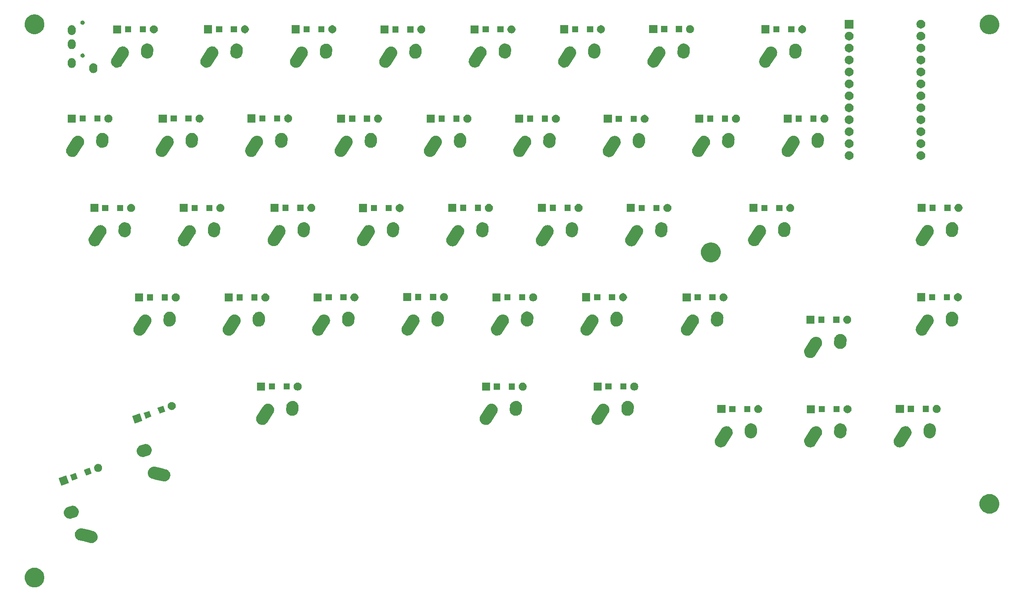
<source format=gbr>
G04 #@! TF.GenerationSoftware,KiCad,Pcbnew,(5.1.5)-3*
G04 #@! TF.CreationDate,2020-05-03T23:14:43-07:00*
G04 #@! TF.ProjectId,right,72696768-742e-46b6-9963-61645f706362,rev?*
G04 #@! TF.SameCoordinates,Original*
G04 #@! TF.FileFunction,Soldermask,Top*
G04 #@! TF.FilePolarity,Negative*
%FSLAX46Y46*%
G04 Gerber Fmt 4.6, Leading zero omitted, Abs format (unit mm)*
G04 Created by KiCad (PCBNEW (5.1.5)-3) date 2020-05-03 23:14:43*
%MOMM*%
%LPD*%
G04 APERTURE LIST*
%ADD10C,0.100000*%
G04 APERTURE END LIST*
D10*
G36*
X24247536Y-139472827D02*
G01*
X24382839Y-139499740D01*
X24765197Y-139658118D01*
X25109310Y-139888047D01*
X25401953Y-140180690D01*
X25631882Y-140524803D01*
X25790260Y-140907161D01*
X25871000Y-141313070D01*
X25871000Y-141726930D01*
X25790260Y-142132839D01*
X25631882Y-142515197D01*
X25401953Y-142859310D01*
X25109310Y-143151953D01*
X24765197Y-143381882D01*
X24382839Y-143540260D01*
X24247536Y-143567173D01*
X23976932Y-143621000D01*
X23563068Y-143621000D01*
X23292464Y-143567173D01*
X23157161Y-143540260D01*
X22774803Y-143381882D01*
X22430690Y-143151953D01*
X22138047Y-142859310D01*
X21908118Y-142515197D01*
X21749740Y-142132839D01*
X21669000Y-141726930D01*
X21669000Y-141313070D01*
X21749740Y-140907161D01*
X21908118Y-140524803D01*
X22138047Y-140180690D01*
X22430690Y-139888047D01*
X22774803Y-139658118D01*
X23157161Y-139499740D01*
X23292464Y-139472827D01*
X23563068Y-139419000D01*
X23976932Y-139419000D01*
X24247536Y-139472827D01*
G37*
G36*
X33886423Y-131095123D02*
G01*
X35418483Y-131434773D01*
X36207875Y-131609777D01*
X36390399Y-131669524D01*
X36613724Y-131795233D01*
X36680598Y-131852602D01*
X36808233Y-131962095D01*
X36966450Y-132163694D01*
X36999993Y-132229883D01*
X37082299Y-132392291D01*
X37151324Y-132639095D01*
X37167683Y-132852926D01*
X37170873Y-132894625D01*
X37140197Y-133149052D01*
X37060470Y-133392618D01*
X36934764Y-133615936D01*
X36767901Y-133810447D01*
X36566301Y-133968664D01*
X36450492Y-134027354D01*
X36337703Y-134084513D01*
X36090899Y-134153538D01*
X35835371Y-134173088D01*
X35644692Y-134150097D01*
X34093370Y-133806177D01*
X33323241Y-133635443D01*
X33140717Y-133575696D01*
X32917394Y-133449988D01*
X32917392Y-133449987D01*
X32722883Y-133283125D01*
X32564666Y-133081525D01*
X32525366Y-133003977D01*
X32448817Y-132852928D01*
X32379792Y-132606124D01*
X32360242Y-132350596D01*
X32382777Y-132163698D01*
X32390919Y-132096168D01*
X32470646Y-131852602D01*
X32596352Y-131629284D01*
X32596353Y-131629282D01*
X32763215Y-131434773D01*
X32964815Y-131276556D01*
X33042363Y-131237256D01*
X33193412Y-131160707D01*
X33440216Y-131091682D01*
X33695744Y-131072132D01*
X33886423Y-131095123D01*
G37*
G36*
X32014756Y-126250595D02*
G01*
X32021334Y-126250684D01*
X32168980Y-126282135D01*
X32271983Y-126304076D01*
X32342790Y-126334534D01*
X32507400Y-126405341D01*
X32718540Y-126550589D01*
X32806734Y-126641203D01*
X32897285Y-126734237D01*
X33036769Y-126949228D01*
X33131629Y-127187300D01*
X33178221Y-127439303D01*
X33176521Y-127564946D01*
X33174754Y-127695557D01*
X33121362Y-127946204D01*
X33020097Y-128181622D01*
X32874849Y-128392762D01*
X32784235Y-128480956D01*
X32691201Y-128571507D01*
X32476210Y-128710991D01*
X32301191Y-128780727D01*
X32297786Y-128782084D01*
X31617747Y-128978367D01*
X31505445Y-128999130D01*
X31428883Y-129013285D01*
X31179208Y-129009907D01*
X31172630Y-129009818D01*
X31005531Y-128974223D01*
X30921981Y-128956426D01*
X30851174Y-128925968D01*
X30686564Y-128855161D01*
X30475424Y-128709913D01*
X30387230Y-128619299D01*
X30296679Y-128526265D01*
X30157195Y-128311274D01*
X30062335Y-128073202D01*
X30015743Y-127821199D01*
X30019210Y-127564948D01*
X30072602Y-127314297D01*
X30126366Y-127189309D01*
X30173867Y-127078880D01*
X30319115Y-126867740D01*
X30409729Y-126779546D01*
X30502763Y-126688995D01*
X30717754Y-126549511D01*
X30896173Y-126478420D01*
X30896177Y-126478419D01*
X30896179Y-126478418D01*
X31576216Y-126282135D01*
X31688518Y-126261372D01*
X31765080Y-126247217D01*
X32014756Y-126250595D01*
G37*
G36*
X227167536Y-123802827D02*
G01*
X227302839Y-123829740D01*
X227685197Y-123988118D01*
X228029310Y-124218047D01*
X228321953Y-124510690D01*
X228551882Y-124854803D01*
X228710260Y-125237161D01*
X228791000Y-125643070D01*
X228791000Y-126056930D01*
X228710260Y-126462839D01*
X228551882Y-126845197D01*
X228321953Y-127189310D01*
X228029310Y-127481953D01*
X227685197Y-127711882D01*
X227302839Y-127870260D01*
X227167536Y-127897173D01*
X226896932Y-127951000D01*
X226483068Y-127951000D01*
X226212464Y-127897173D01*
X226077161Y-127870260D01*
X225694803Y-127711882D01*
X225350690Y-127481953D01*
X225058047Y-127189310D01*
X224828118Y-126845197D01*
X224669740Y-126462839D01*
X224589000Y-126056930D01*
X224589000Y-125643070D01*
X224669740Y-125237161D01*
X224828118Y-124854803D01*
X225058047Y-124510690D01*
X225350690Y-124218047D01*
X225694803Y-123988118D01*
X226077161Y-123829740D01*
X226212464Y-123802827D01*
X226483068Y-123749000D01*
X226896932Y-123749000D01*
X227167536Y-123802827D01*
G37*
G36*
X31045937Y-121382498D02*
G01*
X29446580Y-121964617D01*
X28864461Y-120365260D01*
X30463818Y-119783141D01*
X31045937Y-121382498D01*
G37*
G36*
X49366423Y-117975123D02*
G01*
X50786450Y-118289936D01*
X51687875Y-118489777D01*
X51870399Y-118549524D01*
X52093724Y-118675233D01*
X52160598Y-118732602D01*
X52288233Y-118842095D01*
X52446450Y-119043694D01*
X52453254Y-119057121D01*
X52562299Y-119272291D01*
X52631324Y-119519095D01*
X52644368Y-119689597D01*
X52650873Y-119774625D01*
X52620197Y-120029052D01*
X52540470Y-120272618D01*
X52414764Y-120495936D01*
X52247901Y-120690447D01*
X52046301Y-120848664D01*
X51930492Y-120907354D01*
X51817703Y-120964513D01*
X51570899Y-121033538D01*
X51315371Y-121053088D01*
X51124692Y-121030097D01*
X49573371Y-120686177D01*
X48803241Y-120515443D01*
X48620717Y-120455696D01*
X48397394Y-120329988D01*
X48397392Y-120329987D01*
X48202883Y-120163125D01*
X48044666Y-119961525D01*
X47954265Y-119783142D01*
X47928817Y-119732928D01*
X47859792Y-119486124D01*
X47840242Y-119230596D01*
X47862777Y-119043698D01*
X47870919Y-118976168D01*
X47914805Y-118842095D01*
X47950644Y-118732607D01*
X47950645Y-118732605D01*
X47950646Y-118732602D01*
X48076352Y-118509284D01*
X48076353Y-118509282D01*
X48243215Y-118314773D01*
X48274861Y-118289937D01*
X48444815Y-118156556D01*
X48522363Y-118117256D01*
X48673412Y-118040707D01*
X48920216Y-117971682D01*
X49175744Y-117952132D01*
X49366423Y-117975123D01*
G37*
G36*
X32974379Y-120467767D02*
G01*
X32077381Y-120794248D01*
X31750900Y-120913077D01*
X31750899Y-120913077D01*
X31404563Y-119961525D01*
X31305589Y-119689598D01*
X31305589Y-119689597D01*
X32452120Y-119272294D01*
X32529068Y-119244287D01*
X32529069Y-119244287D01*
X32974379Y-120467767D01*
G37*
G36*
X35934411Y-119390403D02*
G01*
X35112379Y-119689598D01*
X34710932Y-119835713D01*
X34710931Y-119835713D01*
X34315255Y-118748601D01*
X34265621Y-118612234D01*
X34265621Y-118612233D01*
X35162619Y-118285752D01*
X35489100Y-118166923D01*
X35489101Y-118166923D01*
X35934411Y-119390403D01*
G37*
G36*
X37533029Y-117387824D02*
G01*
X37687901Y-117451974D01*
X37827282Y-117545106D01*
X37945816Y-117663640D01*
X38038948Y-117803021D01*
X38103098Y-117957893D01*
X38135801Y-118122305D01*
X38135801Y-118289937D01*
X38103098Y-118454349D01*
X38038948Y-118609221D01*
X37945816Y-118748602D01*
X37827282Y-118867136D01*
X37687901Y-118960268D01*
X37533029Y-119024418D01*
X37368617Y-119057121D01*
X37200985Y-119057121D01*
X37036573Y-119024418D01*
X36881701Y-118960268D01*
X36742320Y-118867136D01*
X36623786Y-118748602D01*
X36530654Y-118609221D01*
X36466504Y-118454349D01*
X36433801Y-118289937D01*
X36433801Y-118122305D01*
X36466504Y-117957893D01*
X36530654Y-117803021D01*
X36623786Y-117663640D01*
X36742320Y-117545106D01*
X36881701Y-117451974D01*
X37036573Y-117387824D01*
X37200985Y-117355121D01*
X37368617Y-117355121D01*
X37533029Y-117387824D01*
G37*
G36*
X47494756Y-113130595D02*
G01*
X47501334Y-113130684D01*
X47648980Y-113162135D01*
X47751983Y-113184076D01*
X47822790Y-113214534D01*
X47987400Y-113285341D01*
X48198540Y-113430589D01*
X48239968Y-113473154D01*
X48377285Y-113614237D01*
X48516769Y-113829228D01*
X48611629Y-114067300D01*
X48658221Y-114319303D01*
X48656521Y-114444946D01*
X48654754Y-114575557D01*
X48601362Y-114826204D01*
X48500097Y-115061622D01*
X48354849Y-115272762D01*
X48264235Y-115360956D01*
X48171201Y-115451507D01*
X47956210Y-115590991D01*
X47781191Y-115660727D01*
X47777786Y-115662084D01*
X47097747Y-115858367D01*
X46985445Y-115879130D01*
X46908883Y-115893285D01*
X46659208Y-115889907D01*
X46652630Y-115889818D01*
X46485531Y-115854223D01*
X46401981Y-115836426D01*
X46331174Y-115805968D01*
X46166564Y-115735161D01*
X45955424Y-115589913D01*
X45867230Y-115499299D01*
X45776679Y-115406265D01*
X45637195Y-115191274D01*
X45542335Y-114953202D01*
X45495743Y-114701199D01*
X45499210Y-114444948D01*
X45552602Y-114194297D01*
X45583060Y-114123490D01*
X45653867Y-113958880D01*
X45799115Y-113747740D01*
X45908398Y-113641375D01*
X45982763Y-113568995D01*
X46197754Y-113429511D01*
X46376173Y-113358420D01*
X46376177Y-113358419D01*
X46376179Y-113358418D01*
X47056216Y-113162135D01*
X47168518Y-113141372D01*
X47245080Y-113127217D01*
X47494756Y-113130595D01*
G37*
G36*
X189971294Y-109347236D02*
G01*
X190056471Y-109353753D01*
X190096253Y-109364879D01*
X190303275Y-109422777D01*
X190531870Y-109538625D01*
X190733472Y-109696843D01*
X190900334Y-109891353D01*
X191026043Y-110114678D01*
X191102494Y-110348236D01*
X191105768Y-110358239D01*
X191131854Y-110574599D01*
X191136444Y-110612667D01*
X191116895Y-110868195D01*
X191093741Y-110950983D01*
X191047870Y-111115000D01*
X191009559Y-111190596D01*
X190961050Y-111286316D01*
X189683454Y-113291738D01*
X189683452Y-113291740D01*
X189564880Y-113442826D01*
X189370373Y-113609686D01*
X189233755Y-113686587D01*
X189147045Y-113735396D01*
X188934037Y-113805120D01*
X188903484Y-113815121D01*
X188649057Y-113845797D01*
X188649056Y-113845797D01*
X188393529Y-113826248D01*
X188146725Y-113757223D01*
X188146724Y-113757223D01*
X188146722Y-113757222D01*
X187918135Y-113641378D01*
X187918133Y-113641377D01*
X187918130Y-113641375D01*
X187716528Y-113483157D01*
X187716524Y-113483154D01*
X187549667Y-113288650D01*
X187423958Y-113065323D01*
X187423957Y-113065322D01*
X187344233Y-112821764D01*
X187344232Y-112821761D01*
X187313556Y-112567334D01*
X187314321Y-112557333D01*
X187333105Y-112311806D01*
X187402130Y-112065002D01*
X187402130Y-112065001D01*
X187482770Y-111905880D01*
X187488950Y-111893685D01*
X188766545Y-109888262D01*
X188885119Y-109737175D01*
X189029052Y-109613701D01*
X189079630Y-109570312D01*
X189302948Y-109444606D01*
X189333504Y-109434604D01*
X189546511Y-109364880D01*
X189546512Y-109364880D01*
X189546515Y-109364879D01*
X189800941Y-109334203D01*
X189800943Y-109334203D01*
X189971294Y-109347236D01*
G37*
G36*
X170961294Y-109347236D02*
G01*
X171046471Y-109353753D01*
X171086253Y-109364879D01*
X171293275Y-109422777D01*
X171521870Y-109538625D01*
X171723472Y-109696843D01*
X171890334Y-109891353D01*
X172016043Y-110114678D01*
X172092494Y-110348236D01*
X172095768Y-110358239D01*
X172121854Y-110574599D01*
X172126444Y-110612667D01*
X172106895Y-110868195D01*
X172083741Y-110950983D01*
X172037870Y-111115000D01*
X171999559Y-111190596D01*
X171951050Y-111286316D01*
X170673454Y-113291738D01*
X170673452Y-113291740D01*
X170554880Y-113442826D01*
X170360373Y-113609686D01*
X170223755Y-113686587D01*
X170137045Y-113735396D01*
X169924037Y-113805120D01*
X169893484Y-113815121D01*
X169639057Y-113845797D01*
X169639056Y-113845797D01*
X169383529Y-113826248D01*
X169136725Y-113757223D01*
X169136724Y-113757223D01*
X169136722Y-113757222D01*
X168908135Y-113641378D01*
X168908133Y-113641377D01*
X168908130Y-113641375D01*
X168706528Y-113483157D01*
X168706524Y-113483154D01*
X168539667Y-113288650D01*
X168413958Y-113065323D01*
X168413957Y-113065322D01*
X168334233Y-112821764D01*
X168334232Y-112821761D01*
X168303556Y-112567334D01*
X168304321Y-112557333D01*
X168323105Y-112311806D01*
X168392130Y-112065002D01*
X168392130Y-112065001D01*
X168472770Y-111905880D01*
X168478950Y-111893685D01*
X169756545Y-109888262D01*
X169875119Y-109737175D01*
X170019052Y-109613701D01*
X170069630Y-109570312D01*
X170292948Y-109444606D01*
X170323504Y-109434604D01*
X170536511Y-109364880D01*
X170536512Y-109364880D01*
X170536515Y-109364879D01*
X170790941Y-109334203D01*
X170790943Y-109334203D01*
X170961294Y-109347236D01*
G37*
G36*
X208931647Y-109334203D02*
G01*
X209056471Y-109343753D01*
X209096253Y-109354879D01*
X209303275Y-109412777D01*
X209531870Y-109528625D01*
X209733472Y-109686843D01*
X209900334Y-109881353D01*
X210026043Y-110104678D01*
X210104358Y-110343931D01*
X210105768Y-110348239D01*
X210133060Y-110574599D01*
X210136444Y-110602667D01*
X210116895Y-110858195D01*
X210093741Y-110940983D01*
X210047870Y-111105000D01*
X210009559Y-111180596D01*
X209961050Y-111276316D01*
X208683454Y-113281738D01*
X208678029Y-113288650D01*
X208564880Y-113432826D01*
X208370373Y-113599686D01*
X208233755Y-113676587D01*
X208147045Y-113725396D01*
X207909834Y-113803042D01*
X207903484Y-113805121D01*
X207649057Y-113835797D01*
X207649056Y-113835797D01*
X207393529Y-113816248D01*
X207146725Y-113747223D01*
X207146724Y-113747223D01*
X207146722Y-113747222D01*
X206918135Y-113631378D01*
X206918133Y-113631377D01*
X206918130Y-113631375D01*
X206716528Y-113473157D01*
X206716524Y-113473154D01*
X206549667Y-113278650D01*
X206464427Y-113127218D01*
X206423957Y-113055322D01*
X206344233Y-112811764D01*
X206344232Y-112811761D01*
X206313556Y-112557334D01*
X206313556Y-112557333D01*
X206333105Y-112301806D01*
X206399333Y-112065002D01*
X206402130Y-112055001D01*
X206483882Y-111893686D01*
X206488950Y-111883685D01*
X207766545Y-109878262D01*
X207885119Y-109727175D01*
X208017395Y-109613701D01*
X208079630Y-109560312D01*
X208302948Y-109434606D01*
X208302954Y-109434604D01*
X208546511Y-109354880D01*
X208546512Y-109354880D01*
X208546515Y-109354879D01*
X208800941Y-109324203D01*
X208800943Y-109324203D01*
X208931647Y-109334203D01*
G37*
G36*
X195361379Y-108768813D02*
G01*
X195600991Y-108859713D01*
X195737979Y-108945396D01*
X195818265Y-108995613D01*
X196004852Y-109171288D01*
X196113824Y-109324203D01*
X196153580Y-109379990D01*
X196258735Y-109613697D01*
X196258736Y-109613701D01*
X196316276Y-109863428D01*
X196322058Y-110055394D01*
X196322057Y-110055402D01*
X196273916Y-110761571D01*
X196242135Y-110950983D01*
X196151235Y-111190595D01*
X196021590Y-111397869D01*
X196015335Y-111407869D01*
X195839660Y-111594456D01*
X195683398Y-111705813D01*
X195630958Y-111743184D01*
X195397251Y-111848339D01*
X195397247Y-111848340D01*
X195147521Y-111905880D01*
X194891366Y-111913594D01*
X194891362Y-111913594D01*
X194638621Y-111871187D01*
X194399009Y-111780287D01*
X194181735Y-111644387D01*
X194128703Y-111594456D01*
X193995148Y-111468712D01*
X193865166Y-111286315D01*
X193846420Y-111260010D01*
X193741265Y-111026303D01*
X193683724Y-110776571D01*
X193682971Y-110751571D01*
X193677942Y-110584608D01*
X193726084Y-109878428D01*
X193751463Y-109727175D01*
X193757865Y-109689017D01*
X193848765Y-109449405D01*
X193984665Y-109232131D01*
X194041950Y-109171288D01*
X194160340Y-109045544D01*
X194316602Y-108934187D01*
X194369042Y-108896816D01*
X194602749Y-108791661D01*
X194602753Y-108791660D01*
X194852479Y-108734120D01*
X195108634Y-108726406D01*
X195108638Y-108726406D01*
X195361379Y-108768813D01*
G37*
G36*
X176351379Y-108768813D02*
G01*
X176590991Y-108859713D01*
X176727979Y-108945396D01*
X176808265Y-108995613D01*
X176994852Y-109171288D01*
X177103824Y-109324203D01*
X177143580Y-109379990D01*
X177248735Y-109613697D01*
X177248736Y-109613701D01*
X177306276Y-109863428D01*
X177312058Y-110055394D01*
X177312057Y-110055402D01*
X177263916Y-110761571D01*
X177232135Y-110950983D01*
X177141235Y-111190595D01*
X177011590Y-111397869D01*
X177005335Y-111407869D01*
X176829660Y-111594456D01*
X176673398Y-111705813D01*
X176620958Y-111743184D01*
X176387251Y-111848339D01*
X176387247Y-111848340D01*
X176137521Y-111905880D01*
X175881366Y-111913594D01*
X175881362Y-111913594D01*
X175628621Y-111871187D01*
X175389009Y-111780287D01*
X175171735Y-111644387D01*
X175118703Y-111594456D01*
X174985148Y-111468712D01*
X174855166Y-111286315D01*
X174836420Y-111260010D01*
X174731265Y-111026303D01*
X174673724Y-110776571D01*
X174672971Y-110751571D01*
X174667942Y-110584608D01*
X174716084Y-109878428D01*
X174741463Y-109727175D01*
X174747865Y-109689017D01*
X174838765Y-109449405D01*
X174974665Y-109232131D01*
X175031950Y-109171288D01*
X175150340Y-109045544D01*
X175306602Y-108934187D01*
X175359042Y-108896816D01*
X175592749Y-108791661D01*
X175592753Y-108791660D01*
X175842479Y-108734120D01*
X176098634Y-108726406D01*
X176098638Y-108726406D01*
X176351379Y-108768813D01*
G37*
G36*
X214361379Y-108758813D02*
G01*
X214600991Y-108849713D01*
X214676298Y-108896816D01*
X214818265Y-108985613D01*
X215004852Y-109161288D01*
X215116209Y-109317550D01*
X215153580Y-109369990D01*
X215258735Y-109603697D01*
X215258736Y-109603701D01*
X215316276Y-109853428D01*
X215322058Y-110045394D01*
X215305455Y-110288928D01*
X215273916Y-110751571D01*
X215242135Y-110940983D01*
X215151235Y-111180595D01*
X215085109Y-111286316D01*
X215015335Y-111397869D01*
X214839660Y-111584456D01*
X214683398Y-111695813D01*
X214630958Y-111733184D01*
X214397251Y-111838339D01*
X214397247Y-111838340D01*
X214147521Y-111895880D01*
X213891366Y-111903594D01*
X213891362Y-111903594D01*
X213638621Y-111861187D01*
X213399009Y-111770287D01*
X213181735Y-111634387D01*
X213128703Y-111584456D01*
X212995148Y-111458712D01*
X212872293Y-111286316D01*
X212846420Y-111250010D01*
X212741265Y-111016303D01*
X212741264Y-111016299D01*
X212683724Y-110766572D01*
X212677942Y-110574608D01*
X212726084Y-109868428D01*
X212749785Y-109727175D01*
X212757865Y-109679017D01*
X212848765Y-109439405D01*
X212984665Y-109222131D01*
X213041950Y-109161288D01*
X213160340Y-109035544D01*
X213355010Y-108896816D01*
X213369042Y-108886816D01*
X213602749Y-108781661D01*
X213602753Y-108781660D01*
X213852479Y-108724120D01*
X214108634Y-108716406D01*
X214108638Y-108716406D01*
X214361379Y-108758813D01*
G37*
G36*
X73531294Y-104567236D02*
G01*
X73616471Y-104573753D01*
X73656253Y-104584879D01*
X73863275Y-104642777D01*
X74091870Y-104758625D01*
X74091872Y-104758626D01*
X74091873Y-104758627D01*
X74235957Y-104871705D01*
X74293472Y-104916843D01*
X74460334Y-105111353D01*
X74586043Y-105334678D01*
X74662494Y-105568236D01*
X74665768Y-105578239D01*
X74691332Y-105790268D01*
X74696444Y-105832667D01*
X74676895Y-106088195D01*
X74630948Y-106252481D01*
X74607870Y-106335000D01*
X74569559Y-106410596D01*
X74521050Y-106506316D01*
X73243454Y-108511738D01*
X73243452Y-108511740D01*
X73124880Y-108662826D01*
X72930373Y-108829686D01*
X72811114Y-108896816D01*
X72707045Y-108955396D01*
X72494037Y-109025120D01*
X72463484Y-109035121D01*
X72209057Y-109065797D01*
X72209056Y-109065797D01*
X71953529Y-109046248D01*
X71706725Y-108977223D01*
X71706724Y-108977223D01*
X71706722Y-108977222D01*
X71478135Y-108861378D01*
X71478133Y-108861377D01*
X71478130Y-108861375D01*
X71276528Y-108703157D01*
X71276524Y-108703154D01*
X71109667Y-108508650D01*
X70983958Y-108285323D01*
X70983957Y-108285322D01*
X70904233Y-108041764D01*
X70904232Y-108041761D01*
X70873556Y-107787334D01*
X70876942Y-107743077D01*
X70893105Y-107531806D01*
X70962130Y-107285002D01*
X70962130Y-107285001D01*
X71042770Y-107125880D01*
X71048950Y-107113685D01*
X72326545Y-105108262D01*
X72445119Y-104957175D01*
X72589052Y-104833701D01*
X72639630Y-104790312D01*
X72862948Y-104664606D01*
X72893504Y-104654604D01*
X73106511Y-104584880D01*
X73106512Y-104584880D01*
X73106515Y-104584879D01*
X73360941Y-104554203D01*
X73360943Y-104554203D01*
X73531294Y-104567236D01*
G37*
G36*
X121031294Y-104567236D02*
G01*
X121116471Y-104573753D01*
X121156253Y-104584879D01*
X121363275Y-104642777D01*
X121591870Y-104758625D01*
X121591872Y-104758626D01*
X121591873Y-104758627D01*
X121735957Y-104871705D01*
X121793472Y-104916843D01*
X121960334Y-105111353D01*
X122086043Y-105334678D01*
X122162494Y-105568236D01*
X122165768Y-105578239D01*
X122191332Y-105790268D01*
X122196444Y-105832667D01*
X122176895Y-106088195D01*
X122130948Y-106252481D01*
X122107870Y-106335000D01*
X122069559Y-106410596D01*
X122021050Y-106506316D01*
X120743454Y-108511738D01*
X120743452Y-108511740D01*
X120624880Y-108662826D01*
X120430373Y-108829686D01*
X120311114Y-108896816D01*
X120207045Y-108955396D01*
X119994037Y-109025120D01*
X119963484Y-109035121D01*
X119709057Y-109065797D01*
X119709056Y-109065797D01*
X119453529Y-109046248D01*
X119206725Y-108977223D01*
X119206724Y-108977223D01*
X119206722Y-108977222D01*
X118978135Y-108861378D01*
X118978133Y-108861377D01*
X118978130Y-108861375D01*
X118776528Y-108703157D01*
X118776524Y-108703154D01*
X118609667Y-108508650D01*
X118483958Y-108285323D01*
X118483957Y-108285322D01*
X118404233Y-108041764D01*
X118404232Y-108041761D01*
X118373556Y-107787334D01*
X118376942Y-107743077D01*
X118393105Y-107531806D01*
X118462130Y-107285002D01*
X118462130Y-107285001D01*
X118542770Y-107125880D01*
X118548950Y-107113685D01*
X119826545Y-105108262D01*
X119945119Y-104957175D01*
X120089052Y-104833701D01*
X120139630Y-104790312D01*
X120362948Y-104664606D01*
X120393504Y-104654604D01*
X120606511Y-104584880D01*
X120606512Y-104584880D01*
X120606515Y-104584879D01*
X120860941Y-104554203D01*
X120860943Y-104554203D01*
X121031294Y-104567236D01*
G37*
G36*
X144731647Y-104554203D02*
G01*
X144856471Y-104563753D01*
X144896253Y-104574879D01*
X145103275Y-104632777D01*
X145331870Y-104748625D01*
X145331872Y-104748626D01*
X145331873Y-104748627D01*
X145488699Y-104871705D01*
X145533472Y-104906843D01*
X145700334Y-105101353D01*
X145826043Y-105324678D01*
X145870918Y-105461772D01*
X145905768Y-105568239D01*
X145933060Y-105794599D01*
X145936444Y-105822667D01*
X145916895Y-106078195D01*
X145877123Y-106220402D01*
X145847870Y-106325000D01*
X145809559Y-106400596D01*
X145761050Y-106496316D01*
X144483454Y-108501738D01*
X144478029Y-108508650D01*
X144364880Y-108652826D01*
X144170373Y-108819686D01*
X144051114Y-108886816D01*
X143947045Y-108945396D01*
X143793631Y-108995613D01*
X143703484Y-109025121D01*
X143449057Y-109055797D01*
X143449056Y-109055797D01*
X143193529Y-109036248D01*
X142946725Y-108967223D01*
X142946724Y-108967223D01*
X142946722Y-108967222D01*
X142718135Y-108851378D01*
X142718133Y-108851377D01*
X142718130Y-108851375D01*
X142516528Y-108693157D01*
X142516524Y-108693154D01*
X142349667Y-108498650D01*
X142223958Y-108275323D01*
X142223957Y-108275322D01*
X142144233Y-108031764D01*
X142144232Y-108031761D01*
X142113556Y-107777334D01*
X142116177Y-107743077D01*
X142133105Y-107521806D01*
X142199333Y-107285002D01*
X142202130Y-107275001D01*
X142283882Y-107113686D01*
X142288950Y-107103685D01*
X143566545Y-105098262D01*
X143685119Y-104947175D01*
X143817395Y-104833701D01*
X143879630Y-104780312D01*
X144102948Y-104654606D01*
X144102954Y-104654604D01*
X144346511Y-104574880D01*
X144346512Y-104574880D01*
X144346515Y-104574879D01*
X144600941Y-104544203D01*
X144600943Y-104544203D01*
X144731647Y-104554203D01*
G37*
G36*
X46695937Y-108212498D02*
G01*
X45096580Y-108794617D01*
X44514461Y-107195260D01*
X46113818Y-106613141D01*
X46695937Y-108212498D01*
G37*
G36*
X48448468Y-106814455D02*
G01*
X48616094Y-107275002D01*
X48624379Y-107297767D01*
X47727381Y-107624248D01*
X47400900Y-107743077D01*
X47400899Y-107743077D01*
X46991357Y-106617869D01*
X46955589Y-106519598D01*
X46955589Y-106519597D01*
X47913399Y-106170983D01*
X48179068Y-106074287D01*
X48179069Y-106074287D01*
X48448468Y-106814455D01*
G37*
G36*
X126421379Y-103988813D02*
G01*
X126660991Y-104079713D01*
X126829515Y-104185121D01*
X126878265Y-104215613D01*
X127064852Y-104391288D01*
X127173824Y-104544203D01*
X127213580Y-104599990D01*
X127318735Y-104833697D01*
X127318736Y-104833701D01*
X127376276Y-105083428D01*
X127382058Y-105275394D01*
X127381273Y-105286903D01*
X127333916Y-105981571D01*
X127302135Y-106170983D01*
X127211235Y-106410595D01*
X127117160Y-106561000D01*
X127075335Y-106627869D01*
X126899660Y-106814456D01*
X126743398Y-106925813D01*
X126690958Y-106963184D01*
X126457251Y-107068339D01*
X126457247Y-107068340D01*
X126207521Y-107125880D01*
X125951366Y-107133594D01*
X125951362Y-107133594D01*
X125698621Y-107091187D01*
X125459009Y-107000287D01*
X125241735Y-106864387D01*
X125188703Y-106814456D01*
X125055148Y-106688712D01*
X124934631Y-106519597D01*
X124906420Y-106480010D01*
X124801265Y-106246303D01*
X124781606Y-106160983D01*
X124743724Y-105996572D01*
X124737942Y-105804608D01*
X124786084Y-105098428D01*
X124794380Y-105048985D01*
X124817865Y-104909017D01*
X124908765Y-104669405D01*
X125044665Y-104452131D01*
X125101950Y-104391288D01*
X125220340Y-104265544D01*
X125376602Y-104154187D01*
X125429042Y-104116816D01*
X125662749Y-104011661D01*
X125662753Y-104011660D01*
X125912479Y-103954120D01*
X126168634Y-103946406D01*
X126168638Y-103946406D01*
X126421379Y-103988813D01*
G37*
G36*
X78921379Y-103988813D02*
G01*
X79160991Y-104079713D01*
X79329515Y-104185121D01*
X79378265Y-104215613D01*
X79564852Y-104391288D01*
X79673824Y-104544203D01*
X79713580Y-104599990D01*
X79818735Y-104833697D01*
X79818736Y-104833701D01*
X79876276Y-105083428D01*
X79882058Y-105275394D01*
X79881273Y-105286903D01*
X79833916Y-105981571D01*
X79802135Y-106170983D01*
X79711235Y-106410595D01*
X79617160Y-106561000D01*
X79575335Y-106627869D01*
X79399660Y-106814456D01*
X79243398Y-106925813D01*
X79190958Y-106963184D01*
X78957251Y-107068339D01*
X78957247Y-107068340D01*
X78707521Y-107125880D01*
X78451366Y-107133594D01*
X78451362Y-107133594D01*
X78198621Y-107091187D01*
X77959009Y-107000287D01*
X77741735Y-106864387D01*
X77688703Y-106814456D01*
X77555148Y-106688712D01*
X77434631Y-106519597D01*
X77406420Y-106480010D01*
X77301265Y-106246303D01*
X77281606Y-106160983D01*
X77243724Y-105996572D01*
X77237942Y-105804608D01*
X77286084Y-105098428D01*
X77294380Y-105048985D01*
X77317865Y-104909017D01*
X77408765Y-104669405D01*
X77544665Y-104452131D01*
X77601950Y-104391288D01*
X77720340Y-104265544D01*
X77876602Y-104154187D01*
X77929042Y-104116816D01*
X78162749Y-104011661D01*
X78162753Y-104011660D01*
X78412479Y-103954120D01*
X78668634Y-103946406D01*
X78668638Y-103946406D01*
X78921379Y-103988813D01*
G37*
G36*
X150161379Y-103978813D02*
G01*
X150400991Y-104069713D01*
X150476298Y-104116816D01*
X150618265Y-104205613D01*
X150804852Y-104381288D01*
X150884917Y-104493640D01*
X150953580Y-104589990D01*
X151058735Y-104823697D01*
X151058736Y-104823701D01*
X151116276Y-105073428D01*
X151122058Y-105265394D01*
X151110002Y-105442233D01*
X151073916Y-105971571D01*
X151042135Y-106160983D01*
X150951235Y-106400595D01*
X150871360Y-106528297D01*
X150815335Y-106617869D01*
X150639660Y-106804456D01*
X150483398Y-106915813D01*
X150430958Y-106953184D01*
X150197251Y-107058339D01*
X150197247Y-107058340D01*
X149947521Y-107115880D01*
X149691366Y-107123594D01*
X149691362Y-107123594D01*
X149438621Y-107081187D01*
X149199009Y-106990287D01*
X148981735Y-106854387D01*
X148928703Y-106804456D01*
X148795148Y-106678712D01*
X148673705Y-106508297D01*
X148646420Y-106470010D01*
X148541265Y-106236303D01*
X148535776Y-106212480D01*
X148483724Y-105986572D01*
X148477942Y-105794608D01*
X148526084Y-105088428D01*
X148536058Y-105028985D01*
X148557865Y-104899017D01*
X148648765Y-104659405D01*
X148784665Y-104442131D01*
X148841950Y-104381288D01*
X148960340Y-104255544D01*
X149155010Y-104116816D01*
X149169042Y-104106816D01*
X149402749Y-104001661D01*
X149402753Y-104001660D01*
X149652479Y-103944120D01*
X149908634Y-103936406D01*
X149908638Y-103936406D01*
X150161379Y-103978813D01*
G37*
G36*
X51414587Y-105753815D02*
G01*
X51581528Y-106212480D01*
X51584411Y-106220403D01*
X50703577Y-106541000D01*
X50360932Y-106665713D01*
X50360931Y-106665713D01*
X49982574Y-105626185D01*
X49915621Y-105442234D01*
X49915621Y-105442233D01*
X50887693Y-105088428D01*
X51139100Y-104996923D01*
X51139101Y-104996923D01*
X51414587Y-105753815D01*
G37*
G36*
X196778228Y-104891703D02*
G01*
X196933100Y-104955853D01*
X197072481Y-105048985D01*
X197191015Y-105167519D01*
X197284147Y-105306900D01*
X197348297Y-105461772D01*
X197381000Y-105626184D01*
X197381000Y-105793816D01*
X197348297Y-105958228D01*
X197284147Y-106113100D01*
X197191015Y-106252481D01*
X197072481Y-106371015D01*
X196933100Y-106464147D01*
X196778228Y-106528297D01*
X196613816Y-106561000D01*
X196446184Y-106561000D01*
X196281772Y-106528297D01*
X196126900Y-106464147D01*
X195987519Y-106371015D01*
X195868985Y-106252481D01*
X195775853Y-106113100D01*
X195711703Y-105958228D01*
X195679000Y-105793816D01*
X195679000Y-105626184D01*
X195711703Y-105461772D01*
X195775853Y-105306900D01*
X195868985Y-105167519D01*
X195987519Y-105048985D01*
X196126900Y-104955853D01*
X196281772Y-104891703D01*
X196446184Y-104859000D01*
X196613816Y-104859000D01*
X196778228Y-104891703D01*
G37*
G36*
X189581000Y-106561000D02*
G01*
X187879000Y-106561000D01*
X187879000Y-104859000D01*
X189581000Y-104859000D01*
X189581000Y-106561000D01*
G37*
G36*
X170581000Y-106541000D02*
G01*
X168879000Y-106541000D01*
X168879000Y-104839000D01*
X170581000Y-104839000D01*
X170581000Y-106541000D01*
G37*
G36*
X177778228Y-104871703D02*
G01*
X177933100Y-104935853D01*
X178072481Y-105028985D01*
X178191015Y-105147519D01*
X178284147Y-105286900D01*
X178348297Y-105441772D01*
X178381000Y-105606184D01*
X178381000Y-105773816D01*
X178348297Y-105938228D01*
X178284147Y-106093100D01*
X178191015Y-106232481D01*
X178072481Y-106351015D01*
X177933100Y-106444147D01*
X177778228Y-106508297D01*
X177613816Y-106541000D01*
X177446184Y-106541000D01*
X177281772Y-106508297D01*
X177126900Y-106444147D01*
X176987519Y-106351015D01*
X176868985Y-106232481D01*
X176775853Y-106093100D01*
X176711703Y-105938228D01*
X176679000Y-105773816D01*
X176679000Y-105606184D01*
X176711703Y-105441772D01*
X176775853Y-105286900D01*
X176868985Y-105147519D01*
X176987519Y-105028985D01*
X177126900Y-104935853D01*
X177281772Y-104871703D01*
X177446184Y-104839000D01*
X177613816Y-104839000D01*
X177778228Y-104871703D01*
G37*
G36*
X208511000Y-106521000D02*
G01*
X206809000Y-106521000D01*
X206809000Y-104819000D01*
X208511000Y-104819000D01*
X208511000Y-106521000D01*
G37*
G36*
X215708228Y-104851703D02*
G01*
X215863100Y-104915853D01*
X216002481Y-105008985D01*
X216121015Y-105127519D01*
X216214147Y-105266900D01*
X216278297Y-105421772D01*
X216311000Y-105586184D01*
X216311000Y-105753816D01*
X216278297Y-105918228D01*
X216214147Y-106073100D01*
X216121015Y-106212481D01*
X216002481Y-106331015D01*
X215863100Y-106424147D01*
X215708228Y-106488297D01*
X215543816Y-106521000D01*
X215376184Y-106521000D01*
X215211772Y-106488297D01*
X215056900Y-106424147D01*
X214917519Y-106331015D01*
X214798985Y-106212481D01*
X214705853Y-106073100D01*
X214641703Y-105918228D01*
X214609000Y-105753816D01*
X214609000Y-105586184D01*
X214641703Y-105421772D01*
X214705853Y-105266900D01*
X214798985Y-105127519D01*
X214917519Y-105008985D01*
X215056900Y-104915853D01*
X215211772Y-104851703D01*
X215376184Y-104819000D01*
X215543816Y-104819000D01*
X215708228Y-104851703D01*
G37*
G36*
X194856000Y-106361000D02*
G01*
X193554000Y-106361000D01*
X193554000Y-105059000D01*
X194856000Y-105059000D01*
X194856000Y-106361000D01*
G37*
G36*
X191706000Y-106361000D02*
G01*
X190404000Y-106361000D01*
X190404000Y-105059000D01*
X191706000Y-105059000D01*
X191706000Y-106361000D01*
G37*
G36*
X175856000Y-106341000D02*
G01*
X174554000Y-106341000D01*
X174554000Y-105039000D01*
X175856000Y-105039000D01*
X175856000Y-106341000D01*
G37*
G36*
X172706000Y-106341000D02*
G01*
X171404000Y-106341000D01*
X171404000Y-105039000D01*
X172706000Y-105039000D01*
X172706000Y-106341000D01*
G37*
G36*
X210636000Y-106321000D02*
G01*
X209334000Y-106321000D01*
X209334000Y-105019000D01*
X210636000Y-105019000D01*
X210636000Y-106321000D01*
G37*
G36*
X213786000Y-106321000D02*
G01*
X212484000Y-106321000D01*
X212484000Y-105019000D01*
X213786000Y-105019000D01*
X213786000Y-106321000D01*
G37*
G36*
X53183029Y-104217824D02*
G01*
X53337901Y-104281974D01*
X53477282Y-104375106D01*
X53595816Y-104493640D01*
X53688948Y-104633021D01*
X53753098Y-104787893D01*
X53785801Y-104952305D01*
X53785801Y-105119937D01*
X53753098Y-105284349D01*
X53688948Y-105439221D01*
X53595816Y-105578602D01*
X53477282Y-105697136D01*
X53337901Y-105790268D01*
X53183029Y-105854418D01*
X53018617Y-105887121D01*
X52850985Y-105887121D01*
X52686573Y-105854418D01*
X52531701Y-105790268D01*
X52392320Y-105697136D01*
X52273786Y-105578602D01*
X52180654Y-105439221D01*
X52116504Y-105284349D01*
X52083801Y-105119937D01*
X52083801Y-104952305D01*
X52116504Y-104787893D01*
X52180654Y-104633021D01*
X52273786Y-104493640D01*
X52392320Y-104375106D01*
X52531701Y-104281974D01*
X52686573Y-104217824D01*
X52850985Y-104185121D01*
X53018617Y-104185121D01*
X53183029Y-104217824D01*
G37*
G36*
X120551000Y-101761000D02*
G01*
X118849000Y-101761000D01*
X118849000Y-100059000D01*
X120551000Y-100059000D01*
X120551000Y-101761000D01*
G37*
G36*
X127748228Y-100091703D02*
G01*
X127903100Y-100155853D01*
X128042481Y-100248985D01*
X128161015Y-100367519D01*
X128254147Y-100506900D01*
X128318297Y-100661772D01*
X128351000Y-100826184D01*
X128351000Y-100993816D01*
X128318297Y-101158228D01*
X128254147Y-101313100D01*
X128161015Y-101452481D01*
X128042481Y-101571015D01*
X127903100Y-101664147D01*
X127748228Y-101728297D01*
X127583816Y-101761000D01*
X127416184Y-101761000D01*
X127251772Y-101728297D01*
X127096900Y-101664147D01*
X126957519Y-101571015D01*
X126838985Y-101452481D01*
X126745853Y-101313100D01*
X126681703Y-101158228D01*
X126649000Y-100993816D01*
X126649000Y-100826184D01*
X126681703Y-100661772D01*
X126745853Y-100506900D01*
X126838985Y-100367519D01*
X126957519Y-100248985D01*
X127096900Y-100155853D01*
X127251772Y-100091703D01*
X127416184Y-100059000D01*
X127583816Y-100059000D01*
X127748228Y-100091703D01*
G37*
G36*
X79933228Y-100081703D02*
G01*
X80088100Y-100145853D01*
X80227481Y-100238985D01*
X80346015Y-100357519D01*
X80439147Y-100496900D01*
X80503297Y-100651772D01*
X80536000Y-100816184D01*
X80536000Y-100983816D01*
X80503297Y-101148228D01*
X80439147Y-101303100D01*
X80346015Y-101442481D01*
X80227481Y-101561015D01*
X80088100Y-101654147D01*
X79933228Y-101718297D01*
X79768816Y-101751000D01*
X79601184Y-101751000D01*
X79436772Y-101718297D01*
X79281900Y-101654147D01*
X79142519Y-101561015D01*
X79023985Y-101442481D01*
X78930853Y-101303100D01*
X78866703Y-101148228D01*
X78834000Y-100983816D01*
X78834000Y-100816184D01*
X78866703Y-100651772D01*
X78930853Y-100496900D01*
X79023985Y-100357519D01*
X79142519Y-100238985D01*
X79281900Y-100145853D01*
X79436772Y-100081703D01*
X79601184Y-100049000D01*
X79768816Y-100049000D01*
X79933228Y-100081703D01*
G37*
G36*
X144261000Y-101751000D02*
G01*
X142559000Y-101751000D01*
X142559000Y-100049000D01*
X144261000Y-100049000D01*
X144261000Y-101751000D01*
G37*
G36*
X151458228Y-100081703D02*
G01*
X151613100Y-100145853D01*
X151752481Y-100238985D01*
X151871015Y-100357519D01*
X151964147Y-100496900D01*
X152028297Y-100651772D01*
X152061000Y-100816184D01*
X152061000Y-100983816D01*
X152028297Y-101148228D01*
X151964147Y-101303100D01*
X151871015Y-101442481D01*
X151752481Y-101561015D01*
X151613100Y-101654147D01*
X151458228Y-101718297D01*
X151293816Y-101751000D01*
X151126184Y-101751000D01*
X150961772Y-101718297D01*
X150806900Y-101654147D01*
X150667519Y-101561015D01*
X150548985Y-101442481D01*
X150455853Y-101303100D01*
X150391703Y-101148228D01*
X150359000Y-100983816D01*
X150359000Y-100816184D01*
X150391703Y-100651772D01*
X150455853Y-100496900D01*
X150548985Y-100357519D01*
X150667519Y-100238985D01*
X150806900Y-100145853D01*
X150961772Y-100081703D01*
X151126184Y-100049000D01*
X151293816Y-100049000D01*
X151458228Y-100081703D01*
G37*
G36*
X72736000Y-101751000D02*
G01*
X71034000Y-101751000D01*
X71034000Y-100049000D01*
X72736000Y-100049000D01*
X72736000Y-101751000D01*
G37*
G36*
X125826000Y-101561000D02*
G01*
X124524000Y-101561000D01*
X124524000Y-100259000D01*
X125826000Y-100259000D01*
X125826000Y-101561000D01*
G37*
G36*
X122676000Y-101561000D02*
G01*
X121374000Y-101561000D01*
X121374000Y-100259000D01*
X122676000Y-100259000D01*
X122676000Y-101561000D01*
G37*
G36*
X146386000Y-101551000D02*
G01*
X145084000Y-101551000D01*
X145084000Y-100249000D01*
X146386000Y-100249000D01*
X146386000Y-101551000D01*
G37*
G36*
X149536000Y-101551000D02*
G01*
X148234000Y-101551000D01*
X148234000Y-100249000D01*
X149536000Y-100249000D01*
X149536000Y-101551000D01*
G37*
G36*
X78011000Y-101551000D02*
G01*
X76709000Y-101551000D01*
X76709000Y-100249000D01*
X78011000Y-100249000D01*
X78011000Y-101551000D01*
G37*
G36*
X74861000Y-101551000D02*
G01*
X73559000Y-101551000D01*
X73559000Y-100249000D01*
X74861000Y-100249000D01*
X74861000Y-101551000D01*
G37*
G36*
X189971294Y-90337236D02*
G01*
X190056471Y-90343753D01*
X190096253Y-90354879D01*
X190303275Y-90412777D01*
X190531870Y-90528625D01*
X190733472Y-90686843D01*
X190900334Y-90881353D01*
X191026043Y-91104678D01*
X191104358Y-91343931D01*
X191105768Y-91348239D01*
X191133060Y-91574599D01*
X191136444Y-91602667D01*
X191116895Y-91858195D01*
X191093741Y-91940983D01*
X191047870Y-92105000D01*
X191009559Y-92180596D01*
X190961050Y-92276316D01*
X189683454Y-94281738D01*
X189683452Y-94281740D01*
X189564880Y-94432826D01*
X189370373Y-94599686D01*
X189233755Y-94676587D01*
X189147045Y-94725396D01*
X188909834Y-94803042D01*
X188903484Y-94805121D01*
X188649057Y-94835797D01*
X188649056Y-94835797D01*
X188393529Y-94816248D01*
X188146725Y-94747223D01*
X188146724Y-94747223D01*
X188146722Y-94747222D01*
X187918135Y-94631378D01*
X187918133Y-94631377D01*
X187918130Y-94631375D01*
X187716528Y-94473157D01*
X187716524Y-94473154D01*
X187549667Y-94278650D01*
X187423958Y-94055323D01*
X187423957Y-94055322D01*
X187344233Y-93811764D01*
X187344232Y-93811761D01*
X187313556Y-93557334D01*
X187313556Y-93557333D01*
X187333105Y-93301806D01*
X187402130Y-93055002D01*
X187402130Y-93055001D01*
X187482770Y-92895880D01*
X187488950Y-92883685D01*
X188766545Y-90878262D01*
X188885119Y-90727175D01*
X189029052Y-90603701D01*
X189079630Y-90560312D01*
X189302948Y-90434606D01*
X189302954Y-90434604D01*
X189546511Y-90354880D01*
X189546512Y-90354880D01*
X189546515Y-90354879D01*
X189800941Y-90324203D01*
X189800943Y-90324203D01*
X189971294Y-90337236D01*
G37*
G36*
X195361379Y-89758813D02*
G01*
X195600991Y-89849713D01*
X195667599Y-89891375D01*
X195818265Y-89985613D01*
X196004852Y-90161288D01*
X196116209Y-90317550D01*
X196153580Y-90369990D01*
X196258735Y-90603697D01*
X196258736Y-90603701D01*
X196316276Y-90853428D01*
X196322058Y-91045394D01*
X196322057Y-91045402D01*
X196273916Y-91751571D01*
X196242135Y-91940983D01*
X196151235Y-92180595D01*
X196015335Y-92397869D01*
X195839660Y-92584456D01*
X195683398Y-92695813D01*
X195630958Y-92733184D01*
X195397251Y-92838339D01*
X195397247Y-92838340D01*
X195147521Y-92895880D01*
X194891366Y-92903594D01*
X194891362Y-92903594D01*
X194638621Y-92861187D01*
X194399009Y-92770287D01*
X194181735Y-92634387D01*
X194128703Y-92584456D01*
X193995148Y-92458712D01*
X193865166Y-92276315D01*
X193846420Y-92250010D01*
X193741265Y-92016303D01*
X193683724Y-91766571D01*
X193683272Y-91751571D01*
X193677942Y-91574608D01*
X193726084Y-90868428D01*
X193749785Y-90727175D01*
X193757865Y-90679017D01*
X193848765Y-90439405D01*
X193984665Y-90222131D01*
X194041950Y-90161288D01*
X194160340Y-90035544D01*
X194316602Y-89924187D01*
X194369042Y-89886816D01*
X194602749Y-89781661D01*
X194602753Y-89781660D01*
X194852479Y-89724120D01*
X195108634Y-89716406D01*
X195108638Y-89716406D01*
X195361379Y-89758813D01*
G37*
G36*
X66370483Y-85594879D02*
G01*
X66486471Y-85603753D01*
X66526253Y-85614879D01*
X66733275Y-85672777D01*
X66961870Y-85788625D01*
X66961872Y-85788626D01*
X66961873Y-85788627D01*
X67137988Y-85926843D01*
X67163472Y-85946843D01*
X67330334Y-86141353D01*
X67456043Y-86364678D01*
X67525947Y-86578236D01*
X67535768Y-86608239D01*
X67564033Y-86842667D01*
X67566444Y-86862667D01*
X67546895Y-87118195D01*
X67505474Y-87266299D01*
X67477870Y-87365000D01*
X67439559Y-87440596D01*
X67391050Y-87536316D01*
X66113454Y-89541738D01*
X66113452Y-89541740D01*
X65994880Y-89692826D01*
X65800373Y-89859686D01*
X65663755Y-89936587D01*
X65577045Y-89985396D01*
X65394587Y-90045120D01*
X65333484Y-90065121D01*
X65079057Y-90095797D01*
X65079056Y-90095797D01*
X64823529Y-90076248D01*
X64576725Y-90007223D01*
X64576724Y-90007223D01*
X64576722Y-90007222D01*
X64348135Y-89891378D01*
X64348133Y-89891377D01*
X64348130Y-89891375D01*
X64146528Y-89733157D01*
X64146524Y-89733154D01*
X63979667Y-89538650D01*
X63853958Y-89315323D01*
X63853957Y-89315322D01*
X63774233Y-89071764D01*
X63774232Y-89071761D01*
X63743556Y-88817334D01*
X63745851Y-88787333D01*
X63763105Y-88561806D01*
X63832130Y-88315002D01*
X63832130Y-88315001D01*
X63912770Y-88155880D01*
X63918950Y-88143685D01*
X65196545Y-86138262D01*
X65315119Y-85987175D01*
X65459052Y-85863701D01*
X65509630Y-85820312D01*
X65732948Y-85694606D01*
X65794054Y-85674604D01*
X65976511Y-85614880D01*
X65976512Y-85614880D01*
X65976515Y-85614879D01*
X66230941Y-85584203D01*
X66230943Y-85584203D01*
X66370483Y-85594879D01*
G37*
G36*
X47401647Y-85584203D02*
G01*
X47526471Y-85593753D01*
X47566253Y-85604879D01*
X47773275Y-85662777D01*
X48001870Y-85778625D01*
X48001872Y-85778626D01*
X48001873Y-85778627D01*
X48190730Y-85926843D01*
X48203472Y-85936843D01*
X48370334Y-86131353D01*
X48496043Y-86354678D01*
X48521278Y-86431772D01*
X48575768Y-86598239D01*
X48604033Y-86832667D01*
X48606444Y-86852667D01*
X48586895Y-87108195D01*
X48545474Y-87256299D01*
X48517870Y-87355000D01*
X48479559Y-87430596D01*
X48431050Y-87526316D01*
X47153454Y-89531738D01*
X47148029Y-89538650D01*
X47034880Y-89682826D01*
X46840373Y-89849686D01*
X46703755Y-89926587D01*
X46617045Y-89975396D01*
X46404037Y-90045120D01*
X46373484Y-90055121D01*
X46119057Y-90085797D01*
X46119056Y-90085797D01*
X45863529Y-90066248D01*
X45616725Y-89997223D01*
X45616724Y-89997223D01*
X45616722Y-89997222D01*
X45388135Y-89881378D01*
X45388133Y-89881377D01*
X45388130Y-89881375D01*
X45186528Y-89723157D01*
X45186524Y-89723154D01*
X45019667Y-89528650D01*
X44893958Y-89305323D01*
X44893957Y-89305322D01*
X44814233Y-89061764D01*
X44814232Y-89061761D01*
X44783556Y-88807334D01*
X44785086Y-88787333D01*
X44803105Y-88551806D01*
X44869333Y-88315002D01*
X44872130Y-88305001D01*
X44953882Y-88143686D01*
X44958950Y-88133685D01*
X46236545Y-86128262D01*
X46355119Y-85977175D01*
X46487395Y-85863701D01*
X46549630Y-85810312D01*
X46772948Y-85684606D01*
X46803504Y-85674604D01*
X47016511Y-85604880D01*
X47016512Y-85604880D01*
X47016515Y-85604879D01*
X47270941Y-85574203D01*
X47270943Y-85574203D01*
X47401647Y-85584203D01*
G37*
G36*
X142391647Y-85584203D02*
G01*
X142516471Y-85593753D01*
X142556253Y-85604879D01*
X142763275Y-85662777D01*
X142991870Y-85778625D01*
X142991872Y-85778626D01*
X142991873Y-85778627D01*
X143180730Y-85926843D01*
X143193472Y-85936843D01*
X143360334Y-86131353D01*
X143486043Y-86354678D01*
X143511278Y-86431772D01*
X143565768Y-86598239D01*
X143594033Y-86832667D01*
X143596444Y-86852667D01*
X143576895Y-87108195D01*
X143535474Y-87256299D01*
X143507870Y-87355000D01*
X143469559Y-87430596D01*
X143421050Y-87526316D01*
X142143454Y-89531738D01*
X142138029Y-89538650D01*
X142024880Y-89682826D01*
X141830373Y-89849686D01*
X141693755Y-89926587D01*
X141607045Y-89975396D01*
X141394037Y-90045120D01*
X141363484Y-90055121D01*
X141109057Y-90085797D01*
X141109056Y-90085797D01*
X140853529Y-90066248D01*
X140606725Y-89997223D01*
X140606724Y-89997223D01*
X140606722Y-89997222D01*
X140378135Y-89881378D01*
X140378133Y-89881377D01*
X140378130Y-89881375D01*
X140176528Y-89723157D01*
X140176524Y-89723154D01*
X140009667Y-89528650D01*
X139883958Y-89305323D01*
X139883957Y-89305322D01*
X139804233Y-89061764D01*
X139804232Y-89061761D01*
X139773556Y-88807334D01*
X139775086Y-88787333D01*
X139793105Y-88551806D01*
X139859333Y-88315002D01*
X139862130Y-88305001D01*
X139943882Y-88143686D01*
X139948950Y-88133685D01*
X141226545Y-86128262D01*
X141345119Y-85977175D01*
X141477395Y-85863701D01*
X141539630Y-85810312D01*
X141762948Y-85684606D01*
X141793504Y-85674604D01*
X142006511Y-85604880D01*
X142006512Y-85604880D01*
X142006515Y-85604879D01*
X142260941Y-85574203D01*
X142260943Y-85574203D01*
X142391647Y-85584203D01*
G37*
G36*
X163761647Y-85584203D02*
G01*
X163886471Y-85593753D01*
X163926253Y-85604879D01*
X164133275Y-85662777D01*
X164361870Y-85778625D01*
X164361872Y-85778626D01*
X164361873Y-85778627D01*
X164550730Y-85926843D01*
X164563472Y-85936843D01*
X164730334Y-86131353D01*
X164856043Y-86354678D01*
X164881278Y-86431772D01*
X164935768Y-86598239D01*
X164964033Y-86832667D01*
X164966444Y-86852667D01*
X164946895Y-87108195D01*
X164905474Y-87256299D01*
X164877870Y-87355000D01*
X164839559Y-87430596D01*
X164791050Y-87526316D01*
X163513454Y-89531738D01*
X163508029Y-89538650D01*
X163394880Y-89682826D01*
X163200373Y-89849686D01*
X163063755Y-89926587D01*
X162977045Y-89975396D01*
X162764037Y-90045120D01*
X162733484Y-90055121D01*
X162479057Y-90085797D01*
X162479056Y-90085797D01*
X162223529Y-90066248D01*
X161976725Y-89997223D01*
X161976724Y-89997223D01*
X161976722Y-89997222D01*
X161748135Y-89881378D01*
X161748133Y-89881377D01*
X161748130Y-89881375D01*
X161546528Y-89723157D01*
X161546524Y-89723154D01*
X161379667Y-89528650D01*
X161253958Y-89305323D01*
X161253957Y-89305322D01*
X161174233Y-89061764D01*
X161174232Y-89061761D01*
X161143556Y-88807334D01*
X161145086Y-88787333D01*
X161163105Y-88551806D01*
X161229333Y-88315002D01*
X161232130Y-88305001D01*
X161313882Y-88143686D01*
X161318950Y-88133685D01*
X162596545Y-86128262D01*
X162715119Y-85977175D01*
X162847395Y-85863701D01*
X162909630Y-85810312D01*
X163132948Y-85684606D01*
X163163504Y-85674604D01*
X163376511Y-85604880D01*
X163376512Y-85604880D01*
X163376515Y-85604879D01*
X163630941Y-85574203D01*
X163630943Y-85574203D01*
X163761647Y-85584203D01*
G37*
G36*
X85381647Y-85574203D02*
G01*
X85506471Y-85583753D01*
X85546253Y-85594879D01*
X85753275Y-85652777D01*
X85981870Y-85768625D01*
X85981872Y-85768626D01*
X85981873Y-85768627D01*
X86100473Y-85861705D01*
X86183472Y-85926843D01*
X86350334Y-86121353D01*
X86476043Y-86344678D01*
X86552494Y-86578236D01*
X86555768Y-86588239D01*
X86558179Y-86608239D01*
X86586444Y-86842667D01*
X86566895Y-87098195D01*
X86532135Y-87222481D01*
X86497870Y-87345000D01*
X86459559Y-87420596D01*
X86411050Y-87516316D01*
X85133454Y-89521738D01*
X85120181Y-89538650D01*
X85014880Y-89672826D01*
X84820373Y-89839686D01*
X84736641Y-89886818D01*
X84597045Y-89965396D01*
X84384037Y-90035120D01*
X84353484Y-90045121D01*
X84099057Y-90075797D01*
X84099056Y-90075797D01*
X83843529Y-90056248D01*
X83596725Y-89987223D01*
X83596724Y-89987223D01*
X83596722Y-89987222D01*
X83368135Y-89871378D01*
X83368133Y-89871377D01*
X83368130Y-89871375D01*
X83166528Y-89713157D01*
X83166524Y-89713154D01*
X82999667Y-89518650D01*
X82873958Y-89295323D01*
X82873957Y-89295322D01*
X82794233Y-89051764D01*
X82794232Y-89051761D01*
X82763556Y-88797334D01*
X82764321Y-88787333D01*
X82783105Y-88541806D01*
X82849333Y-88305002D01*
X82852130Y-88295001D01*
X82918725Y-88163594D01*
X82938950Y-88123685D01*
X84216545Y-86118262D01*
X84335119Y-85967175D01*
X84467395Y-85853701D01*
X84529630Y-85800312D01*
X84752948Y-85674606D01*
X84752954Y-85674604D01*
X84996511Y-85594880D01*
X84996512Y-85594880D01*
X84996515Y-85594879D01*
X85250941Y-85564203D01*
X85250943Y-85564203D01*
X85381647Y-85574203D01*
G37*
G36*
X213651647Y-85574203D02*
G01*
X213776471Y-85583753D01*
X213816253Y-85594879D01*
X214023275Y-85652777D01*
X214251870Y-85768625D01*
X214251872Y-85768626D01*
X214251873Y-85768627D01*
X214370473Y-85861705D01*
X214453472Y-85926843D01*
X214620334Y-86121353D01*
X214746043Y-86344678D01*
X214822494Y-86578236D01*
X214825768Y-86588239D01*
X214828179Y-86608239D01*
X214856444Y-86842667D01*
X214836895Y-87098195D01*
X214802135Y-87222481D01*
X214767870Y-87345000D01*
X214729559Y-87420596D01*
X214681050Y-87516316D01*
X213403454Y-89521738D01*
X213390181Y-89538650D01*
X213284880Y-89672826D01*
X213090373Y-89839686D01*
X213006641Y-89886818D01*
X212867045Y-89965396D01*
X212654037Y-90035120D01*
X212623484Y-90045121D01*
X212369057Y-90075797D01*
X212369056Y-90075797D01*
X212113529Y-90056248D01*
X211866725Y-89987223D01*
X211866724Y-89987223D01*
X211866722Y-89987222D01*
X211638135Y-89871378D01*
X211638133Y-89871377D01*
X211638130Y-89871375D01*
X211436528Y-89713157D01*
X211436524Y-89713154D01*
X211269667Y-89518650D01*
X211143958Y-89295323D01*
X211143957Y-89295322D01*
X211064233Y-89051764D01*
X211064232Y-89051761D01*
X211033556Y-88797334D01*
X211034321Y-88787333D01*
X211053105Y-88541806D01*
X211119333Y-88305002D01*
X211122130Y-88295001D01*
X211188725Y-88163594D01*
X211208950Y-88123685D01*
X212486545Y-86118262D01*
X212605119Y-85967175D01*
X212737395Y-85853701D01*
X212799630Y-85800312D01*
X213022948Y-85674606D01*
X213022954Y-85674604D01*
X213266511Y-85594880D01*
X213266512Y-85594880D01*
X213266515Y-85594879D01*
X213520941Y-85564203D01*
X213520943Y-85564203D01*
X213651647Y-85574203D01*
G37*
G36*
X123381647Y-85564203D02*
G01*
X123506471Y-85573753D01*
X123546253Y-85584879D01*
X123753275Y-85642777D01*
X123981870Y-85758625D01*
X123981872Y-85758626D01*
X123981873Y-85758627D01*
X124113215Y-85861705D01*
X124183472Y-85916843D01*
X124350334Y-86111353D01*
X124476043Y-86334678D01*
X124554358Y-86573931D01*
X124555768Y-86578239D01*
X124578143Y-86763816D01*
X124586444Y-86832667D01*
X124566895Y-87088195D01*
X124522677Y-87246299D01*
X124497870Y-87335000D01*
X124459559Y-87410596D01*
X124411050Y-87506316D01*
X123133454Y-89511738D01*
X123112333Y-89538650D01*
X123014880Y-89662826D01*
X122820373Y-89829686D01*
X122683755Y-89906587D01*
X122597045Y-89955396D01*
X122359834Y-90033042D01*
X122353484Y-90035121D01*
X122099057Y-90065797D01*
X122099056Y-90065797D01*
X121843529Y-90046248D01*
X121596725Y-89977223D01*
X121596724Y-89977223D01*
X121596722Y-89977222D01*
X121368135Y-89861378D01*
X121368133Y-89861377D01*
X121368130Y-89861375D01*
X121166528Y-89703157D01*
X121166524Y-89703154D01*
X120999667Y-89508650D01*
X120922766Y-89372032D01*
X120873957Y-89285322D01*
X120794233Y-89041764D01*
X120794232Y-89041761D01*
X120763556Y-88787334D01*
X120763556Y-88787333D01*
X120783105Y-88531806D01*
X120849333Y-88295002D01*
X120852130Y-88285001D01*
X120913657Y-88163594D01*
X120938950Y-88113685D01*
X122216545Y-86108262D01*
X122335119Y-85957175D01*
X122467395Y-85843701D01*
X122529630Y-85790312D01*
X122752948Y-85664606D01*
X122752954Y-85664604D01*
X122996511Y-85584880D01*
X122996512Y-85584880D01*
X122996515Y-85584879D01*
X123250941Y-85554203D01*
X123250943Y-85554203D01*
X123381647Y-85564203D01*
G37*
G36*
X104371647Y-85564203D02*
G01*
X104496471Y-85573753D01*
X104536253Y-85584879D01*
X104743275Y-85642777D01*
X104971870Y-85758625D01*
X104971872Y-85758626D01*
X104971873Y-85758627D01*
X105103215Y-85861705D01*
X105173472Y-85916843D01*
X105340334Y-86111353D01*
X105466043Y-86334678D01*
X105544358Y-86573931D01*
X105545768Y-86578239D01*
X105568143Y-86763816D01*
X105576444Y-86832667D01*
X105556895Y-87088195D01*
X105512677Y-87246299D01*
X105487870Y-87335000D01*
X105449559Y-87410596D01*
X105401050Y-87506316D01*
X104123454Y-89511738D01*
X104102333Y-89538650D01*
X104004880Y-89662826D01*
X103810373Y-89829686D01*
X103673755Y-89906587D01*
X103587045Y-89955396D01*
X103349834Y-90033042D01*
X103343484Y-90035121D01*
X103089057Y-90065797D01*
X103089056Y-90065797D01*
X102833529Y-90046248D01*
X102586725Y-89977223D01*
X102586724Y-89977223D01*
X102586722Y-89977222D01*
X102358135Y-89861378D01*
X102358133Y-89861377D01*
X102358130Y-89861375D01*
X102156528Y-89703157D01*
X102156524Y-89703154D01*
X101989667Y-89508650D01*
X101912766Y-89372032D01*
X101863957Y-89285322D01*
X101784233Y-89041764D01*
X101784232Y-89041761D01*
X101753556Y-88787334D01*
X101753556Y-88787333D01*
X101773105Y-88531806D01*
X101839333Y-88295002D01*
X101842130Y-88285001D01*
X101903657Y-88163594D01*
X101928950Y-88113685D01*
X103206545Y-86108262D01*
X103325119Y-85957175D01*
X103457395Y-85843701D01*
X103519630Y-85790312D01*
X103742948Y-85664606D01*
X103742954Y-85664604D01*
X103986511Y-85584880D01*
X103986512Y-85584880D01*
X103986515Y-85584879D01*
X104240941Y-85554203D01*
X104240943Y-85554203D01*
X104371647Y-85564203D01*
G37*
G36*
X71791379Y-85018813D02*
G01*
X72030991Y-85109713D01*
X72200302Y-85215613D01*
X72248265Y-85245613D01*
X72434852Y-85421288D01*
X72543503Y-85573753D01*
X72583580Y-85629990D01*
X72688735Y-85863697D01*
X72688736Y-85863701D01*
X72746276Y-86113428D01*
X72752058Y-86305394D01*
X72748698Y-86354678D01*
X72703916Y-87011571D01*
X72672135Y-87200983D01*
X72581235Y-87440595D01*
X72464099Y-87627869D01*
X72445335Y-87657869D01*
X72269660Y-87844456D01*
X72113398Y-87955813D01*
X72060958Y-87993184D01*
X71827251Y-88098339D01*
X71827247Y-88098340D01*
X71577521Y-88155880D01*
X71321366Y-88163594D01*
X71321362Y-88163594D01*
X71068621Y-88121187D01*
X70829009Y-88030287D01*
X70611735Y-87894387D01*
X70558703Y-87844456D01*
X70425148Y-87718712D01*
X70295166Y-87536315D01*
X70276420Y-87510010D01*
X70171265Y-87276303D01*
X70158864Y-87222481D01*
X70113724Y-87026572D01*
X70107942Y-86834608D01*
X70156084Y-86128428D01*
X70161957Y-86093428D01*
X70187865Y-85939017D01*
X70278765Y-85699405D01*
X70414665Y-85482131D01*
X70424080Y-85472131D01*
X70590340Y-85295544D01*
X70746602Y-85184187D01*
X70799042Y-85146816D01*
X71032749Y-85041661D01*
X71032753Y-85041660D01*
X71282479Y-84984120D01*
X71538634Y-84976406D01*
X71538638Y-84976406D01*
X71791379Y-85018813D01*
G37*
G36*
X169191379Y-85008813D02*
G01*
X169430991Y-85099713D01*
X169506298Y-85146816D01*
X169648265Y-85235613D01*
X169834852Y-85411288D01*
X169943824Y-85564203D01*
X169983580Y-85619990D01*
X170088735Y-85853697D01*
X170088736Y-85853701D01*
X170146276Y-86103428D01*
X170152058Y-86295394D01*
X170135455Y-86538928D01*
X170103916Y-87001571D01*
X170072135Y-87190983D01*
X169981235Y-87430595D01*
X169915109Y-87536316D01*
X169845335Y-87647869D01*
X169669660Y-87834456D01*
X169513398Y-87945813D01*
X169460958Y-87983184D01*
X169227251Y-88088339D01*
X169227247Y-88088340D01*
X168977521Y-88145880D01*
X168721366Y-88153594D01*
X168721362Y-88153594D01*
X168468621Y-88111187D01*
X168229009Y-88020287D01*
X168011735Y-87884387D01*
X167958703Y-87834456D01*
X167825148Y-87708712D01*
X167702293Y-87536316D01*
X167676420Y-87500010D01*
X167571265Y-87266303D01*
X167561168Y-87222480D01*
X167513724Y-87016572D01*
X167507942Y-86824608D01*
X167556084Y-86118428D01*
X167571089Y-86029000D01*
X167587865Y-85929017D01*
X167678765Y-85689405D01*
X167814665Y-85472131D01*
X167824080Y-85462131D01*
X167990340Y-85285544D01*
X168185010Y-85146816D01*
X168199042Y-85136816D01*
X168432749Y-85031661D01*
X168432753Y-85031660D01*
X168682479Y-84974120D01*
X168938634Y-84966406D01*
X168938638Y-84966406D01*
X169191379Y-85008813D01*
G37*
G36*
X52831379Y-85008813D02*
G01*
X53070991Y-85099713D01*
X53146298Y-85146816D01*
X53288265Y-85235613D01*
X53474852Y-85411288D01*
X53583824Y-85564203D01*
X53623580Y-85619990D01*
X53728735Y-85853697D01*
X53728736Y-85853701D01*
X53786276Y-86103428D01*
X53792058Y-86295394D01*
X53775455Y-86538928D01*
X53743916Y-87001571D01*
X53712135Y-87190983D01*
X53621235Y-87430595D01*
X53555109Y-87536316D01*
X53485335Y-87647869D01*
X53309660Y-87834456D01*
X53153398Y-87945813D01*
X53100958Y-87983184D01*
X52867251Y-88088339D01*
X52867247Y-88088340D01*
X52617521Y-88145880D01*
X52361366Y-88153594D01*
X52361362Y-88153594D01*
X52108621Y-88111187D01*
X51869009Y-88020287D01*
X51651735Y-87884387D01*
X51598703Y-87834456D01*
X51465148Y-87708712D01*
X51342293Y-87536316D01*
X51316420Y-87500010D01*
X51211265Y-87266303D01*
X51201168Y-87222480D01*
X51153724Y-87016572D01*
X51147942Y-86824608D01*
X51196084Y-86118428D01*
X51211089Y-86029000D01*
X51227865Y-85929017D01*
X51318765Y-85689405D01*
X51454665Y-85472131D01*
X51464080Y-85462131D01*
X51630340Y-85285544D01*
X51825010Y-85146816D01*
X51839042Y-85136816D01*
X52072749Y-85031661D01*
X52072753Y-85031660D01*
X52322479Y-84974120D01*
X52578634Y-84966406D01*
X52578638Y-84966406D01*
X52831379Y-85008813D01*
G37*
G36*
X147821379Y-85008813D02*
G01*
X148060991Y-85099713D01*
X148136298Y-85146816D01*
X148278265Y-85235613D01*
X148464852Y-85411288D01*
X148573824Y-85564203D01*
X148613580Y-85619990D01*
X148718735Y-85853697D01*
X148718736Y-85853701D01*
X148776276Y-86103428D01*
X148782058Y-86295394D01*
X148765455Y-86538928D01*
X148733916Y-87001571D01*
X148702135Y-87190983D01*
X148611235Y-87430595D01*
X148545109Y-87536316D01*
X148475335Y-87647869D01*
X148299660Y-87834456D01*
X148143398Y-87945813D01*
X148090958Y-87983184D01*
X147857251Y-88088339D01*
X147857247Y-88088340D01*
X147607521Y-88145880D01*
X147351366Y-88153594D01*
X147351362Y-88153594D01*
X147098621Y-88111187D01*
X146859009Y-88020287D01*
X146641735Y-87884387D01*
X146588703Y-87834456D01*
X146455148Y-87708712D01*
X146332293Y-87536316D01*
X146306420Y-87500010D01*
X146201265Y-87266303D01*
X146191168Y-87222480D01*
X146143724Y-87016572D01*
X146137942Y-86824608D01*
X146186084Y-86118428D01*
X146201089Y-86029000D01*
X146217865Y-85929017D01*
X146308765Y-85689405D01*
X146444665Y-85472131D01*
X146454080Y-85462131D01*
X146620340Y-85285544D01*
X146815010Y-85146816D01*
X146829042Y-85136816D01*
X147062749Y-85031661D01*
X147062753Y-85031660D01*
X147312479Y-84974120D01*
X147568634Y-84966406D01*
X147568638Y-84966406D01*
X147821379Y-85008813D01*
G37*
G36*
X90811379Y-84998813D02*
G01*
X91050991Y-85089713D01*
X91126298Y-85136816D01*
X91268265Y-85225613D01*
X91454852Y-85401288D01*
X91563824Y-85554203D01*
X91603580Y-85609990D01*
X91708735Y-85843697D01*
X91708736Y-85843701D01*
X91766276Y-86093428D01*
X91772058Y-86285394D01*
X91766653Y-86364678D01*
X91723916Y-86991571D01*
X91692135Y-87180983D01*
X91601235Y-87420595D01*
X91535109Y-87526316D01*
X91465335Y-87637869D01*
X91289660Y-87824456D01*
X91133398Y-87935813D01*
X91080958Y-87973184D01*
X90847251Y-88078339D01*
X90847247Y-88078340D01*
X90597521Y-88135880D01*
X90341366Y-88143594D01*
X90341362Y-88143594D01*
X90088621Y-88101187D01*
X89849009Y-88010287D01*
X89631735Y-87874387D01*
X89578703Y-87824456D01*
X89445148Y-87698712D01*
X89322293Y-87526316D01*
X89296420Y-87490010D01*
X89191265Y-87256303D01*
X89178519Y-87200983D01*
X89133724Y-87006572D01*
X89127942Y-86814608D01*
X89176084Y-86108428D01*
X89180650Y-86081213D01*
X89207865Y-85919017D01*
X89298765Y-85679405D01*
X89434665Y-85462131D01*
X89444080Y-85452131D01*
X89610340Y-85275544D01*
X89790975Y-85146818D01*
X89819042Y-85126816D01*
X90052749Y-85021661D01*
X90065105Y-85018814D01*
X90302479Y-84964120D01*
X90558634Y-84956406D01*
X90558638Y-84956406D01*
X90811379Y-84998813D01*
G37*
G36*
X219081379Y-84998813D02*
G01*
X219320991Y-85089713D01*
X219396298Y-85136816D01*
X219538265Y-85225613D01*
X219724852Y-85401288D01*
X219833824Y-85554203D01*
X219873580Y-85609990D01*
X219978735Y-85843697D01*
X219978736Y-85843701D01*
X220036276Y-86093428D01*
X220042058Y-86285394D01*
X220036653Y-86364678D01*
X219993916Y-86991571D01*
X219962135Y-87180983D01*
X219871235Y-87420595D01*
X219805109Y-87526316D01*
X219735335Y-87637869D01*
X219559660Y-87824456D01*
X219403398Y-87935813D01*
X219350958Y-87973184D01*
X219117251Y-88078339D01*
X219117247Y-88078340D01*
X218867521Y-88135880D01*
X218611366Y-88143594D01*
X218611362Y-88143594D01*
X218358621Y-88101187D01*
X218119009Y-88010287D01*
X217901735Y-87874387D01*
X217848703Y-87824456D01*
X217715148Y-87698712D01*
X217592293Y-87526316D01*
X217566420Y-87490010D01*
X217461265Y-87256303D01*
X217448519Y-87200983D01*
X217403724Y-87006572D01*
X217397942Y-86814608D01*
X217446084Y-86108428D01*
X217450650Y-86081213D01*
X217477865Y-85919017D01*
X217568765Y-85679405D01*
X217704665Y-85462131D01*
X217714080Y-85452131D01*
X217880340Y-85275544D01*
X218060975Y-85146818D01*
X218089042Y-85126816D01*
X218322749Y-85021661D01*
X218335105Y-85018814D01*
X218572479Y-84964120D01*
X218828634Y-84956406D01*
X218828638Y-84956406D01*
X219081379Y-84998813D01*
G37*
G36*
X109801379Y-84988813D02*
G01*
X110040991Y-85079713D01*
X110116298Y-85126816D01*
X110258265Y-85215613D01*
X110444852Y-85391288D01*
X110509589Y-85482131D01*
X110593580Y-85599990D01*
X110698735Y-85833697D01*
X110698736Y-85833701D01*
X110756276Y-86083428D01*
X110762058Y-86275394D01*
X110756653Y-86354678D01*
X110713916Y-86981571D01*
X110682135Y-87170983D01*
X110591235Y-87410595D01*
X110525109Y-87516316D01*
X110455335Y-87627869D01*
X110279660Y-87814456D01*
X110123398Y-87925813D01*
X110070958Y-87963184D01*
X109837251Y-88068339D01*
X109837247Y-88068340D01*
X109587521Y-88125880D01*
X109331366Y-88133594D01*
X109331362Y-88133594D01*
X109078621Y-88091187D01*
X108839009Y-88000287D01*
X108621735Y-87864387D01*
X108568703Y-87814456D01*
X108435148Y-87688712D01*
X108312293Y-87516316D01*
X108286420Y-87480010D01*
X108181265Y-87246303D01*
X108168519Y-87190983D01*
X108123724Y-86996572D01*
X108117942Y-86804608D01*
X108166084Y-86098428D01*
X108170650Y-86071213D01*
X108197865Y-85909017D01*
X108288765Y-85669405D01*
X108424665Y-85452131D01*
X108600340Y-85265544D01*
X108780975Y-85136818D01*
X108809042Y-85116816D01*
X109042749Y-85011661D01*
X109055105Y-85008814D01*
X109292479Y-84954120D01*
X109548634Y-84946406D01*
X109548638Y-84946406D01*
X109801379Y-84988813D01*
G37*
G36*
X128811379Y-84988813D02*
G01*
X129050991Y-85079713D01*
X129126298Y-85126816D01*
X129268265Y-85215613D01*
X129454852Y-85391288D01*
X129519589Y-85482131D01*
X129603580Y-85599990D01*
X129708735Y-85833697D01*
X129708736Y-85833701D01*
X129766276Y-86083428D01*
X129772058Y-86275394D01*
X129766653Y-86354678D01*
X129723916Y-86981571D01*
X129692135Y-87170983D01*
X129601235Y-87410595D01*
X129535109Y-87516316D01*
X129465335Y-87627869D01*
X129289660Y-87814456D01*
X129133398Y-87925813D01*
X129080958Y-87963184D01*
X128847251Y-88068339D01*
X128847247Y-88068340D01*
X128597521Y-88125880D01*
X128341366Y-88133594D01*
X128341362Y-88133594D01*
X128088621Y-88091187D01*
X127849009Y-88000287D01*
X127631735Y-87864387D01*
X127578703Y-87814456D01*
X127445148Y-87688712D01*
X127322293Y-87516316D01*
X127296420Y-87480010D01*
X127191265Y-87246303D01*
X127178519Y-87190983D01*
X127133724Y-86996572D01*
X127127942Y-86804608D01*
X127176084Y-86098428D01*
X127180650Y-86071213D01*
X127207865Y-85909017D01*
X127298765Y-85669405D01*
X127434665Y-85452131D01*
X127610340Y-85265544D01*
X127790975Y-85136818D01*
X127819042Y-85116816D01*
X128052749Y-85011661D01*
X128065105Y-85008814D01*
X128302479Y-84954120D01*
X128558634Y-84946406D01*
X128558638Y-84946406D01*
X128811379Y-84988813D01*
G37*
G36*
X196718228Y-85861703D02*
G01*
X196873100Y-85925853D01*
X197012481Y-86018985D01*
X197131015Y-86137519D01*
X197224147Y-86276900D01*
X197288297Y-86431772D01*
X197321000Y-86596184D01*
X197321000Y-86763816D01*
X197288297Y-86928228D01*
X197224147Y-87083100D01*
X197131015Y-87222481D01*
X197012481Y-87341015D01*
X196873100Y-87434147D01*
X196718228Y-87498297D01*
X196553816Y-87531000D01*
X196386184Y-87531000D01*
X196221772Y-87498297D01*
X196066900Y-87434147D01*
X195927519Y-87341015D01*
X195808985Y-87222481D01*
X195715853Y-87083100D01*
X195651703Y-86928228D01*
X195619000Y-86763816D01*
X195619000Y-86596184D01*
X195651703Y-86431772D01*
X195715853Y-86276900D01*
X195808985Y-86137519D01*
X195927519Y-86018985D01*
X196066900Y-85925853D01*
X196221772Y-85861703D01*
X196386184Y-85829000D01*
X196553816Y-85829000D01*
X196718228Y-85861703D01*
G37*
G36*
X189521000Y-87531000D02*
G01*
X187819000Y-87531000D01*
X187819000Y-85829000D01*
X189521000Y-85829000D01*
X189521000Y-87531000D01*
G37*
G36*
X194796000Y-87331000D02*
G01*
X193494000Y-87331000D01*
X193494000Y-86029000D01*
X194796000Y-86029000D01*
X194796000Y-87331000D01*
G37*
G36*
X191646000Y-87331000D02*
G01*
X190344000Y-87331000D01*
X190344000Y-86029000D01*
X191646000Y-86029000D01*
X191646000Y-87331000D01*
G37*
G36*
X73068228Y-81141703D02*
G01*
X73223100Y-81205853D01*
X73362481Y-81298985D01*
X73481015Y-81417519D01*
X73574147Y-81556900D01*
X73638297Y-81711772D01*
X73671000Y-81876184D01*
X73671000Y-82043816D01*
X73638297Y-82208228D01*
X73574147Y-82363100D01*
X73481015Y-82502481D01*
X73362481Y-82621015D01*
X73223100Y-82714147D01*
X73068228Y-82778297D01*
X72903816Y-82811000D01*
X72736184Y-82811000D01*
X72571772Y-82778297D01*
X72416900Y-82714147D01*
X72277519Y-82621015D01*
X72158985Y-82502481D01*
X72065853Y-82363100D01*
X72001703Y-82208228D01*
X71969000Y-82043816D01*
X71969000Y-81876184D01*
X72001703Y-81711772D01*
X72065853Y-81556900D01*
X72158985Y-81417519D01*
X72277519Y-81298985D01*
X72416900Y-81205853D01*
X72571772Y-81141703D01*
X72736184Y-81109000D01*
X72903816Y-81109000D01*
X73068228Y-81141703D01*
G37*
G36*
X65871000Y-82811000D02*
G01*
X64169000Y-82811000D01*
X64169000Y-81109000D01*
X65871000Y-81109000D01*
X65871000Y-82811000D01*
G37*
G36*
X54028228Y-81121703D02*
G01*
X54183100Y-81185853D01*
X54322481Y-81278985D01*
X54441015Y-81397519D01*
X54534147Y-81536900D01*
X54598297Y-81691772D01*
X54631000Y-81856184D01*
X54631000Y-82023816D01*
X54598297Y-82188228D01*
X54534147Y-82343100D01*
X54441015Y-82482481D01*
X54322481Y-82601015D01*
X54183100Y-82694147D01*
X54028228Y-82758297D01*
X53863816Y-82791000D01*
X53696184Y-82791000D01*
X53531772Y-82758297D01*
X53376900Y-82694147D01*
X53237519Y-82601015D01*
X53118985Y-82482481D01*
X53025853Y-82343100D01*
X52961703Y-82188228D01*
X52929000Y-82023816D01*
X52929000Y-81856184D01*
X52961703Y-81691772D01*
X53025853Y-81536900D01*
X53118985Y-81397519D01*
X53237519Y-81278985D01*
X53376900Y-81185853D01*
X53531772Y-81121703D01*
X53696184Y-81089000D01*
X53863816Y-81089000D01*
X54028228Y-81121703D01*
G37*
G36*
X46831000Y-82791000D02*
G01*
X45129000Y-82791000D01*
X45129000Y-81089000D01*
X46831000Y-81089000D01*
X46831000Y-82791000D01*
G37*
G36*
X84801000Y-82781000D02*
G01*
X83099000Y-82781000D01*
X83099000Y-81079000D01*
X84801000Y-81079000D01*
X84801000Y-82781000D01*
G37*
G36*
X170408228Y-81111703D02*
G01*
X170563100Y-81175853D01*
X170702481Y-81268985D01*
X170821015Y-81387519D01*
X170914147Y-81526900D01*
X170978297Y-81681772D01*
X171011000Y-81846184D01*
X171011000Y-82013816D01*
X170978297Y-82178228D01*
X170914147Y-82333100D01*
X170821015Y-82472481D01*
X170702481Y-82591015D01*
X170563100Y-82684147D01*
X170408228Y-82748297D01*
X170243816Y-82781000D01*
X170076184Y-82781000D01*
X169911772Y-82748297D01*
X169756900Y-82684147D01*
X169617519Y-82591015D01*
X169498985Y-82472481D01*
X169405853Y-82333100D01*
X169341703Y-82178228D01*
X169309000Y-82013816D01*
X169309000Y-81846184D01*
X169341703Y-81681772D01*
X169405853Y-81526900D01*
X169498985Y-81387519D01*
X169617519Y-81268985D01*
X169756900Y-81175853D01*
X169911772Y-81111703D01*
X170076184Y-81079000D01*
X170243816Y-81079000D01*
X170408228Y-81111703D01*
G37*
G36*
X163211000Y-82781000D02*
G01*
X161509000Y-82781000D01*
X161509000Y-81079000D01*
X163211000Y-81079000D01*
X163211000Y-82781000D01*
G37*
G36*
X91998228Y-81111703D02*
G01*
X92153100Y-81175853D01*
X92292481Y-81268985D01*
X92411015Y-81387519D01*
X92504147Y-81526900D01*
X92568297Y-81681772D01*
X92601000Y-81846184D01*
X92601000Y-82013816D01*
X92568297Y-82178228D01*
X92504147Y-82333100D01*
X92411015Y-82472481D01*
X92292481Y-82591015D01*
X92153100Y-82684147D01*
X91998228Y-82748297D01*
X91833816Y-82781000D01*
X91666184Y-82781000D01*
X91501772Y-82748297D01*
X91346900Y-82684147D01*
X91207519Y-82591015D01*
X91088985Y-82472481D01*
X90995853Y-82333100D01*
X90931703Y-82178228D01*
X90899000Y-82013816D01*
X90899000Y-81846184D01*
X90931703Y-81681772D01*
X90995853Y-81526900D01*
X91088985Y-81387519D01*
X91207519Y-81268985D01*
X91346900Y-81175853D01*
X91501772Y-81111703D01*
X91666184Y-81079000D01*
X91833816Y-81079000D01*
X91998228Y-81111703D01*
G37*
G36*
X129988228Y-81111703D02*
G01*
X130143100Y-81175853D01*
X130282481Y-81268985D01*
X130401015Y-81387519D01*
X130494147Y-81526900D01*
X130558297Y-81681772D01*
X130591000Y-81846184D01*
X130591000Y-82013816D01*
X130558297Y-82178228D01*
X130494147Y-82333100D01*
X130401015Y-82472481D01*
X130282481Y-82591015D01*
X130143100Y-82684147D01*
X129988228Y-82748297D01*
X129823816Y-82781000D01*
X129656184Y-82781000D01*
X129491772Y-82748297D01*
X129336900Y-82684147D01*
X129197519Y-82591015D01*
X129078985Y-82472481D01*
X128985853Y-82333100D01*
X128921703Y-82178228D01*
X128889000Y-82013816D01*
X128889000Y-81846184D01*
X128921703Y-81681772D01*
X128985853Y-81526900D01*
X129078985Y-81387519D01*
X129197519Y-81268985D01*
X129336900Y-81175853D01*
X129491772Y-81111703D01*
X129656184Y-81079000D01*
X129823816Y-81079000D01*
X129988228Y-81111703D01*
G37*
G36*
X122791000Y-82781000D02*
G01*
X121089000Y-82781000D01*
X121089000Y-81079000D01*
X122791000Y-81079000D01*
X122791000Y-82781000D01*
G37*
G36*
X141871000Y-82761000D02*
G01*
X140169000Y-82761000D01*
X140169000Y-81059000D01*
X141871000Y-81059000D01*
X141871000Y-82761000D01*
G37*
G36*
X213031000Y-82761000D02*
G01*
X211329000Y-82761000D01*
X211329000Y-81059000D01*
X213031000Y-81059000D01*
X213031000Y-82761000D01*
G37*
G36*
X220228228Y-81091703D02*
G01*
X220383100Y-81155853D01*
X220522481Y-81248985D01*
X220641015Y-81367519D01*
X220734147Y-81506900D01*
X220798297Y-81661772D01*
X220831000Y-81826184D01*
X220831000Y-81993816D01*
X220798297Y-82158228D01*
X220734147Y-82313100D01*
X220641015Y-82452481D01*
X220522481Y-82571015D01*
X220383100Y-82664147D01*
X220228228Y-82728297D01*
X220063816Y-82761000D01*
X219896184Y-82761000D01*
X219731772Y-82728297D01*
X219576900Y-82664147D01*
X219437519Y-82571015D01*
X219318985Y-82452481D01*
X219225853Y-82313100D01*
X219161703Y-82158228D01*
X219129000Y-81993816D01*
X219129000Y-81826184D01*
X219161703Y-81661772D01*
X219225853Y-81506900D01*
X219318985Y-81367519D01*
X219437519Y-81248985D01*
X219576900Y-81155853D01*
X219731772Y-81091703D01*
X219896184Y-81059000D01*
X220063816Y-81059000D01*
X220228228Y-81091703D01*
G37*
G36*
X149068228Y-81091703D02*
G01*
X149223100Y-81155853D01*
X149362481Y-81248985D01*
X149481015Y-81367519D01*
X149574147Y-81506900D01*
X149638297Y-81661772D01*
X149671000Y-81826184D01*
X149671000Y-81993816D01*
X149638297Y-82158228D01*
X149574147Y-82313100D01*
X149481015Y-82452481D01*
X149362481Y-82571015D01*
X149223100Y-82664147D01*
X149068228Y-82728297D01*
X148903816Y-82761000D01*
X148736184Y-82761000D01*
X148571772Y-82728297D01*
X148416900Y-82664147D01*
X148277519Y-82571015D01*
X148158985Y-82452481D01*
X148065853Y-82313100D01*
X148001703Y-82158228D01*
X147969000Y-81993816D01*
X147969000Y-81826184D01*
X148001703Y-81661772D01*
X148065853Y-81506900D01*
X148158985Y-81367519D01*
X148277519Y-81248985D01*
X148416900Y-81155853D01*
X148571772Y-81091703D01*
X148736184Y-81059000D01*
X148903816Y-81059000D01*
X149068228Y-81091703D01*
G37*
G36*
X111028228Y-81061703D02*
G01*
X111183100Y-81125853D01*
X111322481Y-81218985D01*
X111441015Y-81337519D01*
X111534147Y-81476900D01*
X111598297Y-81631772D01*
X111631000Y-81796184D01*
X111631000Y-81963816D01*
X111598297Y-82128228D01*
X111534147Y-82283100D01*
X111441015Y-82422481D01*
X111322481Y-82541015D01*
X111183100Y-82634147D01*
X111028228Y-82698297D01*
X110863816Y-82731000D01*
X110696184Y-82731000D01*
X110531772Y-82698297D01*
X110376900Y-82634147D01*
X110237519Y-82541015D01*
X110118985Y-82422481D01*
X110025853Y-82283100D01*
X109961703Y-82128228D01*
X109929000Y-81963816D01*
X109929000Y-81796184D01*
X109961703Y-81631772D01*
X110025853Y-81476900D01*
X110118985Y-81337519D01*
X110237519Y-81218985D01*
X110376900Y-81125853D01*
X110531772Y-81061703D01*
X110696184Y-81029000D01*
X110863816Y-81029000D01*
X111028228Y-81061703D01*
G37*
G36*
X103831000Y-82731000D02*
G01*
X102129000Y-82731000D01*
X102129000Y-81029000D01*
X103831000Y-81029000D01*
X103831000Y-82731000D01*
G37*
G36*
X67996000Y-82611000D02*
G01*
X66694000Y-82611000D01*
X66694000Y-81309000D01*
X67996000Y-81309000D01*
X67996000Y-82611000D01*
G37*
G36*
X71146000Y-82611000D02*
G01*
X69844000Y-82611000D01*
X69844000Y-81309000D01*
X71146000Y-81309000D01*
X71146000Y-82611000D01*
G37*
G36*
X52106000Y-82591000D02*
G01*
X50804000Y-82591000D01*
X50804000Y-81289000D01*
X52106000Y-81289000D01*
X52106000Y-82591000D01*
G37*
G36*
X48956000Y-82591000D02*
G01*
X47654000Y-82591000D01*
X47654000Y-81289000D01*
X48956000Y-81289000D01*
X48956000Y-82591000D01*
G37*
G36*
X124916000Y-82581000D02*
G01*
X123614000Y-82581000D01*
X123614000Y-81279000D01*
X124916000Y-81279000D01*
X124916000Y-82581000D01*
G37*
G36*
X165336000Y-82581000D02*
G01*
X164034000Y-82581000D01*
X164034000Y-81279000D01*
X165336000Y-81279000D01*
X165336000Y-82581000D01*
G37*
G36*
X128066000Y-82581000D02*
G01*
X126764000Y-82581000D01*
X126764000Y-81279000D01*
X128066000Y-81279000D01*
X128066000Y-82581000D01*
G37*
G36*
X86926000Y-82581000D02*
G01*
X85624000Y-82581000D01*
X85624000Y-81279000D01*
X86926000Y-81279000D01*
X86926000Y-82581000D01*
G37*
G36*
X90076000Y-82581000D02*
G01*
X88774000Y-82581000D01*
X88774000Y-81279000D01*
X90076000Y-81279000D01*
X90076000Y-82581000D01*
G37*
G36*
X168486000Y-82581000D02*
G01*
X167184000Y-82581000D01*
X167184000Y-81279000D01*
X168486000Y-81279000D01*
X168486000Y-82581000D01*
G37*
G36*
X143996000Y-82561000D02*
G01*
X142694000Y-82561000D01*
X142694000Y-81259000D01*
X143996000Y-81259000D01*
X143996000Y-82561000D01*
G37*
G36*
X147146000Y-82561000D02*
G01*
X145844000Y-82561000D01*
X145844000Y-81259000D01*
X147146000Y-81259000D01*
X147146000Y-82561000D01*
G37*
G36*
X218306000Y-82561000D02*
G01*
X217004000Y-82561000D01*
X217004000Y-81259000D01*
X218306000Y-81259000D01*
X218306000Y-82561000D01*
G37*
G36*
X215156000Y-82561000D02*
G01*
X213854000Y-82561000D01*
X213854000Y-81259000D01*
X215156000Y-81259000D01*
X215156000Y-82561000D01*
G37*
G36*
X105956000Y-82531000D02*
G01*
X104654000Y-82531000D01*
X104654000Y-81229000D01*
X105956000Y-81229000D01*
X105956000Y-82531000D01*
G37*
G36*
X109106000Y-82531000D02*
G01*
X107804000Y-82531000D01*
X107804000Y-81229000D01*
X109106000Y-81229000D01*
X109106000Y-82531000D01*
G37*
G36*
X167967536Y-70312827D02*
G01*
X168102839Y-70339740D01*
X168373206Y-70451730D01*
X168469800Y-70491740D01*
X168485197Y-70498118D01*
X168530891Y-70528650D01*
X168829309Y-70728046D01*
X169121954Y-71020691D01*
X169165456Y-71085797D01*
X169351882Y-71364803D01*
X169510260Y-71747161D01*
X169591000Y-72153070D01*
X169591000Y-72566930D01*
X169510260Y-72972839D01*
X169351882Y-73355197D01*
X169121953Y-73699310D01*
X168829310Y-73991953D01*
X168485197Y-74221882D01*
X168102839Y-74380260D01*
X167967536Y-74407173D01*
X167696932Y-74461000D01*
X167283068Y-74461000D01*
X167012464Y-74407173D01*
X166877161Y-74380260D01*
X166494803Y-74221882D01*
X166150690Y-73991953D01*
X165858047Y-73699310D01*
X165628118Y-73355197D01*
X165469740Y-72972839D01*
X165389000Y-72566930D01*
X165389000Y-72153070D01*
X165469740Y-71747161D01*
X165628118Y-71364803D01*
X165814544Y-71085797D01*
X165858046Y-71020691D01*
X166150691Y-70728046D01*
X166449109Y-70528650D01*
X166494803Y-70498118D01*
X166510201Y-70491740D01*
X166606794Y-70451730D01*
X166877161Y-70339740D01*
X167012464Y-70312827D01*
X167283068Y-70259000D01*
X167696932Y-70259000D01*
X167967536Y-70312827D01*
G37*
G36*
X56860483Y-66584879D02*
G01*
X56976471Y-66593753D01*
X57016253Y-66604879D01*
X57223275Y-66662777D01*
X57451870Y-66778625D01*
X57653472Y-66936843D01*
X57820334Y-67131353D01*
X57946043Y-67354678D01*
X58012674Y-67558236D01*
X58025768Y-67598239D01*
X58054033Y-67832667D01*
X58056444Y-67852667D01*
X58036895Y-68108195D01*
X57995474Y-68256299D01*
X57967870Y-68355000D01*
X57929559Y-68430596D01*
X57881050Y-68526316D01*
X56603454Y-70531738D01*
X56603452Y-70531740D01*
X56484880Y-70682826D01*
X56290373Y-70849686D01*
X56153755Y-70926587D01*
X56067045Y-70975396D01*
X55915137Y-71025120D01*
X55823484Y-71055121D01*
X55569057Y-71085797D01*
X55569056Y-71085797D01*
X55313529Y-71066248D01*
X55066725Y-70997223D01*
X55066724Y-70997223D01*
X55066722Y-70997222D01*
X54838135Y-70881378D01*
X54838133Y-70881377D01*
X54838130Y-70881375D01*
X54642759Y-70728047D01*
X54636524Y-70723154D01*
X54469667Y-70528650D01*
X54343958Y-70305323D01*
X54343957Y-70305322D01*
X54264233Y-70061764D01*
X54264232Y-70061761D01*
X54233556Y-69807334D01*
X54236616Y-69767333D01*
X54253105Y-69551806D01*
X54322130Y-69305002D01*
X54322130Y-69305001D01*
X54402770Y-69145880D01*
X54408950Y-69133685D01*
X55686545Y-67128262D01*
X55805119Y-66977175D01*
X55896227Y-66899017D01*
X55999630Y-66810312D01*
X56222948Y-66684606D01*
X56284054Y-66664604D01*
X56466511Y-66604880D01*
X56466512Y-66604880D01*
X56466515Y-66604879D01*
X56720941Y-66574203D01*
X56720943Y-66574203D01*
X56860483Y-66584879D01*
G37*
G36*
X151891647Y-66574203D02*
G01*
X152016471Y-66583753D01*
X152056253Y-66594879D01*
X152263275Y-66652777D01*
X152491870Y-66768625D01*
X152693472Y-66926843D01*
X152860334Y-67121353D01*
X152986043Y-67344678D01*
X153055947Y-67558236D01*
X153065768Y-67588239D01*
X153094033Y-67822667D01*
X153096444Y-67842667D01*
X153076895Y-68098195D01*
X153035474Y-68246299D01*
X153007870Y-68345000D01*
X152969559Y-68420596D01*
X152921050Y-68516316D01*
X151643454Y-70521738D01*
X151638029Y-70528650D01*
X151524880Y-70672826D01*
X151330373Y-70839686D01*
X151193755Y-70916587D01*
X151107045Y-70965396D01*
X150924587Y-71025120D01*
X150863484Y-71045121D01*
X150609057Y-71075797D01*
X150609056Y-71075797D01*
X150353529Y-71056248D01*
X150106725Y-70987223D01*
X150106724Y-70987223D01*
X150106722Y-70987222D01*
X149878135Y-70871378D01*
X149878133Y-70871377D01*
X149878130Y-70871375D01*
X149676528Y-70713157D01*
X149676524Y-70713154D01*
X149509667Y-70518650D01*
X149383958Y-70295323D01*
X149383957Y-70295322D01*
X149304233Y-70051764D01*
X149304232Y-70051761D01*
X149273556Y-69797334D01*
X149275851Y-69767333D01*
X149293105Y-69541806D01*
X149359333Y-69305002D01*
X149362130Y-69295001D01*
X149443882Y-69133686D01*
X149448950Y-69123685D01*
X150726545Y-67118262D01*
X150845119Y-66967175D01*
X150977395Y-66853701D01*
X151039630Y-66800312D01*
X151262948Y-66674606D01*
X151293504Y-66664604D01*
X151506511Y-66594880D01*
X151506512Y-66594880D01*
X151506515Y-66594879D01*
X151760941Y-66564203D01*
X151760943Y-66564203D01*
X151891647Y-66574203D01*
G37*
G36*
X113881647Y-66574203D02*
G01*
X114006471Y-66583753D01*
X114046253Y-66594879D01*
X114253275Y-66652777D01*
X114481870Y-66768625D01*
X114683472Y-66926843D01*
X114850334Y-67121353D01*
X114976043Y-67344678D01*
X115045947Y-67558236D01*
X115055768Y-67588239D01*
X115084033Y-67822667D01*
X115086444Y-67842667D01*
X115066895Y-68098195D01*
X115025474Y-68246299D01*
X114997870Y-68345000D01*
X114959559Y-68420596D01*
X114911050Y-68516316D01*
X113633454Y-70521738D01*
X113628029Y-70528650D01*
X113514880Y-70672826D01*
X113320373Y-70839686D01*
X113183755Y-70916587D01*
X113097045Y-70965396D01*
X112914587Y-71025120D01*
X112853484Y-71045121D01*
X112599057Y-71075797D01*
X112599056Y-71075797D01*
X112343529Y-71056248D01*
X112096725Y-70987223D01*
X112096724Y-70987223D01*
X112096722Y-70987222D01*
X111868135Y-70871378D01*
X111868133Y-70871377D01*
X111868130Y-70871375D01*
X111666528Y-70713157D01*
X111666524Y-70713154D01*
X111499667Y-70518650D01*
X111373958Y-70295323D01*
X111373957Y-70295322D01*
X111294233Y-70051764D01*
X111294232Y-70051761D01*
X111263556Y-69797334D01*
X111265851Y-69767333D01*
X111283105Y-69541806D01*
X111349333Y-69305002D01*
X111352130Y-69295001D01*
X111433882Y-69133686D01*
X111438950Y-69123685D01*
X112716545Y-67118262D01*
X112835119Y-66967175D01*
X112967395Y-66853701D01*
X113029630Y-66800312D01*
X113252948Y-66674606D01*
X113283504Y-66664604D01*
X113496511Y-66594880D01*
X113496512Y-66594880D01*
X113496515Y-66594879D01*
X113750941Y-66564203D01*
X113750943Y-66564203D01*
X113881647Y-66574203D01*
G37*
G36*
X37871647Y-66574203D02*
G01*
X37996471Y-66583753D01*
X38036253Y-66594879D01*
X38243275Y-66652777D01*
X38471870Y-66768625D01*
X38673472Y-66926843D01*
X38840334Y-67121353D01*
X38966043Y-67344678D01*
X39035947Y-67558236D01*
X39045768Y-67588239D01*
X39074033Y-67822667D01*
X39076444Y-67842667D01*
X39056895Y-68098195D01*
X39015474Y-68246299D01*
X38987870Y-68345000D01*
X38949559Y-68420596D01*
X38901050Y-68516316D01*
X37623454Y-70521738D01*
X37618029Y-70528650D01*
X37504880Y-70672826D01*
X37310373Y-70839686D01*
X37173755Y-70916587D01*
X37087045Y-70965396D01*
X36904587Y-71025120D01*
X36843484Y-71045121D01*
X36589057Y-71075797D01*
X36589056Y-71075797D01*
X36333529Y-71056248D01*
X36086725Y-70987223D01*
X36086724Y-70987223D01*
X36086722Y-70987222D01*
X35858135Y-70871378D01*
X35858133Y-70871377D01*
X35858130Y-70871375D01*
X35656528Y-70713157D01*
X35656524Y-70713154D01*
X35489667Y-70518650D01*
X35363958Y-70295323D01*
X35363957Y-70295322D01*
X35284233Y-70051764D01*
X35284232Y-70051761D01*
X35253556Y-69797334D01*
X35255851Y-69767333D01*
X35273105Y-69541806D01*
X35339333Y-69305002D01*
X35342130Y-69295001D01*
X35423882Y-69133686D01*
X35428950Y-69123685D01*
X36706545Y-67118262D01*
X36825119Y-66967175D01*
X36957395Y-66853701D01*
X37019630Y-66800312D01*
X37242948Y-66674606D01*
X37273504Y-66664604D01*
X37486511Y-66594880D01*
X37486512Y-66594880D01*
X37486515Y-66594879D01*
X37740941Y-66564203D01*
X37740943Y-66564203D01*
X37871647Y-66574203D01*
G37*
G36*
X132891647Y-66574203D02*
G01*
X133016471Y-66583753D01*
X133056253Y-66594879D01*
X133263275Y-66652777D01*
X133491870Y-66768625D01*
X133693472Y-66926843D01*
X133860334Y-67121353D01*
X133986043Y-67344678D01*
X134055947Y-67558236D01*
X134065768Y-67588239D01*
X134094033Y-67822667D01*
X134096444Y-67842667D01*
X134076895Y-68098195D01*
X134035474Y-68246299D01*
X134007870Y-68345000D01*
X133969559Y-68420596D01*
X133921050Y-68516316D01*
X132643454Y-70521738D01*
X132638029Y-70528650D01*
X132524880Y-70672826D01*
X132330373Y-70839686D01*
X132193755Y-70916587D01*
X132107045Y-70965396D01*
X131924587Y-71025120D01*
X131863484Y-71045121D01*
X131609057Y-71075797D01*
X131609056Y-71075797D01*
X131353529Y-71056248D01*
X131106725Y-70987223D01*
X131106724Y-70987223D01*
X131106722Y-70987222D01*
X130878135Y-70871378D01*
X130878133Y-70871377D01*
X130878130Y-70871375D01*
X130676528Y-70713157D01*
X130676524Y-70713154D01*
X130509667Y-70518650D01*
X130383958Y-70295323D01*
X130383957Y-70295322D01*
X130304233Y-70051764D01*
X130304232Y-70051761D01*
X130273556Y-69797334D01*
X130275851Y-69767333D01*
X130293105Y-69541806D01*
X130359333Y-69305002D01*
X130362130Y-69295001D01*
X130443882Y-69133686D01*
X130448950Y-69123685D01*
X131726545Y-67118262D01*
X131845119Y-66967175D01*
X131977395Y-66853701D01*
X132039630Y-66800312D01*
X132262948Y-66674606D01*
X132293504Y-66664604D01*
X132506511Y-66594880D01*
X132506512Y-66594880D01*
X132506515Y-66594879D01*
X132760941Y-66564203D01*
X132760943Y-66564203D01*
X132891647Y-66574203D01*
G37*
G36*
X94881647Y-66564203D02*
G01*
X95006471Y-66573753D01*
X95046253Y-66584879D01*
X95253275Y-66642777D01*
X95481870Y-66758625D01*
X95683472Y-66916843D01*
X95850334Y-67111353D01*
X95976043Y-67334678D01*
X96049220Y-67558236D01*
X96055768Y-67578239D01*
X96084033Y-67812667D01*
X96086444Y-67832667D01*
X96066895Y-68088195D01*
X96025474Y-68236299D01*
X95997870Y-68335000D01*
X95959559Y-68410596D01*
X95911050Y-68506316D01*
X94633454Y-70511738D01*
X94620181Y-70528650D01*
X94514880Y-70662826D01*
X94320373Y-70829686D01*
X94228545Y-70881375D01*
X94097045Y-70955396D01*
X93884037Y-71025120D01*
X93853484Y-71035121D01*
X93599057Y-71065797D01*
X93599056Y-71065797D01*
X93343529Y-71046248D01*
X93096725Y-70977223D01*
X93096724Y-70977223D01*
X93096722Y-70977222D01*
X92868135Y-70861378D01*
X92868133Y-70861377D01*
X92868130Y-70861375D01*
X92666528Y-70703157D01*
X92666524Y-70703154D01*
X92499667Y-70508650D01*
X92373958Y-70285323D01*
X92373957Y-70285322D01*
X92294233Y-70041764D01*
X92294232Y-70041761D01*
X92263556Y-69787334D01*
X92265086Y-69767333D01*
X92283105Y-69531806D01*
X92349333Y-69295002D01*
X92352130Y-69285001D01*
X92418725Y-69153594D01*
X92438950Y-69113685D01*
X93716545Y-67108262D01*
X93835119Y-66957175D01*
X93967395Y-66843701D01*
X94029630Y-66790312D01*
X94252948Y-66664606D01*
X94252954Y-66664604D01*
X94496511Y-66584880D01*
X94496512Y-66584880D01*
X94496515Y-66584879D01*
X94750941Y-66554203D01*
X94750943Y-66554203D01*
X94881647Y-66564203D01*
G37*
G36*
X75911647Y-66564203D02*
G01*
X76036471Y-66573753D01*
X76076253Y-66584879D01*
X76283275Y-66642777D01*
X76511870Y-66758625D01*
X76713472Y-66916843D01*
X76880334Y-67111353D01*
X77006043Y-67334678D01*
X77079220Y-67558236D01*
X77085768Y-67578239D01*
X77114033Y-67812667D01*
X77116444Y-67832667D01*
X77096895Y-68088195D01*
X77055474Y-68236299D01*
X77027870Y-68335000D01*
X76989559Y-68410596D01*
X76941050Y-68506316D01*
X75663454Y-70511738D01*
X75650181Y-70528650D01*
X75544880Y-70662826D01*
X75350373Y-70829686D01*
X75258545Y-70881375D01*
X75127045Y-70955396D01*
X74914037Y-71025120D01*
X74883484Y-71035121D01*
X74629057Y-71065797D01*
X74629056Y-71065797D01*
X74373529Y-71046248D01*
X74126725Y-70977223D01*
X74126724Y-70977223D01*
X74126722Y-70977222D01*
X73898135Y-70861378D01*
X73898133Y-70861377D01*
X73898130Y-70861375D01*
X73696528Y-70703157D01*
X73696524Y-70703154D01*
X73529667Y-70508650D01*
X73403958Y-70285323D01*
X73403957Y-70285322D01*
X73324233Y-70041764D01*
X73324232Y-70041761D01*
X73293556Y-69787334D01*
X73295086Y-69767333D01*
X73313105Y-69531806D01*
X73379333Y-69295002D01*
X73382130Y-69285001D01*
X73448725Y-69153594D01*
X73468950Y-69113685D01*
X74746545Y-67108262D01*
X74865119Y-66957175D01*
X74997395Y-66843701D01*
X75059630Y-66790312D01*
X75282948Y-66664606D01*
X75282954Y-66664604D01*
X75526511Y-66584880D01*
X75526512Y-66584880D01*
X75526515Y-66584879D01*
X75780941Y-66554203D01*
X75780943Y-66554203D01*
X75911647Y-66564203D01*
G37*
G36*
X178011647Y-66554203D02*
G01*
X178136471Y-66563753D01*
X178176253Y-66574879D01*
X178383275Y-66632777D01*
X178611870Y-66748625D01*
X178813472Y-66906843D01*
X178980334Y-67101353D01*
X179106043Y-67324678D01*
X179182494Y-67558236D01*
X179185768Y-67568239D01*
X179211854Y-67784599D01*
X179216444Y-67822667D01*
X179196895Y-68078195D01*
X179165351Y-68190983D01*
X179127870Y-68325000D01*
X179089559Y-68400596D01*
X179041050Y-68496316D01*
X177763454Y-70501738D01*
X177742333Y-70528650D01*
X177644880Y-70652826D01*
X177450373Y-70819686D01*
X177313755Y-70896587D01*
X177227045Y-70945396D01*
X177014037Y-71015120D01*
X176983484Y-71025121D01*
X176729057Y-71055797D01*
X176729056Y-71055797D01*
X176473529Y-71036248D01*
X176226725Y-70967223D01*
X176226724Y-70967223D01*
X176226722Y-70967222D01*
X175998135Y-70851378D01*
X175998133Y-70851377D01*
X175998130Y-70851375D01*
X175796528Y-70693157D01*
X175796524Y-70693154D01*
X175629667Y-70498650D01*
X175540218Y-70339740D01*
X175503957Y-70275322D01*
X175424233Y-70031764D01*
X175424232Y-70031761D01*
X175393556Y-69777334D01*
X175394321Y-69767333D01*
X175413105Y-69521806D01*
X175479333Y-69285002D01*
X175482130Y-69275001D01*
X175543657Y-69153594D01*
X175568950Y-69103685D01*
X176846545Y-67098262D01*
X176965119Y-66947175D01*
X177097395Y-66833701D01*
X177159630Y-66780312D01*
X177382948Y-66654606D01*
X177382954Y-66654604D01*
X177626511Y-66574880D01*
X177626512Y-66574880D01*
X177626515Y-66574879D01*
X177880941Y-66544203D01*
X177880943Y-66544203D01*
X178011647Y-66554203D01*
G37*
G36*
X213661647Y-66544203D02*
G01*
X213786471Y-66553753D01*
X213826253Y-66564879D01*
X214033275Y-66622777D01*
X214261870Y-66738625D01*
X214463472Y-66896843D01*
X214630334Y-67091353D01*
X214756043Y-67314678D01*
X214834358Y-67553931D01*
X214835768Y-67558239D01*
X214863060Y-67784599D01*
X214866444Y-67812667D01*
X214846895Y-68068195D01*
X214815351Y-68180983D01*
X214777870Y-68315000D01*
X214739559Y-68390596D01*
X214691050Y-68486316D01*
X213413454Y-70491738D01*
X213384485Y-70528650D01*
X213294880Y-70642826D01*
X213100373Y-70809686D01*
X212973015Y-70881375D01*
X212877045Y-70935396D01*
X212639834Y-71013042D01*
X212633484Y-71015121D01*
X212379057Y-71045797D01*
X212379056Y-71045797D01*
X212123529Y-71026248D01*
X211876725Y-70957223D01*
X211876724Y-70957223D01*
X211876722Y-70957222D01*
X211648135Y-70841378D01*
X211648133Y-70841377D01*
X211648130Y-70841375D01*
X211446528Y-70683157D01*
X211446524Y-70683154D01*
X211279667Y-70488650D01*
X211195847Y-70339740D01*
X211153957Y-70265322D01*
X211074233Y-70021764D01*
X211074232Y-70021761D01*
X211043556Y-69767334D01*
X211043556Y-69767333D01*
X211063105Y-69511806D01*
X211129333Y-69275002D01*
X211132130Y-69265001D01*
X211193657Y-69143594D01*
X211218950Y-69093685D01*
X212496545Y-67088262D01*
X212615119Y-66937175D01*
X212747395Y-66823701D01*
X212809630Y-66770312D01*
X213032948Y-66644606D01*
X213032954Y-66644604D01*
X213276511Y-66564880D01*
X213276512Y-66564880D01*
X213276515Y-66564879D01*
X213530941Y-66534203D01*
X213530943Y-66534203D01*
X213661647Y-66544203D01*
G37*
G36*
X62281379Y-66008813D02*
G01*
X62520991Y-66099713D01*
X62674314Y-66195613D01*
X62738265Y-66235613D01*
X62924852Y-66411288D01*
X63033503Y-66563753D01*
X63073580Y-66619990D01*
X63178735Y-66853697D01*
X63178736Y-66853701D01*
X63236276Y-67103428D01*
X63242058Y-67295394D01*
X63238698Y-67344678D01*
X63193916Y-68001571D01*
X63162135Y-68190983D01*
X63071235Y-68430595D01*
X62960354Y-68607869D01*
X62935335Y-68647869D01*
X62759660Y-68834456D01*
X62607090Y-68943182D01*
X62550958Y-68983184D01*
X62317251Y-69088339D01*
X62317247Y-69088340D01*
X62067521Y-69145880D01*
X61811366Y-69153594D01*
X61811362Y-69153594D01*
X61558621Y-69111187D01*
X61319009Y-69020287D01*
X61101735Y-68884387D01*
X61069872Y-68854387D01*
X60915148Y-68708712D01*
X60785166Y-68526315D01*
X60766420Y-68500010D01*
X60661265Y-68266303D01*
X60654352Y-68236299D01*
X60603724Y-68016572D01*
X60597942Y-67824608D01*
X60646084Y-67118428D01*
X60652796Y-67078428D01*
X60677865Y-66929017D01*
X60768765Y-66689405D01*
X60904665Y-66472131D01*
X60914080Y-66462131D01*
X61080340Y-66285544D01*
X61236602Y-66174187D01*
X61289042Y-66136816D01*
X61522749Y-66031661D01*
X61522753Y-66031660D01*
X61772479Y-65974120D01*
X62028634Y-65966406D01*
X62028638Y-65966406D01*
X62281379Y-66008813D01*
G37*
G36*
X119311379Y-65998813D02*
G01*
X119550991Y-66089713D01*
X119626298Y-66136816D01*
X119768265Y-66225613D01*
X119954852Y-66401288D01*
X120063503Y-66553753D01*
X120103580Y-66609990D01*
X120208735Y-66843697D01*
X120208736Y-66843701D01*
X120266276Y-67093428D01*
X120272058Y-67285394D01*
X120255455Y-67528928D01*
X120223916Y-67991571D01*
X120192135Y-68180983D01*
X120101235Y-68420595D01*
X120035109Y-68526316D01*
X119965335Y-68637869D01*
X119789660Y-68824456D01*
X119633398Y-68935813D01*
X119580958Y-68973184D01*
X119347251Y-69078339D01*
X119347247Y-69078340D01*
X119097521Y-69135880D01*
X118841366Y-69143594D01*
X118841362Y-69143594D01*
X118588621Y-69101187D01*
X118349009Y-69010287D01*
X118131735Y-68874387D01*
X118078703Y-68824456D01*
X117945148Y-68698712D01*
X117822293Y-68526316D01*
X117796420Y-68490010D01*
X117691265Y-68256303D01*
X117684352Y-68226299D01*
X117633724Y-68006572D01*
X117627942Y-67814608D01*
X117676084Y-67108428D01*
X117681957Y-67073428D01*
X117707865Y-66919017D01*
X117798765Y-66679405D01*
X117934665Y-66462131D01*
X117944080Y-66452131D01*
X118110340Y-66275544D01*
X118305010Y-66136816D01*
X118319042Y-66126816D01*
X118552749Y-66021661D01*
X118552753Y-66021660D01*
X118802479Y-65964120D01*
X119058634Y-65956406D01*
X119058638Y-65956406D01*
X119311379Y-65998813D01*
G37*
G36*
X157321379Y-65998813D02*
G01*
X157560991Y-66089713D01*
X157636298Y-66136816D01*
X157778265Y-66225613D01*
X157964852Y-66401288D01*
X158073503Y-66553753D01*
X158113580Y-66609990D01*
X158218735Y-66843697D01*
X158218736Y-66843701D01*
X158276276Y-67093428D01*
X158282058Y-67285394D01*
X158265455Y-67528928D01*
X158233916Y-67991571D01*
X158202135Y-68180983D01*
X158111235Y-68420595D01*
X158045109Y-68526316D01*
X157975335Y-68637869D01*
X157799660Y-68824456D01*
X157643398Y-68935813D01*
X157590958Y-68973184D01*
X157357251Y-69078339D01*
X157357247Y-69078340D01*
X157107521Y-69135880D01*
X156851366Y-69143594D01*
X156851362Y-69143594D01*
X156598621Y-69101187D01*
X156359009Y-69010287D01*
X156141735Y-68874387D01*
X156088703Y-68824456D01*
X155955148Y-68698712D01*
X155832293Y-68526316D01*
X155806420Y-68490010D01*
X155701265Y-68256303D01*
X155694352Y-68226299D01*
X155643724Y-68006572D01*
X155637942Y-67814608D01*
X155686084Y-67108428D01*
X155691957Y-67073428D01*
X155717865Y-66919017D01*
X155808765Y-66679405D01*
X155944665Y-66462131D01*
X155954080Y-66452131D01*
X156120340Y-66275544D01*
X156315010Y-66136816D01*
X156329042Y-66126816D01*
X156562749Y-66021661D01*
X156562753Y-66021660D01*
X156812479Y-65964120D01*
X157068634Y-65956406D01*
X157068638Y-65956406D01*
X157321379Y-65998813D01*
G37*
G36*
X43301379Y-65998813D02*
G01*
X43540991Y-66089713D01*
X43616298Y-66136816D01*
X43758265Y-66225613D01*
X43944852Y-66401288D01*
X44053503Y-66553753D01*
X44093580Y-66609990D01*
X44198735Y-66843697D01*
X44198736Y-66843701D01*
X44256276Y-67093428D01*
X44262058Y-67285394D01*
X44245455Y-67528928D01*
X44213916Y-67991571D01*
X44182135Y-68180983D01*
X44091235Y-68420595D01*
X44025109Y-68526316D01*
X43955335Y-68637869D01*
X43779660Y-68824456D01*
X43623398Y-68935813D01*
X43570958Y-68973184D01*
X43337251Y-69078339D01*
X43337247Y-69078340D01*
X43087521Y-69135880D01*
X42831366Y-69143594D01*
X42831362Y-69143594D01*
X42578621Y-69101187D01*
X42339009Y-69010287D01*
X42121735Y-68874387D01*
X42068703Y-68824456D01*
X41935148Y-68698712D01*
X41812293Y-68526316D01*
X41786420Y-68490010D01*
X41681265Y-68256303D01*
X41674352Y-68226299D01*
X41623724Y-68006572D01*
X41617942Y-67814608D01*
X41666084Y-67108428D01*
X41671957Y-67073428D01*
X41697865Y-66919017D01*
X41788765Y-66679405D01*
X41924665Y-66462131D01*
X41934080Y-66452131D01*
X42100340Y-66275544D01*
X42295010Y-66136816D01*
X42309042Y-66126816D01*
X42542749Y-66021661D01*
X42542753Y-66021660D01*
X42792479Y-65964120D01*
X43048634Y-65956406D01*
X43048638Y-65956406D01*
X43301379Y-65998813D01*
G37*
G36*
X138321379Y-65998813D02*
G01*
X138560991Y-66089713D01*
X138636298Y-66136816D01*
X138778265Y-66225613D01*
X138964852Y-66401288D01*
X139073503Y-66553753D01*
X139113580Y-66609990D01*
X139218735Y-66843697D01*
X139218736Y-66843701D01*
X139276276Y-67093428D01*
X139282058Y-67285394D01*
X139265455Y-67528928D01*
X139233916Y-67991571D01*
X139202135Y-68180983D01*
X139111235Y-68420595D01*
X139045109Y-68526316D01*
X138975335Y-68637869D01*
X138799660Y-68824456D01*
X138643398Y-68935813D01*
X138590958Y-68973184D01*
X138357251Y-69078339D01*
X138357247Y-69078340D01*
X138107521Y-69135880D01*
X137851366Y-69143594D01*
X137851362Y-69143594D01*
X137598621Y-69101187D01*
X137359009Y-69010287D01*
X137141735Y-68874387D01*
X137088703Y-68824456D01*
X136955148Y-68698712D01*
X136832293Y-68526316D01*
X136806420Y-68490010D01*
X136701265Y-68256303D01*
X136694352Y-68226299D01*
X136643724Y-68006572D01*
X136637942Y-67814608D01*
X136686084Y-67108428D01*
X136691957Y-67073428D01*
X136717865Y-66919017D01*
X136808765Y-66679405D01*
X136944665Y-66462131D01*
X136954080Y-66452131D01*
X137120340Y-66275544D01*
X137315010Y-66136816D01*
X137329042Y-66126816D01*
X137562749Y-66021661D01*
X137562753Y-66021660D01*
X137812479Y-65964120D01*
X138068634Y-65956406D01*
X138068638Y-65956406D01*
X138321379Y-65998813D01*
G37*
G36*
X81341379Y-65988813D02*
G01*
X81580991Y-66079713D01*
X81656298Y-66126816D01*
X81798265Y-66215613D01*
X81984852Y-66391288D01*
X82093824Y-66544203D01*
X82133580Y-66599990D01*
X82238735Y-66833697D01*
X82238736Y-66833701D01*
X82296276Y-67083428D01*
X82302058Y-67275394D01*
X82296653Y-67354678D01*
X82253916Y-67981571D01*
X82222135Y-68170983D01*
X82131235Y-68410595D01*
X82065109Y-68516316D01*
X81995335Y-68627869D01*
X81819660Y-68814456D01*
X81663398Y-68925813D01*
X81610958Y-68963184D01*
X81377251Y-69068339D01*
X81377247Y-69068340D01*
X81127521Y-69125880D01*
X80871366Y-69133594D01*
X80871362Y-69133594D01*
X80618621Y-69091187D01*
X80379009Y-69000287D01*
X80161735Y-68864387D01*
X80108703Y-68814456D01*
X79975148Y-68688712D01*
X79852293Y-68516316D01*
X79826420Y-68480010D01*
X79721265Y-68246303D01*
X79708519Y-68190983D01*
X79663724Y-67996572D01*
X79657942Y-67804608D01*
X79706084Y-67098428D01*
X79711957Y-67063428D01*
X79737865Y-66909017D01*
X79828765Y-66669405D01*
X79964665Y-66452131D01*
X79974080Y-66442131D01*
X80140340Y-66265544D01*
X80320975Y-66136818D01*
X80349042Y-66116816D01*
X80582749Y-66011661D01*
X80595105Y-66008814D01*
X80832479Y-65954120D01*
X81088634Y-65946406D01*
X81088638Y-65946406D01*
X81341379Y-65988813D01*
G37*
G36*
X100311379Y-65988813D02*
G01*
X100550991Y-66079713D01*
X100626298Y-66126816D01*
X100768265Y-66215613D01*
X100954852Y-66391288D01*
X101063824Y-66544203D01*
X101103580Y-66599990D01*
X101208735Y-66833697D01*
X101208736Y-66833701D01*
X101266276Y-67083428D01*
X101272058Y-67275394D01*
X101266653Y-67354678D01*
X101223916Y-67981571D01*
X101192135Y-68170983D01*
X101101235Y-68410595D01*
X101035109Y-68516316D01*
X100965335Y-68627869D01*
X100789660Y-68814456D01*
X100633398Y-68925813D01*
X100580958Y-68963184D01*
X100347251Y-69068339D01*
X100347247Y-69068340D01*
X100097521Y-69125880D01*
X99841366Y-69133594D01*
X99841362Y-69133594D01*
X99588621Y-69091187D01*
X99349009Y-69000287D01*
X99131735Y-68864387D01*
X99078703Y-68814456D01*
X98945148Y-68688712D01*
X98822293Y-68516316D01*
X98796420Y-68480010D01*
X98691265Y-68246303D01*
X98678519Y-68190983D01*
X98633724Y-67996572D01*
X98627942Y-67804608D01*
X98676084Y-67098428D01*
X98681957Y-67063428D01*
X98707865Y-66909017D01*
X98798765Y-66669405D01*
X98934665Y-66452131D01*
X98944080Y-66442131D01*
X99110340Y-66265544D01*
X99290975Y-66136818D01*
X99319042Y-66116816D01*
X99552749Y-66011661D01*
X99565105Y-66008814D01*
X99802479Y-65954120D01*
X100058634Y-65946406D01*
X100058638Y-65946406D01*
X100311379Y-65988813D01*
G37*
G36*
X183441379Y-65978813D02*
G01*
X183680991Y-66069713D01*
X183756298Y-66116816D01*
X183898265Y-66205613D01*
X184084852Y-66381288D01*
X184149589Y-66472131D01*
X184233580Y-66589990D01*
X184338735Y-66823697D01*
X184338736Y-66823701D01*
X184396276Y-67073428D01*
X184402058Y-67265394D01*
X184396653Y-67344678D01*
X184353916Y-67971571D01*
X184322135Y-68160983D01*
X184231235Y-68400595D01*
X184165109Y-68506316D01*
X184095335Y-68617869D01*
X183919660Y-68804456D01*
X183763398Y-68915813D01*
X183710958Y-68953184D01*
X183477251Y-69058339D01*
X183477247Y-69058340D01*
X183227521Y-69115880D01*
X182971366Y-69123594D01*
X182971362Y-69123594D01*
X182718621Y-69081187D01*
X182479009Y-68990287D01*
X182261735Y-68854387D01*
X182208703Y-68804456D01*
X182075148Y-68678712D01*
X181952293Y-68506316D01*
X181926420Y-68470010D01*
X181821265Y-68236303D01*
X181808519Y-68180983D01*
X181763724Y-67986572D01*
X181757942Y-67794608D01*
X181806084Y-67088428D01*
X181810650Y-67061213D01*
X181837865Y-66899017D01*
X181928765Y-66659405D01*
X182064665Y-66442131D01*
X182074080Y-66432131D01*
X182240340Y-66255544D01*
X182420975Y-66126818D01*
X182449042Y-66106816D01*
X182682749Y-66001661D01*
X182695105Y-65998814D01*
X182932479Y-65944120D01*
X183188634Y-65936406D01*
X183188638Y-65936406D01*
X183441379Y-65978813D01*
G37*
G36*
X219091379Y-65968813D02*
G01*
X219330991Y-66059713D01*
X219454265Y-66136818D01*
X219548265Y-66195613D01*
X219734852Y-66371288D01*
X219846209Y-66527550D01*
X219883580Y-66579990D01*
X219988735Y-66813697D01*
X219988736Y-66813701D01*
X220046276Y-67063428D01*
X220052058Y-67255394D01*
X220046653Y-67334678D01*
X220003916Y-67961571D01*
X219972135Y-68150983D01*
X219881235Y-68390595D01*
X219745335Y-68607869D01*
X219569660Y-68794456D01*
X219443464Y-68884387D01*
X219360958Y-68943184D01*
X219127251Y-69048339D01*
X219127247Y-69048340D01*
X218877521Y-69105880D01*
X218621366Y-69113594D01*
X218621362Y-69113594D01*
X218368621Y-69071187D01*
X218129009Y-68980287D01*
X217911735Y-68844387D01*
X217858703Y-68794456D01*
X217725148Y-68668712D01*
X217602293Y-68496316D01*
X217576420Y-68460010D01*
X217471265Y-68226303D01*
X217458519Y-68170983D01*
X217413724Y-67976572D01*
X217407942Y-67784608D01*
X217456084Y-67078428D01*
X217460650Y-67051213D01*
X217487865Y-66889017D01*
X217578765Y-66649405D01*
X217714665Y-66432131D01*
X217734289Y-66411288D01*
X217890340Y-66245544D01*
X218070975Y-66116818D01*
X218099042Y-66096816D01*
X218332749Y-65991661D01*
X218345105Y-65988814D01*
X218582479Y-65934120D01*
X218838634Y-65926406D01*
X218838638Y-65926406D01*
X219091379Y-65968813D01*
G37*
G36*
X94421000Y-63791000D02*
G01*
X92719000Y-63791000D01*
X92719000Y-62089000D01*
X94421000Y-62089000D01*
X94421000Y-63791000D01*
G37*
G36*
X101618228Y-62121703D02*
G01*
X101773100Y-62185853D01*
X101912481Y-62278985D01*
X102031015Y-62397519D01*
X102124147Y-62536900D01*
X102188297Y-62691772D01*
X102221000Y-62856184D01*
X102221000Y-63023816D01*
X102188297Y-63188228D01*
X102124147Y-63343100D01*
X102031015Y-63482481D01*
X101912481Y-63601015D01*
X101773100Y-63694147D01*
X101618228Y-63758297D01*
X101453816Y-63791000D01*
X101286184Y-63791000D01*
X101121772Y-63758297D01*
X100966900Y-63694147D01*
X100827519Y-63601015D01*
X100708985Y-63482481D01*
X100615853Y-63343100D01*
X100551703Y-63188228D01*
X100519000Y-63023816D01*
X100519000Y-62856184D01*
X100551703Y-62691772D01*
X100615853Y-62536900D01*
X100708985Y-62397519D01*
X100827519Y-62278985D01*
X100966900Y-62185853D01*
X101121772Y-62121703D01*
X101286184Y-62089000D01*
X101453816Y-62089000D01*
X101618228Y-62121703D01*
G37*
G36*
X63498228Y-62111703D02*
G01*
X63653100Y-62175853D01*
X63792481Y-62268985D01*
X63911015Y-62387519D01*
X64004147Y-62526900D01*
X64068297Y-62681772D01*
X64101000Y-62846184D01*
X64101000Y-63013816D01*
X64068297Y-63178228D01*
X64004147Y-63333100D01*
X63911015Y-63472481D01*
X63792481Y-63591015D01*
X63653100Y-63684147D01*
X63498228Y-63748297D01*
X63333816Y-63781000D01*
X63166184Y-63781000D01*
X63001772Y-63748297D01*
X62846900Y-63684147D01*
X62707519Y-63591015D01*
X62588985Y-63472481D01*
X62495853Y-63333100D01*
X62431703Y-63178228D01*
X62399000Y-63013816D01*
X62399000Y-62846184D01*
X62431703Y-62681772D01*
X62495853Y-62526900D01*
X62588985Y-62387519D01*
X62707519Y-62268985D01*
X62846900Y-62175853D01*
X63001772Y-62111703D01*
X63166184Y-62079000D01*
X63333816Y-62079000D01*
X63498228Y-62111703D01*
G37*
G36*
X44528228Y-62111703D02*
G01*
X44683100Y-62175853D01*
X44822481Y-62268985D01*
X44941015Y-62387519D01*
X45034147Y-62526900D01*
X45098297Y-62681772D01*
X45131000Y-62846184D01*
X45131000Y-63013816D01*
X45098297Y-63178228D01*
X45034147Y-63333100D01*
X44941015Y-63472481D01*
X44822481Y-63591015D01*
X44683100Y-63684147D01*
X44528228Y-63748297D01*
X44363816Y-63781000D01*
X44196184Y-63781000D01*
X44031772Y-63748297D01*
X43876900Y-63684147D01*
X43737519Y-63591015D01*
X43618985Y-63472481D01*
X43525853Y-63333100D01*
X43461703Y-63178228D01*
X43429000Y-63013816D01*
X43429000Y-62846184D01*
X43461703Y-62681772D01*
X43525853Y-62526900D01*
X43618985Y-62387519D01*
X43737519Y-62268985D01*
X43876900Y-62175853D01*
X44031772Y-62111703D01*
X44196184Y-62079000D01*
X44363816Y-62079000D01*
X44528228Y-62111703D01*
G37*
G36*
X184608228Y-62111703D02*
G01*
X184763100Y-62175853D01*
X184902481Y-62268985D01*
X185021015Y-62387519D01*
X185114147Y-62526900D01*
X185178297Y-62681772D01*
X185211000Y-62846184D01*
X185211000Y-63013816D01*
X185178297Y-63178228D01*
X185114147Y-63333100D01*
X185021015Y-63472481D01*
X184902481Y-63591015D01*
X184763100Y-63684147D01*
X184608228Y-63748297D01*
X184443816Y-63781000D01*
X184276184Y-63781000D01*
X184111772Y-63748297D01*
X183956900Y-63684147D01*
X183817519Y-63591015D01*
X183698985Y-63472481D01*
X183605853Y-63333100D01*
X183541703Y-63178228D01*
X183509000Y-63013816D01*
X183509000Y-62846184D01*
X183541703Y-62681772D01*
X183605853Y-62526900D01*
X183698985Y-62387519D01*
X183817519Y-62268985D01*
X183956900Y-62175853D01*
X184111772Y-62111703D01*
X184276184Y-62079000D01*
X184443816Y-62079000D01*
X184608228Y-62111703D01*
G37*
G36*
X37331000Y-63781000D02*
G01*
X35629000Y-63781000D01*
X35629000Y-62079000D01*
X37331000Y-62079000D01*
X37331000Y-63781000D01*
G37*
G36*
X56301000Y-63781000D02*
G01*
X54599000Y-63781000D01*
X54599000Y-62079000D01*
X56301000Y-62079000D01*
X56301000Y-63781000D01*
G37*
G36*
X177411000Y-63781000D02*
G01*
X175709000Y-63781000D01*
X175709000Y-62079000D01*
X177411000Y-62079000D01*
X177411000Y-63781000D01*
G37*
G36*
X158508228Y-62101703D02*
G01*
X158663100Y-62165853D01*
X158802481Y-62258985D01*
X158921015Y-62377519D01*
X159014147Y-62516900D01*
X159078297Y-62671772D01*
X159111000Y-62836184D01*
X159111000Y-63003816D01*
X159078297Y-63168228D01*
X159014147Y-63323100D01*
X158921015Y-63462481D01*
X158802481Y-63581015D01*
X158663100Y-63674147D01*
X158508228Y-63738297D01*
X158343816Y-63771000D01*
X158176184Y-63771000D01*
X158011772Y-63738297D01*
X157856900Y-63674147D01*
X157717519Y-63581015D01*
X157598985Y-63462481D01*
X157505853Y-63323100D01*
X157441703Y-63168228D01*
X157409000Y-63003816D01*
X157409000Y-62836184D01*
X157441703Y-62671772D01*
X157505853Y-62516900D01*
X157598985Y-62377519D01*
X157717519Y-62258985D01*
X157856900Y-62165853D01*
X158011772Y-62101703D01*
X158176184Y-62069000D01*
X158343816Y-62069000D01*
X158508228Y-62101703D01*
G37*
G36*
X151311000Y-63771000D02*
G01*
X149609000Y-63771000D01*
X149609000Y-62069000D01*
X151311000Y-62069000D01*
X151311000Y-63771000D01*
G37*
G36*
X139628228Y-62091703D02*
G01*
X139783100Y-62155853D01*
X139922481Y-62248985D01*
X140041015Y-62367519D01*
X140134147Y-62506900D01*
X140198297Y-62661772D01*
X140231000Y-62826184D01*
X140231000Y-62993816D01*
X140198297Y-63158228D01*
X140134147Y-63313100D01*
X140041015Y-63452481D01*
X139922481Y-63571015D01*
X139783100Y-63664147D01*
X139628228Y-63728297D01*
X139463816Y-63761000D01*
X139296184Y-63761000D01*
X139131772Y-63728297D01*
X138976900Y-63664147D01*
X138837519Y-63571015D01*
X138718985Y-63452481D01*
X138625853Y-63313100D01*
X138561703Y-63158228D01*
X138529000Y-62993816D01*
X138529000Y-62826184D01*
X138561703Y-62661772D01*
X138625853Y-62506900D01*
X138718985Y-62367519D01*
X138837519Y-62248985D01*
X138976900Y-62155853D01*
X139131772Y-62091703D01*
X139296184Y-62059000D01*
X139463816Y-62059000D01*
X139628228Y-62091703D01*
G37*
G36*
X132431000Y-63761000D02*
G01*
X130729000Y-63761000D01*
X130729000Y-62059000D01*
X132431000Y-62059000D01*
X132431000Y-63761000D01*
G37*
G36*
X120578228Y-62091703D02*
G01*
X120733100Y-62155853D01*
X120872481Y-62248985D01*
X120991015Y-62367519D01*
X121084147Y-62506900D01*
X121148297Y-62661772D01*
X121181000Y-62826184D01*
X121181000Y-62993816D01*
X121148297Y-63158228D01*
X121084147Y-63313100D01*
X120991015Y-63452481D01*
X120872481Y-63571015D01*
X120733100Y-63664147D01*
X120578228Y-63728297D01*
X120413816Y-63761000D01*
X120246184Y-63761000D01*
X120081772Y-63728297D01*
X119926900Y-63664147D01*
X119787519Y-63571015D01*
X119668985Y-63452481D01*
X119575853Y-63313100D01*
X119511703Y-63158228D01*
X119479000Y-62993816D01*
X119479000Y-62826184D01*
X119511703Y-62661772D01*
X119575853Y-62506900D01*
X119668985Y-62367519D01*
X119787519Y-62248985D01*
X119926900Y-62155853D01*
X120081772Y-62091703D01*
X120246184Y-62059000D01*
X120413816Y-62059000D01*
X120578228Y-62091703D01*
G37*
G36*
X113381000Y-63761000D02*
G01*
X111679000Y-63761000D01*
X111679000Y-62059000D01*
X113381000Y-62059000D01*
X113381000Y-63761000D01*
G37*
G36*
X75651000Y-63751000D02*
G01*
X73949000Y-63751000D01*
X73949000Y-62049000D01*
X75651000Y-62049000D01*
X75651000Y-63751000D01*
G37*
G36*
X82848228Y-62081703D02*
G01*
X83003100Y-62145853D01*
X83142481Y-62238985D01*
X83261015Y-62357519D01*
X83354147Y-62496900D01*
X83418297Y-62651772D01*
X83451000Y-62816184D01*
X83451000Y-62983816D01*
X83418297Y-63148228D01*
X83354147Y-63303100D01*
X83261015Y-63442481D01*
X83142481Y-63561015D01*
X83003100Y-63654147D01*
X82848228Y-63718297D01*
X82683816Y-63751000D01*
X82516184Y-63751000D01*
X82351772Y-63718297D01*
X82196900Y-63654147D01*
X82057519Y-63561015D01*
X81938985Y-63442481D01*
X81845853Y-63303100D01*
X81781703Y-63148228D01*
X81749000Y-62983816D01*
X81749000Y-62816184D01*
X81781703Y-62651772D01*
X81845853Y-62496900D01*
X81938985Y-62357519D01*
X82057519Y-62238985D01*
X82196900Y-62145853D01*
X82351772Y-62081703D01*
X82516184Y-62049000D01*
X82683816Y-62049000D01*
X82848228Y-62081703D01*
G37*
G36*
X220348228Y-62071703D02*
G01*
X220503100Y-62135853D01*
X220642481Y-62228985D01*
X220761015Y-62347519D01*
X220854147Y-62486900D01*
X220918297Y-62641772D01*
X220951000Y-62806184D01*
X220951000Y-62973816D01*
X220918297Y-63138228D01*
X220854147Y-63293100D01*
X220761015Y-63432481D01*
X220642481Y-63551015D01*
X220503100Y-63644147D01*
X220348228Y-63708297D01*
X220183816Y-63741000D01*
X220016184Y-63741000D01*
X219851772Y-63708297D01*
X219696900Y-63644147D01*
X219557519Y-63551015D01*
X219438985Y-63432481D01*
X219345853Y-63293100D01*
X219281703Y-63138228D01*
X219249000Y-62973816D01*
X219249000Y-62806184D01*
X219281703Y-62641772D01*
X219345853Y-62486900D01*
X219438985Y-62347519D01*
X219557519Y-62228985D01*
X219696900Y-62135853D01*
X219851772Y-62071703D01*
X220016184Y-62039000D01*
X220183816Y-62039000D01*
X220348228Y-62071703D01*
G37*
G36*
X213151000Y-63741000D02*
G01*
X211449000Y-63741000D01*
X211449000Y-62039000D01*
X213151000Y-62039000D01*
X213151000Y-63741000D01*
G37*
G36*
X96546000Y-63591000D02*
G01*
X95244000Y-63591000D01*
X95244000Y-62289000D01*
X96546000Y-62289000D01*
X96546000Y-63591000D01*
G37*
G36*
X99696000Y-63591000D02*
G01*
X98394000Y-63591000D01*
X98394000Y-62289000D01*
X99696000Y-62289000D01*
X99696000Y-63591000D01*
G37*
G36*
X61576000Y-63581000D02*
G01*
X60274000Y-63581000D01*
X60274000Y-62279000D01*
X61576000Y-62279000D01*
X61576000Y-63581000D01*
G37*
G36*
X58426000Y-63581000D02*
G01*
X57124000Y-63581000D01*
X57124000Y-62279000D01*
X58426000Y-62279000D01*
X58426000Y-63581000D01*
G37*
G36*
X179536000Y-63581000D02*
G01*
X178234000Y-63581000D01*
X178234000Y-62279000D01*
X179536000Y-62279000D01*
X179536000Y-63581000D01*
G37*
G36*
X39456000Y-63581000D02*
G01*
X38154000Y-63581000D01*
X38154000Y-62279000D01*
X39456000Y-62279000D01*
X39456000Y-63581000D01*
G37*
G36*
X42606000Y-63581000D02*
G01*
X41304000Y-63581000D01*
X41304000Y-62279000D01*
X42606000Y-62279000D01*
X42606000Y-63581000D01*
G37*
G36*
X182686000Y-63581000D02*
G01*
X181384000Y-63581000D01*
X181384000Y-62279000D01*
X182686000Y-62279000D01*
X182686000Y-63581000D01*
G37*
G36*
X156586000Y-63571000D02*
G01*
X155284000Y-63571000D01*
X155284000Y-62269000D01*
X156586000Y-62269000D01*
X156586000Y-63571000D01*
G37*
G36*
X153436000Y-63571000D02*
G01*
X152134000Y-63571000D01*
X152134000Y-62269000D01*
X153436000Y-62269000D01*
X153436000Y-63571000D01*
G37*
G36*
X118656000Y-63561000D02*
G01*
X117354000Y-63561000D01*
X117354000Y-62259000D01*
X118656000Y-62259000D01*
X118656000Y-63561000D01*
G37*
G36*
X115506000Y-63561000D02*
G01*
X114204000Y-63561000D01*
X114204000Y-62259000D01*
X115506000Y-62259000D01*
X115506000Y-63561000D01*
G37*
G36*
X134556000Y-63561000D02*
G01*
X133254000Y-63561000D01*
X133254000Y-62259000D01*
X134556000Y-62259000D01*
X134556000Y-63561000D01*
G37*
G36*
X137706000Y-63561000D02*
G01*
X136404000Y-63561000D01*
X136404000Y-62259000D01*
X137706000Y-62259000D01*
X137706000Y-63561000D01*
G37*
G36*
X77776000Y-63551000D02*
G01*
X76474000Y-63551000D01*
X76474000Y-62249000D01*
X77776000Y-62249000D01*
X77776000Y-63551000D01*
G37*
G36*
X80926000Y-63551000D02*
G01*
X79624000Y-63551000D01*
X79624000Y-62249000D01*
X80926000Y-62249000D01*
X80926000Y-63551000D01*
G37*
G36*
X215276000Y-63541000D02*
G01*
X213974000Y-63541000D01*
X213974000Y-62239000D01*
X215276000Y-62239000D01*
X215276000Y-63541000D01*
G37*
G36*
X218426000Y-63541000D02*
G01*
X217124000Y-63541000D01*
X217124000Y-62239000D01*
X218426000Y-62239000D01*
X218426000Y-63541000D01*
G37*
G36*
X212380483Y-50888335D02*
G01*
X212549240Y-50958236D01*
X212701118Y-51059718D01*
X212830282Y-51188882D01*
X212931764Y-51340760D01*
X213001665Y-51509517D01*
X213037300Y-51688668D01*
X213037300Y-51871332D01*
X213001665Y-52050483D01*
X212931764Y-52219240D01*
X212830282Y-52371118D01*
X212701118Y-52500282D01*
X212549240Y-52601764D01*
X212380483Y-52671665D01*
X212201332Y-52707300D01*
X212018668Y-52707300D01*
X211839517Y-52671665D01*
X211670760Y-52601764D01*
X211518882Y-52500282D01*
X211389718Y-52371118D01*
X211288236Y-52219240D01*
X211218335Y-52050483D01*
X211182700Y-51871332D01*
X211182700Y-51688668D01*
X211218335Y-51509517D01*
X211288236Y-51340760D01*
X211389718Y-51188882D01*
X211518882Y-51059718D01*
X211670760Y-50958236D01*
X211839517Y-50888335D01*
X212018668Y-50852700D01*
X212201332Y-50852700D01*
X212380483Y-50888335D01*
G37*
G36*
X197140483Y-50888335D02*
G01*
X197309240Y-50958236D01*
X197461118Y-51059718D01*
X197590282Y-51188882D01*
X197691764Y-51340760D01*
X197761665Y-51509517D01*
X197797300Y-51688668D01*
X197797300Y-51871332D01*
X197761665Y-52050483D01*
X197691764Y-52219240D01*
X197590282Y-52371118D01*
X197461118Y-52500282D01*
X197309240Y-52601764D01*
X197140483Y-52671665D01*
X196961332Y-52707300D01*
X196778668Y-52707300D01*
X196599517Y-52671665D01*
X196430760Y-52601764D01*
X196278882Y-52500282D01*
X196149718Y-52371118D01*
X196048236Y-52219240D01*
X195978335Y-52050483D01*
X195942700Y-51871332D01*
X195942700Y-51688668D01*
X195978335Y-51509517D01*
X196048236Y-51340760D01*
X196149718Y-51188882D01*
X196278882Y-51059718D01*
X196430760Y-50958236D01*
X196599517Y-50888335D01*
X196778668Y-50852700D01*
X196961332Y-50852700D01*
X197140483Y-50888335D01*
G37*
G36*
X147140483Y-47604879D02*
G01*
X147256471Y-47613753D01*
X147296253Y-47624879D01*
X147503275Y-47682777D01*
X147731870Y-47798625D01*
X147933472Y-47956843D01*
X148100334Y-48151353D01*
X148226043Y-48374678D01*
X148273519Y-48519718D01*
X148305768Y-48618239D01*
X148334033Y-48852667D01*
X148336444Y-48872667D01*
X148316895Y-49128195D01*
X148275474Y-49276299D01*
X148247870Y-49375000D01*
X148209559Y-49450596D01*
X148161050Y-49546316D01*
X146883454Y-51551738D01*
X146883452Y-51551740D01*
X146764880Y-51702826D01*
X146570373Y-51869686D01*
X146433755Y-51946587D01*
X146347045Y-51995396D01*
X146195137Y-52045120D01*
X146103484Y-52075121D01*
X145849057Y-52105797D01*
X145849056Y-52105797D01*
X145593529Y-52086248D01*
X145346725Y-52017223D01*
X145346724Y-52017223D01*
X145346722Y-52017222D01*
X145118135Y-51901378D01*
X145118133Y-51901377D01*
X145118130Y-51901375D01*
X144916528Y-51743157D01*
X144916524Y-51743154D01*
X144749667Y-51548650D01*
X144632647Y-51340760D01*
X144623957Y-51325322D01*
X144544233Y-51081764D01*
X144544232Y-51081761D01*
X144513556Y-50827334D01*
X144516616Y-50787333D01*
X144533105Y-50571806D01*
X144602130Y-50325002D01*
X144602130Y-50325001D01*
X144678861Y-50173594D01*
X144688950Y-50153685D01*
X145966545Y-48148262D01*
X146085119Y-47997175D01*
X146176227Y-47919017D01*
X146279630Y-47830312D01*
X146502948Y-47704606D01*
X146564054Y-47684604D01*
X146746511Y-47624880D01*
X146746512Y-47624880D01*
X146746515Y-47624879D01*
X147000941Y-47594203D01*
X147000943Y-47594203D01*
X147140483Y-47604879D01*
G37*
G36*
X128121647Y-47594203D02*
G01*
X128246471Y-47603753D01*
X128286253Y-47614879D01*
X128493275Y-47672777D01*
X128721870Y-47788625D01*
X128923472Y-47946843D01*
X129090334Y-48141353D01*
X129216043Y-48364678D01*
X129285947Y-48578236D01*
X129295768Y-48608239D01*
X129324033Y-48842667D01*
X129326444Y-48862667D01*
X129306895Y-49118195D01*
X129265474Y-49266299D01*
X129237870Y-49365000D01*
X129199559Y-49440596D01*
X129151050Y-49536316D01*
X127873454Y-51541738D01*
X127868029Y-51548650D01*
X127754880Y-51692826D01*
X127560373Y-51859686D01*
X127423755Y-51936587D01*
X127337045Y-51985396D01*
X127185137Y-52035120D01*
X127093484Y-52065121D01*
X126839057Y-52095797D01*
X126839056Y-52095797D01*
X126583529Y-52076248D01*
X126336725Y-52007223D01*
X126336724Y-52007223D01*
X126336722Y-52007222D01*
X126108135Y-51891378D01*
X126108133Y-51891377D01*
X126108130Y-51891375D01*
X125906528Y-51733157D01*
X125906524Y-51733154D01*
X125739667Y-51538650D01*
X125628276Y-51340760D01*
X125613957Y-51315322D01*
X125534233Y-51071764D01*
X125534232Y-51071761D01*
X125503556Y-50817334D01*
X125505851Y-50787333D01*
X125523105Y-50561806D01*
X125589333Y-50325002D01*
X125592130Y-50315001D01*
X125663793Y-50173594D01*
X125678950Y-50143685D01*
X126956545Y-48138262D01*
X127075119Y-47987175D01*
X127207395Y-47873701D01*
X127269630Y-47820312D01*
X127492948Y-47694606D01*
X127523504Y-47684604D01*
X127736511Y-47614880D01*
X127736512Y-47614880D01*
X127736515Y-47614879D01*
X127990941Y-47584203D01*
X127990943Y-47584203D01*
X128121647Y-47594203D01*
G37*
G36*
X166131647Y-47594203D02*
G01*
X166256471Y-47603753D01*
X166296253Y-47614879D01*
X166503275Y-47672777D01*
X166731870Y-47788625D01*
X166933472Y-47946843D01*
X167100334Y-48141353D01*
X167226043Y-48364678D01*
X167295947Y-48578236D01*
X167305768Y-48608239D01*
X167334033Y-48842667D01*
X167336444Y-48862667D01*
X167316895Y-49118195D01*
X167275474Y-49266299D01*
X167247870Y-49365000D01*
X167209559Y-49440596D01*
X167161050Y-49536316D01*
X165883454Y-51541738D01*
X165878029Y-51548650D01*
X165764880Y-51692826D01*
X165570373Y-51859686D01*
X165433755Y-51936587D01*
X165347045Y-51985396D01*
X165195137Y-52035120D01*
X165103484Y-52065121D01*
X164849057Y-52095797D01*
X164849056Y-52095797D01*
X164593529Y-52076248D01*
X164346725Y-52007223D01*
X164346724Y-52007223D01*
X164346722Y-52007222D01*
X164118135Y-51891378D01*
X164118133Y-51891377D01*
X164118130Y-51891375D01*
X163916528Y-51733157D01*
X163916524Y-51733154D01*
X163749667Y-51538650D01*
X163638276Y-51340760D01*
X163623957Y-51315322D01*
X163544233Y-51071764D01*
X163544232Y-51071761D01*
X163513556Y-50817334D01*
X163515851Y-50787333D01*
X163533105Y-50561806D01*
X163599333Y-50325002D01*
X163602130Y-50315001D01*
X163673793Y-50173594D01*
X163688950Y-50143685D01*
X164966545Y-48138262D01*
X165085119Y-47987175D01*
X165217395Y-47873701D01*
X165279630Y-47820312D01*
X165502948Y-47694606D01*
X165533504Y-47684604D01*
X165746511Y-47614880D01*
X165746512Y-47614880D01*
X165746515Y-47614879D01*
X166000941Y-47584203D01*
X166000943Y-47584203D01*
X166131647Y-47594203D01*
G37*
G36*
X109121647Y-47584203D02*
G01*
X109246471Y-47593753D01*
X109286253Y-47604879D01*
X109493275Y-47662777D01*
X109721870Y-47778625D01*
X109923472Y-47936843D01*
X110090334Y-48131353D01*
X110216043Y-48354678D01*
X110270066Y-48519719D01*
X110295768Y-48598239D01*
X110324033Y-48832667D01*
X110326444Y-48852667D01*
X110306895Y-49108195D01*
X110265474Y-49256299D01*
X110237870Y-49355000D01*
X110199559Y-49430596D01*
X110151050Y-49526316D01*
X108873454Y-51531738D01*
X108860181Y-51548650D01*
X108754880Y-51682826D01*
X108560373Y-51849686D01*
X108468545Y-51901375D01*
X108337045Y-51975396D01*
X108154587Y-52035120D01*
X108093484Y-52055121D01*
X107839057Y-52085797D01*
X107839056Y-52085797D01*
X107583529Y-52066248D01*
X107336725Y-51997223D01*
X107336724Y-51997223D01*
X107336722Y-51997222D01*
X107108135Y-51881378D01*
X107108133Y-51881377D01*
X107108130Y-51881375D01*
X106906528Y-51723157D01*
X106906524Y-51723154D01*
X106739667Y-51528650D01*
X106633905Y-51340760D01*
X106613957Y-51305322D01*
X106534233Y-51061764D01*
X106534232Y-51061761D01*
X106503556Y-50807334D01*
X106505086Y-50787333D01*
X106523105Y-50551806D01*
X106589333Y-50315002D01*
X106592130Y-50305001D01*
X106661915Y-50167300D01*
X106678950Y-50133685D01*
X107956545Y-48128262D01*
X108075119Y-47977175D01*
X108207395Y-47863701D01*
X108269630Y-47810312D01*
X108492948Y-47684606D01*
X108492954Y-47684604D01*
X108736511Y-47604880D01*
X108736512Y-47604880D01*
X108736515Y-47604879D01*
X108990941Y-47574203D01*
X108990943Y-47574203D01*
X109121647Y-47584203D01*
G37*
G36*
X90161647Y-47574203D02*
G01*
X90286471Y-47583753D01*
X90326253Y-47594879D01*
X90533275Y-47652777D01*
X90761870Y-47768625D01*
X90963472Y-47926843D01*
X91130334Y-48121353D01*
X91256043Y-48344678D01*
X91313339Y-48519718D01*
X91335768Y-48588239D01*
X91361391Y-48800759D01*
X91366444Y-48842667D01*
X91346895Y-49098195D01*
X91315351Y-49210983D01*
X91277870Y-49345000D01*
X91239559Y-49420596D01*
X91191050Y-49516316D01*
X89913454Y-51521738D01*
X89892333Y-51548650D01*
X89794880Y-51672826D01*
X89600373Y-51839686D01*
X89463755Y-51916587D01*
X89377045Y-51965396D01*
X89164037Y-52035120D01*
X89133484Y-52045121D01*
X88879057Y-52075797D01*
X88879056Y-52075797D01*
X88623529Y-52056248D01*
X88376725Y-51987223D01*
X88376724Y-51987223D01*
X88376722Y-51987222D01*
X88148135Y-51871378D01*
X88148133Y-51871377D01*
X88148130Y-51871375D01*
X87946528Y-51713157D01*
X87946524Y-51713154D01*
X87779667Y-51518650D01*
X87679534Y-51340760D01*
X87653957Y-51295322D01*
X87574233Y-51051764D01*
X87574232Y-51051761D01*
X87543556Y-50797334D01*
X87544321Y-50787333D01*
X87563105Y-50541806D01*
X87629333Y-50305002D01*
X87632130Y-50295001D01*
X87696847Y-50167300D01*
X87718950Y-50123685D01*
X88996545Y-48118262D01*
X89115119Y-47967175D01*
X89247395Y-47853701D01*
X89309630Y-47800312D01*
X89532948Y-47674606D01*
X89532954Y-47674604D01*
X89776511Y-47594880D01*
X89776512Y-47594880D01*
X89776515Y-47594879D01*
X90030941Y-47564203D01*
X90030943Y-47564203D01*
X90161647Y-47574203D01*
G37*
G36*
X185141647Y-47574203D02*
G01*
X185266471Y-47583753D01*
X185306253Y-47594879D01*
X185513275Y-47652777D01*
X185741870Y-47768625D01*
X185943472Y-47926843D01*
X186110334Y-48121353D01*
X186236043Y-48344678D01*
X186293339Y-48519718D01*
X186315768Y-48588239D01*
X186341391Y-48800759D01*
X186346444Y-48842667D01*
X186326895Y-49098195D01*
X186295351Y-49210983D01*
X186257870Y-49345000D01*
X186219559Y-49420596D01*
X186171050Y-49516316D01*
X184893454Y-51521738D01*
X184872333Y-51548650D01*
X184774880Y-51672826D01*
X184580373Y-51839686D01*
X184443755Y-51916587D01*
X184357045Y-51965396D01*
X184144037Y-52035120D01*
X184113484Y-52045121D01*
X183859057Y-52075797D01*
X183859056Y-52075797D01*
X183603529Y-52056248D01*
X183356725Y-51987223D01*
X183356724Y-51987223D01*
X183356722Y-51987222D01*
X183128135Y-51871378D01*
X183128133Y-51871377D01*
X183128130Y-51871375D01*
X182926528Y-51713157D01*
X182926524Y-51713154D01*
X182759667Y-51518650D01*
X182659534Y-51340760D01*
X182633957Y-51295322D01*
X182554233Y-51051764D01*
X182554232Y-51051761D01*
X182523556Y-50797334D01*
X182524321Y-50787333D01*
X182543105Y-50541806D01*
X182609333Y-50305002D01*
X182612130Y-50295001D01*
X182676847Y-50167300D01*
X182698950Y-50123685D01*
X183976545Y-48118262D01*
X184095119Y-47967175D01*
X184227395Y-47853701D01*
X184289630Y-47800312D01*
X184512948Y-47674606D01*
X184512954Y-47674604D01*
X184756511Y-47594880D01*
X184756512Y-47594880D01*
X184756515Y-47594879D01*
X185010941Y-47564203D01*
X185010943Y-47564203D01*
X185141647Y-47574203D01*
G37*
G36*
X52131647Y-47564203D02*
G01*
X52256471Y-47573753D01*
X52296253Y-47584879D01*
X52503275Y-47642777D01*
X52731870Y-47758625D01*
X52933472Y-47916843D01*
X53100334Y-48111353D01*
X53226043Y-48334678D01*
X53304358Y-48573931D01*
X53305768Y-48578239D01*
X53314285Y-48648881D01*
X53336444Y-48832667D01*
X53316895Y-49088195D01*
X53285351Y-49200983D01*
X53247870Y-49335000D01*
X53209559Y-49410596D01*
X53161050Y-49506316D01*
X51883454Y-51511738D01*
X51854485Y-51548650D01*
X51764880Y-51662826D01*
X51570373Y-51829686D01*
X51443015Y-51901375D01*
X51347045Y-51955396D01*
X51109834Y-52033042D01*
X51103484Y-52035121D01*
X50849057Y-52065797D01*
X50849056Y-52065797D01*
X50593529Y-52046248D01*
X50346725Y-51977223D01*
X50346724Y-51977223D01*
X50346722Y-51977222D01*
X50118135Y-51861378D01*
X50118133Y-51861377D01*
X50118130Y-51861375D01*
X49916528Y-51703157D01*
X49916524Y-51703154D01*
X49749667Y-51508650D01*
X49655162Y-51340759D01*
X49623957Y-51285322D01*
X49544233Y-51041764D01*
X49544232Y-51041761D01*
X49513556Y-50787334D01*
X49513556Y-50787333D01*
X49533105Y-50531806D01*
X49599333Y-50295002D01*
X49602130Y-50285001D01*
X49663657Y-50163594D01*
X49688950Y-50113685D01*
X50966545Y-48108262D01*
X51085119Y-47957175D01*
X51217395Y-47843701D01*
X51279630Y-47790312D01*
X51502948Y-47664606D01*
X51502954Y-47664604D01*
X51746511Y-47584880D01*
X51746512Y-47584880D01*
X51746515Y-47584879D01*
X52000941Y-47554203D01*
X52000943Y-47554203D01*
X52131647Y-47564203D01*
G37*
G36*
X33111647Y-47564203D02*
G01*
X33236471Y-47573753D01*
X33276253Y-47584879D01*
X33483275Y-47642777D01*
X33711870Y-47758625D01*
X33913472Y-47916843D01*
X34080334Y-48111353D01*
X34206043Y-48334678D01*
X34284358Y-48573931D01*
X34285768Y-48578239D01*
X34294285Y-48648881D01*
X34316444Y-48832667D01*
X34296895Y-49088195D01*
X34265351Y-49200983D01*
X34227870Y-49335000D01*
X34189559Y-49410596D01*
X34141050Y-49506316D01*
X32863454Y-51511738D01*
X32834485Y-51548650D01*
X32744880Y-51662826D01*
X32550373Y-51829686D01*
X32423015Y-51901375D01*
X32327045Y-51955396D01*
X32089834Y-52033042D01*
X32083484Y-52035121D01*
X31829057Y-52065797D01*
X31829056Y-52065797D01*
X31573529Y-52046248D01*
X31326725Y-51977223D01*
X31326724Y-51977223D01*
X31326722Y-51977222D01*
X31098135Y-51861378D01*
X31098133Y-51861377D01*
X31098130Y-51861375D01*
X30896528Y-51703157D01*
X30896524Y-51703154D01*
X30729667Y-51508650D01*
X30635162Y-51340759D01*
X30603957Y-51285322D01*
X30524233Y-51041764D01*
X30524232Y-51041761D01*
X30493556Y-50787334D01*
X30493556Y-50787333D01*
X30513105Y-50531806D01*
X30579333Y-50295002D01*
X30582130Y-50285001D01*
X30643657Y-50163594D01*
X30668950Y-50113685D01*
X31946545Y-48108262D01*
X32065119Y-47957175D01*
X32197395Y-47843701D01*
X32259630Y-47790312D01*
X32482948Y-47664606D01*
X32482954Y-47664604D01*
X32726511Y-47584880D01*
X32726512Y-47584880D01*
X32726515Y-47584879D01*
X32980941Y-47554203D01*
X32980943Y-47554203D01*
X33111647Y-47564203D01*
G37*
G36*
X71151647Y-47564203D02*
G01*
X71276471Y-47573753D01*
X71316253Y-47584879D01*
X71523275Y-47642777D01*
X71751870Y-47758625D01*
X71953472Y-47916843D01*
X72120334Y-48111353D01*
X72246043Y-48334678D01*
X72324358Y-48573931D01*
X72325768Y-48578239D01*
X72334285Y-48648881D01*
X72356444Y-48832667D01*
X72336895Y-49088195D01*
X72305351Y-49200983D01*
X72267870Y-49335000D01*
X72229559Y-49410596D01*
X72181050Y-49506316D01*
X70903454Y-51511738D01*
X70874485Y-51548650D01*
X70784880Y-51662826D01*
X70590373Y-51829686D01*
X70463015Y-51901375D01*
X70367045Y-51955396D01*
X70129834Y-52033042D01*
X70123484Y-52035121D01*
X69869057Y-52065797D01*
X69869056Y-52065797D01*
X69613529Y-52046248D01*
X69366725Y-51977223D01*
X69366724Y-51977223D01*
X69366722Y-51977222D01*
X69138135Y-51861378D01*
X69138133Y-51861377D01*
X69138130Y-51861375D01*
X68936528Y-51703157D01*
X68936524Y-51703154D01*
X68769667Y-51508650D01*
X68675162Y-51340759D01*
X68643957Y-51285322D01*
X68564233Y-51041764D01*
X68564232Y-51041761D01*
X68533556Y-50787334D01*
X68533556Y-50787333D01*
X68553105Y-50531806D01*
X68619333Y-50295002D01*
X68622130Y-50285001D01*
X68683657Y-50163594D01*
X68708950Y-50113685D01*
X69986545Y-48108262D01*
X70105119Y-47957175D01*
X70237395Y-47843701D01*
X70299630Y-47790312D01*
X70522948Y-47664606D01*
X70522954Y-47664604D01*
X70766511Y-47584880D01*
X70766512Y-47584880D01*
X70766515Y-47584879D01*
X71020941Y-47554203D01*
X71020943Y-47554203D01*
X71151647Y-47564203D01*
G37*
G36*
X152561379Y-47028813D02*
G01*
X152800991Y-47119713D01*
X152954314Y-47215613D01*
X153018265Y-47255613D01*
X153204852Y-47431288D01*
X153313503Y-47583753D01*
X153353580Y-47639990D01*
X153458735Y-47873697D01*
X153458736Y-47873701D01*
X153516276Y-48123428D01*
X153522058Y-48315394D01*
X153518698Y-48364678D01*
X153473916Y-49021571D01*
X153442135Y-49210983D01*
X153351235Y-49450595D01*
X153240354Y-49627869D01*
X153215335Y-49667869D01*
X153039660Y-49854456D01*
X152891161Y-49960281D01*
X152830958Y-50003184D01*
X152597251Y-50108339D01*
X152597247Y-50108340D01*
X152347521Y-50165880D01*
X152091366Y-50173594D01*
X152091362Y-50173594D01*
X151838621Y-50131187D01*
X151599009Y-50040287D01*
X151381735Y-49904387D01*
X151349872Y-49874387D01*
X151195148Y-49728712D01*
X151065166Y-49546315D01*
X151046420Y-49520010D01*
X150941265Y-49286303D01*
X150934352Y-49256299D01*
X150883724Y-49036572D01*
X150877942Y-48844608D01*
X150926084Y-48138428D01*
X150932796Y-48098428D01*
X150957865Y-47949017D01*
X151048765Y-47709405D01*
X151184665Y-47492131D01*
X151194080Y-47482131D01*
X151360340Y-47305544D01*
X151516602Y-47194187D01*
X151569042Y-47156816D01*
X151802749Y-47051661D01*
X151802753Y-47051660D01*
X152052479Y-46994120D01*
X152308634Y-46986406D01*
X152308638Y-46986406D01*
X152561379Y-47028813D01*
G37*
G36*
X212380483Y-48348335D02*
G01*
X212549240Y-48418236D01*
X212701118Y-48519718D01*
X212830282Y-48648882D01*
X212931764Y-48800760D01*
X213001665Y-48969517D01*
X213037300Y-49148668D01*
X213037300Y-49331332D01*
X213001665Y-49510483D01*
X212931764Y-49679240D01*
X212830282Y-49831118D01*
X212701118Y-49960282D01*
X212549240Y-50061764D01*
X212380483Y-50131665D01*
X212201332Y-50167300D01*
X212018668Y-50167300D01*
X211839517Y-50131665D01*
X211670760Y-50061764D01*
X211518882Y-49960282D01*
X211389718Y-49831118D01*
X211288236Y-49679240D01*
X211218335Y-49510483D01*
X211182700Y-49331332D01*
X211182700Y-49148668D01*
X211218335Y-48969517D01*
X211288236Y-48800760D01*
X211389718Y-48648882D01*
X211518882Y-48519718D01*
X211670760Y-48418236D01*
X211839517Y-48348335D01*
X212018668Y-48312700D01*
X212201332Y-48312700D01*
X212380483Y-48348335D01*
G37*
G36*
X197140483Y-48348335D02*
G01*
X197309240Y-48418236D01*
X197461118Y-48519718D01*
X197590282Y-48648882D01*
X197691764Y-48800760D01*
X197761665Y-48969517D01*
X197797300Y-49148668D01*
X197797300Y-49331332D01*
X197761665Y-49510483D01*
X197691764Y-49679240D01*
X197590282Y-49831118D01*
X197461118Y-49960282D01*
X197309240Y-50061764D01*
X197140483Y-50131665D01*
X196961332Y-50167300D01*
X196778668Y-50167300D01*
X196599517Y-50131665D01*
X196430760Y-50061764D01*
X196278882Y-49960282D01*
X196149718Y-49831118D01*
X196048236Y-49679240D01*
X195978335Y-49510483D01*
X195942700Y-49331332D01*
X195942700Y-49148668D01*
X195978335Y-48969517D01*
X196048236Y-48800760D01*
X196149718Y-48648882D01*
X196278882Y-48519718D01*
X196430760Y-48418236D01*
X196599517Y-48348335D01*
X196778668Y-48312700D01*
X196961332Y-48312700D01*
X197140483Y-48348335D01*
G37*
G36*
X171561379Y-47018813D02*
G01*
X171800991Y-47109713D01*
X171876298Y-47156816D01*
X172018265Y-47245613D01*
X172204852Y-47421288D01*
X172313503Y-47573753D01*
X172353580Y-47629990D01*
X172458735Y-47863697D01*
X172458736Y-47863701D01*
X172516276Y-48113428D01*
X172522058Y-48305394D01*
X172514365Y-48418236D01*
X172473916Y-49011571D01*
X172442135Y-49200983D01*
X172351235Y-49440595D01*
X172285109Y-49546316D01*
X172215335Y-49657869D01*
X172039660Y-49844456D01*
X171883398Y-49955813D01*
X171830958Y-49993184D01*
X171597251Y-50098339D01*
X171597247Y-50098340D01*
X171347521Y-50155880D01*
X171091366Y-50163594D01*
X171091362Y-50163594D01*
X170838621Y-50121187D01*
X170599009Y-50030287D01*
X170381735Y-49894387D01*
X170328703Y-49844456D01*
X170195148Y-49718712D01*
X170072293Y-49546316D01*
X170046420Y-49510010D01*
X169941265Y-49276303D01*
X169934352Y-49246299D01*
X169883724Y-49026572D01*
X169877942Y-48834608D01*
X169926084Y-48128428D01*
X169931957Y-48093428D01*
X169957865Y-47939017D01*
X170048765Y-47699405D01*
X170184665Y-47482131D01*
X170194080Y-47472131D01*
X170360340Y-47295544D01*
X170555010Y-47156816D01*
X170569042Y-47146816D01*
X170802749Y-47041661D01*
X170802753Y-47041660D01*
X171052479Y-46984120D01*
X171308634Y-46976406D01*
X171308638Y-46976406D01*
X171561379Y-47018813D01*
G37*
G36*
X133551379Y-47018813D02*
G01*
X133790991Y-47109713D01*
X133866298Y-47156816D01*
X134008265Y-47245613D01*
X134194852Y-47421288D01*
X134303503Y-47573753D01*
X134343580Y-47629990D01*
X134448735Y-47863697D01*
X134448736Y-47863701D01*
X134506276Y-48113428D01*
X134512058Y-48305394D01*
X134504365Y-48418236D01*
X134463916Y-49011571D01*
X134432135Y-49200983D01*
X134341235Y-49440595D01*
X134275109Y-49546316D01*
X134205335Y-49657869D01*
X134029660Y-49844456D01*
X133873398Y-49955813D01*
X133820958Y-49993184D01*
X133587251Y-50098339D01*
X133587247Y-50098340D01*
X133337521Y-50155880D01*
X133081366Y-50163594D01*
X133081362Y-50163594D01*
X132828621Y-50121187D01*
X132589009Y-50030287D01*
X132371735Y-49894387D01*
X132318703Y-49844456D01*
X132185148Y-49718712D01*
X132062293Y-49546316D01*
X132036420Y-49510010D01*
X131931265Y-49276303D01*
X131924352Y-49246299D01*
X131873724Y-49026572D01*
X131867942Y-48834608D01*
X131916084Y-48128428D01*
X131921957Y-48093428D01*
X131947865Y-47939017D01*
X132038765Y-47699405D01*
X132174665Y-47482131D01*
X132184080Y-47472131D01*
X132350340Y-47295544D01*
X132545010Y-47156816D01*
X132559042Y-47146816D01*
X132792749Y-47041661D01*
X132792753Y-47041660D01*
X133042479Y-46984120D01*
X133298634Y-46976406D01*
X133298638Y-46976406D01*
X133551379Y-47018813D01*
G37*
G36*
X114551379Y-47008813D02*
G01*
X114790991Y-47099713D01*
X114866298Y-47146816D01*
X115008265Y-47235613D01*
X115194852Y-47411288D01*
X115303824Y-47564203D01*
X115343580Y-47619990D01*
X115448735Y-47853697D01*
X115448736Y-47853701D01*
X115506276Y-48103428D01*
X115512058Y-48295394D01*
X115506653Y-48374678D01*
X115463916Y-49001571D01*
X115432135Y-49190983D01*
X115341235Y-49430595D01*
X115275109Y-49536316D01*
X115205335Y-49647869D01*
X115029660Y-49834456D01*
X114873398Y-49945813D01*
X114820958Y-49983184D01*
X114587251Y-50088339D01*
X114587247Y-50088340D01*
X114337521Y-50145880D01*
X114081366Y-50153594D01*
X114081362Y-50153594D01*
X113828621Y-50111187D01*
X113589009Y-50020287D01*
X113371735Y-49884387D01*
X113318703Y-49834456D01*
X113185148Y-49708712D01*
X113062293Y-49536316D01*
X113036420Y-49500010D01*
X112931265Y-49266303D01*
X112918519Y-49210983D01*
X112873724Y-49016572D01*
X112867942Y-48824608D01*
X112916084Y-48118428D01*
X112921957Y-48083428D01*
X112947865Y-47929017D01*
X113038765Y-47689405D01*
X113174665Y-47472131D01*
X113184080Y-47462131D01*
X113350340Y-47285544D01*
X113530975Y-47156818D01*
X113559042Y-47136816D01*
X113792749Y-47031661D01*
X113805105Y-47028814D01*
X114042479Y-46974120D01*
X114298634Y-46966406D01*
X114298638Y-46966406D01*
X114551379Y-47008813D01*
G37*
G36*
X190571379Y-46998813D02*
G01*
X190810991Y-47089713D01*
X190890175Y-47139241D01*
X191028265Y-47225613D01*
X191214852Y-47401288D01*
X191323824Y-47554203D01*
X191363580Y-47609990D01*
X191468735Y-47843697D01*
X191468736Y-47843701D01*
X191526276Y-48093428D01*
X191532058Y-48285394D01*
X191516083Y-48519718D01*
X191483916Y-48991571D01*
X191452135Y-49180983D01*
X191361235Y-49420595D01*
X191295109Y-49526316D01*
X191225335Y-49637869D01*
X191049660Y-49824456D01*
X190893398Y-49935813D01*
X190840958Y-49973184D01*
X190607251Y-50078339D01*
X190607247Y-50078340D01*
X190357521Y-50135880D01*
X190101366Y-50143594D01*
X190101362Y-50143594D01*
X189848621Y-50101187D01*
X189609009Y-50010287D01*
X189391735Y-49874387D01*
X189349323Y-49834455D01*
X189205148Y-49698712D01*
X189082293Y-49526316D01*
X189056420Y-49490010D01*
X188951265Y-49256303D01*
X188938519Y-49200983D01*
X188893724Y-49006572D01*
X188887942Y-48814608D01*
X188936084Y-48108428D01*
X188940650Y-48081213D01*
X188967865Y-47919017D01*
X189058765Y-47679405D01*
X189194665Y-47462131D01*
X189204080Y-47452131D01*
X189370340Y-47275544D01*
X189550975Y-47146818D01*
X189579042Y-47126816D01*
X189812749Y-47021661D01*
X189825105Y-47018814D01*
X190062479Y-46964120D01*
X190318634Y-46956406D01*
X190318638Y-46956406D01*
X190571379Y-46998813D01*
G37*
G36*
X95591379Y-46998813D02*
G01*
X95830991Y-47089713D01*
X95910175Y-47139241D01*
X96048265Y-47225613D01*
X96234852Y-47401288D01*
X96343824Y-47554203D01*
X96383580Y-47609990D01*
X96488735Y-47843697D01*
X96488736Y-47843701D01*
X96546276Y-48093428D01*
X96552058Y-48285394D01*
X96536083Y-48519718D01*
X96503916Y-48991571D01*
X96472135Y-49180983D01*
X96381235Y-49420595D01*
X96315109Y-49526316D01*
X96245335Y-49637869D01*
X96069660Y-49824456D01*
X95913398Y-49935813D01*
X95860958Y-49973184D01*
X95627251Y-50078339D01*
X95627247Y-50078340D01*
X95377521Y-50135880D01*
X95121366Y-50143594D01*
X95121362Y-50143594D01*
X94868621Y-50101187D01*
X94629009Y-50010287D01*
X94411735Y-49874387D01*
X94369323Y-49834455D01*
X94225148Y-49698712D01*
X94102293Y-49526316D01*
X94076420Y-49490010D01*
X93971265Y-49256303D01*
X93958519Y-49200983D01*
X93913724Y-49006572D01*
X93907942Y-48814608D01*
X93956084Y-48108428D01*
X93960650Y-48081213D01*
X93987865Y-47919017D01*
X94078765Y-47679405D01*
X94214665Y-47462131D01*
X94224080Y-47452131D01*
X94390340Y-47275544D01*
X94570975Y-47146818D01*
X94599042Y-47126816D01*
X94832749Y-47021661D01*
X94845105Y-47018814D01*
X95082479Y-46964120D01*
X95338634Y-46956406D01*
X95338638Y-46956406D01*
X95591379Y-46998813D01*
G37*
G36*
X57561379Y-46988813D02*
G01*
X57800991Y-47079713D01*
X57924265Y-47156818D01*
X58018265Y-47215613D01*
X58204852Y-47391288D01*
X58297832Y-47521763D01*
X58353580Y-47599990D01*
X58458735Y-47833697D01*
X58458736Y-47833701D01*
X58516276Y-48083428D01*
X58522058Y-48275394D01*
X58517085Y-48348335D01*
X58473916Y-48981571D01*
X58442135Y-49170983D01*
X58351235Y-49410595D01*
X58215335Y-49627869D01*
X58039660Y-49814456D01*
X57913464Y-49904387D01*
X57830958Y-49963184D01*
X57597251Y-50068339D01*
X57597247Y-50068340D01*
X57347521Y-50125880D01*
X57091366Y-50133594D01*
X57091362Y-50133594D01*
X56838621Y-50091187D01*
X56599009Y-50000287D01*
X56381735Y-49864387D01*
X56328703Y-49814456D01*
X56195148Y-49688712D01*
X56072293Y-49516316D01*
X56046420Y-49480010D01*
X55941265Y-49246303D01*
X55928519Y-49190983D01*
X55883724Y-48996572D01*
X55877942Y-48804608D01*
X55926084Y-48098428D01*
X55930650Y-48071213D01*
X55957865Y-47909017D01*
X56048765Y-47669405D01*
X56184665Y-47452131D01*
X56204289Y-47431288D01*
X56360340Y-47265544D01*
X56540975Y-47136818D01*
X56569042Y-47116816D01*
X56802749Y-47011661D01*
X56815105Y-47008814D01*
X57052479Y-46954120D01*
X57308634Y-46946406D01*
X57308638Y-46946406D01*
X57561379Y-46988813D01*
G37*
G36*
X76581379Y-46988813D02*
G01*
X76820991Y-47079713D01*
X76944265Y-47156818D01*
X77038265Y-47215613D01*
X77224852Y-47391288D01*
X77317832Y-47521763D01*
X77373580Y-47599990D01*
X77478735Y-47833697D01*
X77478736Y-47833701D01*
X77536276Y-48083428D01*
X77542058Y-48275394D01*
X77537085Y-48348335D01*
X77493916Y-48981571D01*
X77462135Y-49170983D01*
X77371235Y-49410595D01*
X77235335Y-49627869D01*
X77059660Y-49814456D01*
X76933464Y-49904387D01*
X76850958Y-49963184D01*
X76617251Y-50068339D01*
X76617247Y-50068340D01*
X76367521Y-50125880D01*
X76111366Y-50133594D01*
X76111362Y-50133594D01*
X75858621Y-50091187D01*
X75619009Y-50000287D01*
X75401735Y-49864387D01*
X75348703Y-49814456D01*
X75215148Y-49688712D01*
X75092293Y-49516316D01*
X75066420Y-49480010D01*
X74961265Y-49246303D01*
X74948519Y-49190983D01*
X74903724Y-48996572D01*
X74897942Y-48804608D01*
X74946084Y-48098428D01*
X74950650Y-48071213D01*
X74977865Y-47909017D01*
X75068765Y-47669405D01*
X75204665Y-47452131D01*
X75224289Y-47431288D01*
X75380340Y-47265544D01*
X75560975Y-47136818D01*
X75589042Y-47116816D01*
X75822749Y-47011661D01*
X75835105Y-47008814D01*
X76072479Y-46954120D01*
X76328634Y-46946406D01*
X76328638Y-46946406D01*
X76581379Y-46988813D01*
G37*
G36*
X38541379Y-46988813D02*
G01*
X38780991Y-47079713D01*
X38904265Y-47156818D01*
X38998265Y-47215613D01*
X39184852Y-47391288D01*
X39277832Y-47521763D01*
X39333580Y-47599990D01*
X39438735Y-47833697D01*
X39438736Y-47833701D01*
X39496276Y-48083428D01*
X39502058Y-48275394D01*
X39497085Y-48348335D01*
X39453916Y-48981571D01*
X39422135Y-49170983D01*
X39331235Y-49410595D01*
X39195335Y-49627869D01*
X39019660Y-49814456D01*
X38893464Y-49904387D01*
X38810958Y-49963184D01*
X38577251Y-50068339D01*
X38577247Y-50068340D01*
X38327521Y-50125880D01*
X38071366Y-50133594D01*
X38071362Y-50133594D01*
X37818621Y-50091187D01*
X37579009Y-50000287D01*
X37361735Y-49864387D01*
X37308703Y-49814456D01*
X37175148Y-49688712D01*
X37052293Y-49516316D01*
X37026420Y-49480010D01*
X36921265Y-49246303D01*
X36908519Y-49190983D01*
X36863724Y-48996572D01*
X36857942Y-48804608D01*
X36906084Y-48098428D01*
X36910650Y-48071213D01*
X36937865Y-47909017D01*
X37028765Y-47669405D01*
X37164665Y-47452131D01*
X37184289Y-47431288D01*
X37340340Y-47265544D01*
X37520975Y-47136818D01*
X37549042Y-47116816D01*
X37782749Y-47011661D01*
X37795105Y-47008814D01*
X38032479Y-46954120D01*
X38288634Y-46946406D01*
X38288638Y-46946406D01*
X38541379Y-46988813D01*
G37*
G36*
X197140483Y-45808335D02*
G01*
X197309240Y-45878236D01*
X197461118Y-45979718D01*
X197590282Y-46108882D01*
X197691764Y-46260760D01*
X197761665Y-46429517D01*
X197797300Y-46608668D01*
X197797300Y-46791332D01*
X197761665Y-46970483D01*
X197691764Y-47139240D01*
X197590282Y-47291118D01*
X197461118Y-47420282D01*
X197309240Y-47521764D01*
X197140483Y-47591665D01*
X196961332Y-47627300D01*
X196778668Y-47627300D01*
X196599517Y-47591665D01*
X196430760Y-47521764D01*
X196278882Y-47420282D01*
X196149718Y-47291118D01*
X196048236Y-47139240D01*
X195978335Y-46970483D01*
X195942700Y-46791332D01*
X195942700Y-46608668D01*
X195978335Y-46429517D01*
X196048236Y-46260760D01*
X196149718Y-46108882D01*
X196278882Y-45979718D01*
X196430760Y-45878236D01*
X196599517Y-45808335D01*
X196778668Y-45772700D01*
X196961332Y-45772700D01*
X197140483Y-45808335D01*
G37*
G36*
X212380483Y-45808335D02*
G01*
X212549240Y-45878236D01*
X212701118Y-45979718D01*
X212830282Y-46108882D01*
X212931764Y-46260760D01*
X213001665Y-46429517D01*
X213037300Y-46608668D01*
X213037300Y-46791332D01*
X213001665Y-46970483D01*
X212931764Y-47139240D01*
X212830282Y-47291118D01*
X212701118Y-47420282D01*
X212549240Y-47521764D01*
X212380483Y-47591665D01*
X212201332Y-47627300D01*
X212018668Y-47627300D01*
X211839517Y-47591665D01*
X211670760Y-47521764D01*
X211518882Y-47420282D01*
X211389718Y-47291118D01*
X211288236Y-47139240D01*
X211218335Y-46970483D01*
X211182700Y-46791332D01*
X211182700Y-46608668D01*
X211218335Y-46429517D01*
X211288236Y-46260760D01*
X211389718Y-46108882D01*
X211518882Y-45979718D01*
X211670760Y-45878236D01*
X211839517Y-45808335D01*
X212018668Y-45772700D01*
X212201332Y-45772700D01*
X212380483Y-45808335D01*
G37*
G36*
X197140483Y-43268335D02*
G01*
X197309240Y-43338236D01*
X197461118Y-43439718D01*
X197590282Y-43568882D01*
X197691764Y-43720760D01*
X197761665Y-43889517D01*
X197797300Y-44068668D01*
X197797300Y-44251332D01*
X197761665Y-44430483D01*
X197691764Y-44599240D01*
X197590282Y-44751118D01*
X197461118Y-44880282D01*
X197309240Y-44981764D01*
X197140483Y-45051665D01*
X196961332Y-45087300D01*
X196778668Y-45087300D01*
X196599517Y-45051665D01*
X196430760Y-44981764D01*
X196278882Y-44880282D01*
X196149718Y-44751118D01*
X196048236Y-44599240D01*
X195978335Y-44430483D01*
X195942700Y-44251332D01*
X195942700Y-44068668D01*
X195978335Y-43889517D01*
X196048236Y-43720760D01*
X196149718Y-43568882D01*
X196278882Y-43439718D01*
X196430760Y-43338236D01*
X196599517Y-43268335D01*
X196778668Y-43232700D01*
X196961332Y-43232700D01*
X197140483Y-43268335D01*
G37*
G36*
X212380483Y-43268335D02*
G01*
X212549240Y-43338236D01*
X212701118Y-43439718D01*
X212830282Y-43568882D01*
X212931764Y-43720760D01*
X213001665Y-43889517D01*
X213037300Y-44068668D01*
X213037300Y-44251332D01*
X213001665Y-44430483D01*
X212931764Y-44599240D01*
X212830282Y-44751118D01*
X212701118Y-44880282D01*
X212549240Y-44981764D01*
X212380483Y-45051665D01*
X212201332Y-45087300D01*
X212018668Y-45087300D01*
X211839517Y-45051665D01*
X211670760Y-44981764D01*
X211518882Y-44880282D01*
X211389718Y-44751118D01*
X211288236Y-44599240D01*
X211218335Y-44430483D01*
X211182700Y-44251332D01*
X211182700Y-44068668D01*
X211218335Y-43889517D01*
X211288236Y-43720760D01*
X211389718Y-43568882D01*
X211518882Y-43439718D01*
X211670760Y-43338236D01*
X211839517Y-43268335D01*
X212018668Y-43232700D01*
X212201332Y-43232700D01*
X212380483Y-43268335D01*
G37*
G36*
X146451000Y-44821000D02*
G01*
X144749000Y-44821000D01*
X144749000Y-43119000D01*
X146451000Y-43119000D01*
X146451000Y-44821000D01*
G37*
G36*
X153648228Y-43151703D02*
G01*
X153803100Y-43215853D01*
X153942481Y-43308985D01*
X154061015Y-43427519D01*
X154154147Y-43566900D01*
X154218297Y-43721772D01*
X154251000Y-43886184D01*
X154251000Y-44053816D01*
X154218297Y-44218228D01*
X154154147Y-44373100D01*
X154061015Y-44512481D01*
X153942481Y-44631015D01*
X153803100Y-44724147D01*
X153648228Y-44788297D01*
X153483816Y-44821000D01*
X153316184Y-44821000D01*
X153151772Y-44788297D01*
X152996900Y-44724147D01*
X152857519Y-44631015D01*
X152738985Y-44512481D01*
X152645853Y-44373100D01*
X152581703Y-44218228D01*
X152549000Y-44053816D01*
X152549000Y-43886184D01*
X152581703Y-43721772D01*
X152645853Y-43566900D01*
X152738985Y-43427519D01*
X152857519Y-43308985D01*
X152996900Y-43215853D01*
X153151772Y-43151703D01*
X153316184Y-43119000D01*
X153483816Y-43119000D01*
X153648228Y-43151703D01*
G37*
G36*
X127591000Y-44801000D02*
G01*
X125889000Y-44801000D01*
X125889000Y-43099000D01*
X127591000Y-43099000D01*
X127591000Y-44801000D01*
G37*
G36*
X134788228Y-43131703D02*
G01*
X134943100Y-43195853D01*
X135082481Y-43288985D01*
X135201015Y-43407519D01*
X135294147Y-43546900D01*
X135358297Y-43701772D01*
X135391000Y-43866184D01*
X135391000Y-44033816D01*
X135358297Y-44198228D01*
X135294147Y-44353100D01*
X135201015Y-44492481D01*
X135082481Y-44611015D01*
X134943100Y-44704147D01*
X134788228Y-44768297D01*
X134623816Y-44801000D01*
X134456184Y-44801000D01*
X134291772Y-44768297D01*
X134136900Y-44704147D01*
X133997519Y-44611015D01*
X133878985Y-44492481D01*
X133785853Y-44353100D01*
X133721703Y-44198228D01*
X133689000Y-44033816D01*
X133689000Y-43866184D01*
X133721703Y-43701772D01*
X133785853Y-43546900D01*
X133878985Y-43407519D01*
X133997519Y-43288985D01*
X134136900Y-43195853D01*
X134291772Y-43131703D01*
X134456184Y-43099000D01*
X134623816Y-43099000D01*
X134788228Y-43131703D01*
G37*
G36*
X108811000Y-44791000D02*
G01*
X107109000Y-44791000D01*
X107109000Y-43089000D01*
X108811000Y-43089000D01*
X108811000Y-44791000D01*
G37*
G36*
X96998228Y-43121703D02*
G01*
X97153100Y-43185853D01*
X97292481Y-43278985D01*
X97411015Y-43397519D01*
X97504147Y-43536900D01*
X97568297Y-43691772D01*
X97601000Y-43856184D01*
X97601000Y-44023816D01*
X97568297Y-44188228D01*
X97504147Y-44343100D01*
X97411015Y-44482481D01*
X97292481Y-44601015D01*
X97153100Y-44694147D01*
X96998228Y-44758297D01*
X96833816Y-44791000D01*
X96666184Y-44791000D01*
X96501772Y-44758297D01*
X96346900Y-44694147D01*
X96207519Y-44601015D01*
X96088985Y-44482481D01*
X95995853Y-44343100D01*
X95931703Y-44188228D01*
X95899000Y-44023816D01*
X95899000Y-43856184D01*
X95931703Y-43691772D01*
X95995853Y-43536900D01*
X96088985Y-43397519D01*
X96207519Y-43278985D01*
X96346900Y-43185853D01*
X96501772Y-43121703D01*
X96666184Y-43089000D01*
X96833816Y-43089000D01*
X96998228Y-43121703D01*
G37*
G36*
X89801000Y-44791000D02*
G01*
X88099000Y-44791000D01*
X88099000Y-43089000D01*
X89801000Y-43089000D01*
X89801000Y-44791000D01*
G37*
G36*
X116008228Y-43121703D02*
G01*
X116163100Y-43185853D01*
X116302481Y-43278985D01*
X116421015Y-43397519D01*
X116514147Y-43536900D01*
X116578297Y-43691772D01*
X116611000Y-43856184D01*
X116611000Y-44023816D01*
X116578297Y-44188228D01*
X116514147Y-44343100D01*
X116421015Y-44482481D01*
X116302481Y-44601015D01*
X116163100Y-44694147D01*
X116008228Y-44758297D01*
X115843816Y-44791000D01*
X115676184Y-44791000D01*
X115511772Y-44758297D01*
X115356900Y-44694147D01*
X115217519Y-44601015D01*
X115098985Y-44482481D01*
X115005853Y-44343100D01*
X114941703Y-44188228D01*
X114909000Y-44023816D01*
X114909000Y-43856184D01*
X114941703Y-43691772D01*
X115005853Y-43536900D01*
X115098985Y-43397519D01*
X115217519Y-43278985D01*
X115356900Y-43185853D01*
X115511772Y-43121703D01*
X115676184Y-43089000D01*
X115843816Y-43089000D01*
X116008228Y-43121703D01*
G37*
G36*
X165881000Y-44791000D02*
G01*
X164179000Y-44791000D01*
X164179000Y-43089000D01*
X165881000Y-43089000D01*
X165881000Y-44791000D01*
G37*
G36*
X173078228Y-43121703D02*
G01*
X173233100Y-43185853D01*
X173372481Y-43278985D01*
X173491015Y-43397519D01*
X173584147Y-43536900D01*
X173648297Y-43691772D01*
X173681000Y-43856184D01*
X173681000Y-44023816D01*
X173648297Y-44188228D01*
X173584147Y-44343100D01*
X173491015Y-44482481D01*
X173372481Y-44601015D01*
X173233100Y-44694147D01*
X173078228Y-44758297D01*
X172913816Y-44791000D01*
X172746184Y-44791000D01*
X172581772Y-44758297D01*
X172426900Y-44694147D01*
X172287519Y-44601015D01*
X172168985Y-44482481D01*
X172075853Y-44343100D01*
X172011703Y-44188228D01*
X171979000Y-44023816D01*
X171979000Y-43856184D01*
X172011703Y-43691772D01*
X172075853Y-43536900D01*
X172168985Y-43397519D01*
X172287519Y-43278985D01*
X172426900Y-43185853D01*
X172581772Y-43121703D01*
X172746184Y-43089000D01*
X172913816Y-43089000D01*
X173078228Y-43121703D01*
G37*
G36*
X184681000Y-44781000D02*
G01*
X182979000Y-44781000D01*
X182979000Y-43079000D01*
X184681000Y-43079000D01*
X184681000Y-44781000D01*
G37*
G36*
X191878228Y-43111703D02*
G01*
X192033100Y-43175853D01*
X192172481Y-43268985D01*
X192291015Y-43387519D01*
X192384147Y-43526900D01*
X192448297Y-43681772D01*
X192481000Y-43846184D01*
X192481000Y-44013816D01*
X192448297Y-44178228D01*
X192384147Y-44333100D01*
X192291015Y-44472481D01*
X192172481Y-44591015D01*
X192033100Y-44684147D01*
X191878228Y-44748297D01*
X191713816Y-44781000D01*
X191546184Y-44781000D01*
X191381772Y-44748297D01*
X191226900Y-44684147D01*
X191087519Y-44591015D01*
X190968985Y-44472481D01*
X190875853Y-44333100D01*
X190811703Y-44178228D01*
X190779000Y-44013816D01*
X190779000Y-43846184D01*
X190811703Y-43681772D01*
X190875853Y-43526900D01*
X190968985Y-43387519D01*
X191087519Y-43268985D01*
X191226900Y-43175853D01*
X191381772Y-43111703D01*
X191546184Y-43079000D01*
X191713816Y-43079000D01*
X191878228Y-43111703D01*
G37*
G36*
X59068228Y-43091703D02*
G01*
X59223100Y-43155853D01*
X59362481Y-43248985D01*
X59481015Y-43367519D01*
X59574147Y-43506900D01*
X59638297Y-43661772D01*
X59671000Y-43826184D01*
X59671000Y-43993816D01*
X59638297Y-44158228D01*
X59574147Y-44313100D01*
X59481015Y-44452481D01*
X59362481Y-44571015D01*
X59223100Y-44664147D01*
X59068228Y-44728297D01*
X58903816Y-44761000D01*
X58736184Y-44761000D01*
X58571772Y-44728297D01*
X58416900Y-44664147D01*
X58277519Y-44571015D01*
X58158985Y-44452481D01*
X58065853Y-44313100D01*
X58001703Y-44158228D01*
X57969000Y-43993816D01*
X57969000Y-43826184D01*
X58001703Y-43661772D01*
X58065853Y-43506900D01*
X58158985Y-43367519D01*
X58277519Y-43248985D01*
X58416900Y-43155853D01*
X58571772Y-43091703D01*
X58736184Y-43059000D01*
X58903816Y-43059000D01*
X59068228Y-43091703D01*
G37*
G36*
X51871000Y-44761000D02*
G01*
X50169000Y-44761000D01*
X50169000Y-43059000D01*
X51871000Y-43059000D01*
X51871000Y-44761000D01*
G37*
G36*
X39728228Y-43091703D02*
G01*
X39883100Y-43155853D01*
X40022481Y-43248985D01*
X40141015Y-43367519D01*
X40234147Y-43506900D01*
X40298297Y-43661772D01*
X40331000Y-43826184D01*
X40331000Y-43993816D01*
X40298297Y-44158228D01*
X40234147Y-44313100D01*
X40141015Y-44452481D01*
X40022481Y-44571015D01*
X39883100Y-44664147D01*
X39728228Y-44728297D01*
X39563816Y-44761000D01*
X39396184Y-44761000D01*
X39231772Y-44728297D01*
X39076900Y-44664147D01*
X38937519Y-44571015D01*
X38818985Y-44452481D01*
X38725853Y-44313100D01*
X38661703Y-44158228D01*
X38629000Y-43993816D01*
X38629000Y-43826184D01*
X38661703Y-43661772D01*
X38725853Y-43506900D01*
X38818985Y-43367519D01*
X38937519Y-43248985D01*
X39076900Y-43155853D01*
X39231772Y-43091703D01*
X39396184Y-43059000D01*
X39563816Y-43059000D01*
X39728228Y-43091703D01*
G37*
G36*
X32531000Y-44761000D02*
G01*
X30829000Y-44761000D01*
X30829000Y-43059000D01*
X32531000Y-43059000D01*
X32531000Y-44761000D01*
G37*
G36*
X77918228Y-43071703D02*
G01*
X78073100Y-43135853D01*
X78212481Y-43228985D01*
X78331015Y-43347519D01*
X78424147Y-43486900D01*
X78488297Y-43641772D01*
X78521000Y-43806184D01*
X78521000Y-43973816D01*
X78488297Y-44138228D01*
X78424147Y-44293100D01*
X78331015Y-44432481D01*
X78212481Y-44551015D01*
X78073100Y-44644147D01*
X77918228Y-44708297D01*
X77753816Y-44741000D01*
X77586184Y-44741000D01*
X77421772Y-44708297D01*
X77266900Y-44644147D01*
X77127519Y-44551015D01*
X77008985Y-44432481D01*
X76915853Y-44293100D01*
X76851703Y-44138228D01*
X76819000Y-43973816D01*
X76819000Y-43806184D01*
X76851703Y-43641772D01*
X76915853Y-43486900D01*
X77008985Y-43347519D01*
X77127519Y-43228985D01*
X77266900Y-43135853D01*
X77421772Y-43071703D01*
X77586184Y-43039000D01*
X77753816Y-43039000D01*
X77918228Y-43071703D01*
G37*
G36*
X70721000Y-44741000D02*
G01*
X69019000Y-44741000D01*
X69019000Y-43039000D01*
X70721000Y-43039000D01*
X70721000Y-44741000D01*
G37*
G36*
X151726000Y-44621000D02*
G01*
X150424000Y-44621000D01*
X150424000Y-43319000D01*
X151726000Y-43319000D01*
X151726000Y-44621000D01*
G37*
G36*
X148576000Y-44621000D02*
G01*
X147274000Y-44621000D01*
X147274000Y-43319000D01*
X148576000Y-43319000D01*
X148576000Y-44621000D01*
G37*
G36*
X129716000Y-44601000D02*
G01*
X128414000Y-44601000D01*
X128414000Y-43299000D01*
X129716000Y-43299000D01*
X129716000Y-44601000D01*
G37*
G36*
X132866000Y-44601000D02*
G01*
X131564000Y-44601000D01*
X131564000Y-43299000D01*
X132866000Y-43299000D01*
X132866000Y-44601000D01*
G37*
G36*
X110936000Y-44591000D02*
G01*
X109634000Y-44591000D01*
X109634000Y-43289000D01*
X110936000Y-43289000D01*
X110936000Y-44591000D01*
G37*
G36*
X171156000Y-44591000D02*
G01*
X169854000Y-44591000D01*
X169854000Y-43289000D01*
X171156000Y-43289000D01*
X171156000Y-44591000D01*
G37*
G36*
X95076000Y-44591000D02*
G01*
X93774000Y-44591000D01*
X93774000Y-43289000D01*
X95076000Y-43289000D01*
X95076000Y-44591000D01*
G37*
G36*
X114086000Y-44591000D02*
G01*
X112784000Y-44591000D01*
X112784000Y-43289000D01*
X114086000Y-43289000D01*
X114086000Y-44591000D01*
G37*
G36*
X91926000Y-44591000D02*
G01*
X90624000Y-44591000D01*
X90624000Y-43289000D01*
X91926000Y-43289000D01*
X91926000Y-44591000D01*
G37*
G36*
X168006000Y-44591000D02*
G01*
X166704000Y-44591000D01*
X166704000Y-43289000D01*
X168006000Y-43289000D01*
X168006000Y-44591000D01*
G37*
G36*
X186806000Y-44581000D02*
G01*
X185504000Y-44581000D01*
X185504000Y-43279000D01*
X186806000Y-43279000D01*
X186806000Y-44581000D01*
G37*
G36*
X189956000Y-44581000D02*
G01*
X188654000Y-44581000D01*
X188654000Y-43279000D01*
X189956000Y-43279000D01*
X189956000Y-44581000D01*
G37*
G36*
X57146000Y-44561000D02*
G01*
X55844000Y-44561000D01*
X55844000Y-43259000D01*
X57146000Y-43259000D01*
X57146000Y-44561000D01*
G37*
G36*
X37806000Y-44561000D02*
G01*
X36504000Y-44561000D01*
X36504000Y-43259000D01*
X37806000Y-43259000D01*
X37806000Y-44561000D01*
G37*
G36*
X53996000Y-44561000D02*
G01*
X52694000Y-44561000D01*
X52694000Y-43259000D01*
X53996000Y-43259000D01*
X53996000Y-44561000D01*
G37*
G36*
X34656000Y-44561000D02*
G01*
X33354000Y-44561000D01*
X33354000Y-43259000D01*
X34656000Y-43259000D01*
X34656000Y-44561000D01*
G37*
G36*
X72846000Y-44541000D02*
G01*
X71544000Y-44541000D01*
X71544000Y-43239000D01*
X72846000Y-43239000D01*
X72846000Y-44541000D01*
G37*
G36*
X75996000Y-44541000D02*
G01*
X74694000Y-44541000D01*
X74694000Y-43239000D01*
X75996000Y-43239000D01*
X75996000Y-44541000D01*
G37*
G36*
X212380483Y-40728335D02*
G01*
X212549240Y-40798236D01*
X212701118Y-40899718D01*
X212830282Y-41028882D01*
X212931764Y-41180760D01*
X213001665Y-41349517D01*
X213037300Y-41528668D01*
X213037300Y-41711332D01*
X213001665Y-41890483D01*
X212931764Y-42059240D01*
X212830282Y-42211118D01*
X212701118Y-42340282D01*
X212549240Y-42441764D01*
X212380483Y-42511665D01*
X212201332Y-42547300D01*
X212018668Y-42547300D01*
X211839517Y-42511665D01*
X211670760Y-42441764D01*
X211518882Y-42340282D01*
X211389718Y-42211118D01*
X211288236Y-42059240D01*
X211218335Y-41890483D01*
X211182700Y-41711332D01*
X211182700Y-41528668D01*
X211218335Y-41349517D01*
X211288236Y-41180760D01*
X211389718Y-41028882D01*
X211518882Y-40899718D01*
X211670760Y-40798236D01*
X211839517Y-40728335D01*
X212018668Y-40692700D01*
X212201332Y-40692700D01*
X212380483Y-40728335D01*
G37*
G36*
X197140483Y-40728335D02*
G01*
X197309240Y-40798236D01*
X197461118Y-40899718D01*
X197590282Y-41028882D01*
X197691764Y-41180760D01*
X197761665Y-41349517D01*
X197797300Y-41528668D01*
X197797300Y-41711332D01*
X197761665Y-41890483D01*
X197691764Y-42059240D01*
X197590282Y-42211118D01*
X197461118Y-42340282D01*
X197309240Y-42441764D01*
X197140483Y-42511665D01*
X196961332Y-42547300D01*
X196778668Y-42547300D01*
X196599517Y-42511665D01*
X196430760Y-42441764D01*
X196278882Y-42340282D01*
X196149718Y-42211118D01*
X196048236Y-42059240D01*
X195978335Y-41890483D01*
X195942700Y-41711332D01*
X195942700Y-41528668D01*
X195978335Y-41349517D01*
X196048236Y-41180760D01*
X196149718Y-41028882D01*
X196278882Y-40899718D01*
X196430760Y-40798236D01*
X196599517Y-40728335D01*
X196778668Y-40692700D01*
X196961332Y-40692700D01*
X197140483Y-40728335D01*
G37*
G36*
X197140483Y-38188335D02*
G01*
X197309240Y-38258236D01*
X197461118Y-38359718D01*
X197590282Y-38488882D01*
X197691764Y-38640760D01*
X197761665Y-38809517D01*
X197797300Y-38988668D01*
X197797300Y-39171332D01*
X197761665Y-39350483D01*
X197691764Y-39519240D01*
X197590282Y-39671118D01*
X197461118Y-39800282D01*
X197309240Y-39901764D01*
X197140483Y-39971665D01*
X196961332Y-40007300D01*
X196778668Y-40007300D01*
X196599517Y-39971665D01*
X196430760Y-39901764D01*
X196278882Y-39800282D01*
X196149718Y-39671118D01*
X196048236Y-39519240D01*
X195978335Y-39350483D01*
X195942700Y-39171332D01*
X195942700Y-38988668D01*
X195978335Y-38809517D01*
X196048236Y-38640760D01*
X196149718Y-38488882D01*
X196278882Y-38359718D01*
X196430760Y-38258236D01*
X196599517Y-38188335D01*
X196778668Y-38152700D01*
X196961332Y-38152700D01*
X197140483Y-38188335D01*
G37*
G36*
X212380483Y-38188335D02*
G01*
X212549240Y-38258236D01*
X212701118Y-38359718D01*
X212830282Y-38488882D01*
X212931764Y-38640760D01*
X213001665Y-38809517D01*
X213037300Y-38988668D01*
X213037300Y-39171332D01*
X213001665Y-39350483D01*
X212931764Y-39519240D01*
X212830282Y-39671118D01*
X212701118Y-39800282D01*
X212549240Y-39901764D01*
X212380483Y-39971665D01*
X212201332Y-40007300D01*
X212018668Y-40007300D01*
X211839517Y-39971665D01*
X211670760Y-39901764D01*
X211518882Y-39800282D01*
X211389718Y-39671118D01*
X211288236Y-39519240D01*
X211218335Y-39350483D01*
X211182700Y-39171332D01*
X211182700Y-38988668D01*
X211218335Y-38809517D01*
X211288236Y-38640760D01*
X211389718Y-38488882D01*
X211518882Y-38359718D01*
X211670760Y-38258236D01*
X211839517Y-38188335D01*
X212018668Y-38152700D01*
X212201332Y-38152700D01*
X212380483Y-38188335D01*
G37*
G36*
X212380483Y-35648335D02*
G01*
X212549240Y-35718236D01*
X212701118Y-35819718D01*
X212830282Y-35948882D01*
X212931764Y-36100760D01*
X213001665Y-36269517D01*
X213037300Y-36448668D01*
X213037300Y-36631332D01*
X213001665Y-36810483D01*
X212931764Y-36979240D01*
X212830282Y-37131118D01*
X212701118Y-37260282D01*
X212549240Y-37361764D01*
X212380483Y-37431665D01*
X212201332Y-37467300D01*
X212018668Y-37467300D01*
X211839517Y-37431665D01*
X211670760Y-37361764D01*
X211518882Y-37260282D01*
X211389718Y-37131118D01*
X211288236Y-36979240D01*
X211218335Y-36810483D01*
X211182700Y-36631332D01*
X211182700Y-36448668D01*
X211218335Y-36269517D01*
X211288236Y-36100760D01*
X211389718Y-35948882D01*
X211518882Y-35819718D01*
X211670760Y-35718236D01*
X211839517Y-35648335D01*
X212018668Y-35612700D01*
X212201332Y-35612700D01*
X212380483Y-35648335D01*
G37*
G36*
X197140483Y-35648335D02*
G01*
X197309240Y-35718236D01*
X197461118Y-35819718D01*
X197590282Y-35948882D01*
X197691764Y-36100760D01*
X197761665Y-36269517D01*
X197797300Y-36448668D01*
X197797300Y-36631332D01*
X197761665Y-36810483D01*
X197691764Y-36979240D01*
X197590282Y-37131118D01*
X197461118Y-37260282D01*
X197309240Y-37361764D01*
X197140483Y-37431665D01*
X196961332Y-37467300D01*
X196778668Y-37467300D01*
X196599517Y-37431665D01*
X196430760Y-37361764D01*
X196278882Y-37260282D01*
X196149718Y-37131118D01*
X196048236Y-36979240D01*
X195978335Y-36810483D01*
X195942700Y-36631332D01*
X195942700Y-36448668D01*
X195978335Y-36269517D01*
X196048236Y-36100760D01*
X196149718Y-35948882D01*
X196278882Y-35819718D01*
X196430760Y-35718236D01*
X196599517Y-35648335D01*
X196778668Y-35612700D01*
X196961332Y-35612700D01*
X197140483Y-35648335D01*
G37*
G36*
X212380483Y-33108335D02*
G01*
X212549240Y-33178236D01*
X212701118Y-33279718D01*
X212830282Y-33408882D01*
X212931764Y-33560760D01*
X213001665Y-33729517D01*
X213037300Y-33908668D01*
X213037300Y-34091332D01*
X213001665Y-34270483D01*
X212931764Y-34439240D01*
X212830282Y-34591118D01*
X212701118Y-34720282D01*
X212549240Y-34821764D01*
X212380483Y-34891665D01*
X212201332Y-34927300D01*
X212018668Y-34927300D01*
X211839517Y-34891665D01*
X211670760Y-34821764D01*
X211518882Y-34720282D01*
X211389718Y-34591118D01*
X211288236Y-34439240D01*
X211218335Y-34270483D01*
X211182700Y-34091332D01*
X211182700Y-33908668D01*
X211218335Y-33729517D01*
X211288236Y-33560760D01*
X211389718Y-33408882D01*
X211518882Y-33279718D01*
X211670760Y-33178236D01*
X211839517Y-33108335D01*
X212018668Y-33072700D01*
X212201332Y-33072700D01*
X212380483Y-33108335D01*
G37*
G36*
X197140483Y-33108335D02*
G01*
X197309240Y-33178236D01*
X197461118Y-33279718D01*
X197590282Y-33408882D01*
X197691764Y-33560760D01*
X197761665Y-33729517D01*
X197797300Y-33908668D01*
X197797300Y-34091332D01*
X197761665Y-34270483D01*
X197691764Y-34439240D01*
X197590282Y-34591118D01*
X197461118Y-34720282D01*
X197309240Y-34821764D01*
X197140483Y-34891665D01*
X196961332Y-34927300D01*
X196778668Y-34927300D01*
X196599517Y-34891665D01*
X196430760Y-34821764D01*
X196278882Y-34720282D01*
X196149718Y-34591118D01*
X196048236Y-34439240D01*
X195978335Y-34270483D01*
X195942700Y-34091332D01*
X195942700Y-33908668D01*
X195978335Y-33729517D01*
X196048236Y-33560760D01*
X196149718Y-33408882D01*
X196278882Y-33279718D01*
X196430760Y-33178236D01*
X196599517Y-33108335D01*
X196778668Y-33072700D01*
X196961332Y-33072700D01*
X197140483Y-33108335D01*
G37*
G36*
X36446823Y-32161313D02*
G01*
X36607242Y-32209976D01*
X36739906Y-32280886D01*
X36755078Y-32288996D01*
X36884659Y-32395341D01*
X36991004Y-32524922D01*
X36991005Y-32524924D01*
X37070024Y-32672758D01*
X37070025Y-32672761D01*
X37082178Y-32712825D01*
X37118687Y-32833178D01*
X37131000Y-32958197D01*
X37131000Y-33441804D01*
X37118687Y-33566823D01*
X37070024Y-33727242D01*
X36999114Y-33859906D01*
X36991004Y-33875078D01*
X36963437Y-33908668D01*
X36884659Y-34004659D01*
X36755077Y-34111005D01*
X36607241Y-34190024D01*
X36446822Y-34238687D01*
X36280000Y-34255117D01*
X36113177Y-34238687D01*
X35952758Y-34190024D01*
X35804924Y-34111005D01*
X35804922Y-34111004D01*
X35675341Y-34004659D01*
X35568995Y-33875077D01*
X35489976Y-33727241D01*
X35441313Y-33566822D01*
X35429000Y-33441803D01*
X35429000Y-32958196D01*
X35441313Y-32833177D01*
X35489976Y-32672758D01*
X35568995Y-32524924D01*
X35568996Y-32524922D01*
X35675342Y-32395341D01*
X35804923Y-32288996D01*
X35820095Y-32280886D01*
X35952759Y-32209976D01*
X36113178Y-32161313D01*
X36280000Y-32144883D01*
X36446823Y-32161313D01*
G37*
G36*
X31846823Y-31061313D02*
G01*
X32007242Y-31109976D01*
X32093122Y-31155880D01*
X32155078Y-31188996D01*
X32284659Y-31295341D01*
X32391004Y-31424922D01*
X32391005Y-31424924D01*
X32470024Y-31572758D01*
X32518687Y-31733178D01*
X32531000Y-31858197D01*
X32531000Y-32341804D01*
X32518687Y-32466823D01*
X32470024Y-32627242D01*
X32424279Y-32712825D01*
X32391004Y-32775078D01*
X32311972Y-32871378D01*
X32284659Y-32904659D01*
X32155077Y-33011005D01*
X32007241Y-33090024D01*
X31846822Y-33138687D01*
X31680000Y-33155117D01*
X31513177Y-33138687D01*
X31352758Y-33090024D01*
X31204924Y-33011005D01*
X31204922Y-33011004D01*
X31075341Y-32904659D01*
X30968995Y-32775077D01*
X30889976Y-32627241D01*
X30841313Y-32466822D01*
X30829000Y-32341803D01*
X30829000Y-31858196D01*
X30841313Y-31733177D01*
X30889976Y-31572758D01*
X30968995Y-31424924D01*
X30968996Y-31424922D01*
X31075342Y-31295341D01*
X31204923Y-31188996D01*
X31266879Y-31155880D01*
X31352759Y-31109976D01*
X31513178Y-31061313D01*
X31680000Y-31044883D01*
X31846823Y-31061313D01*
G37*
G36*
X99650483Y-28614879D02*
G01*
X99766471Y-28623753D01*
X99806253Y-28634879D01*
X100013275Y-28692777D01*
X100241870Y-28808625D01*
X100241872Y-28808626D01*
X100241873Y-28808627D01*
X100273817Y-28833697D01*
X100443472Y-28966843D01*
X100610334Y-29161353D01*
X100736043Y-29384678D01*
X100777431Y-29511119D01*
X100815768Y-29628239D01*
X100844033Y-29862667D01*
X100846444Y-29882667D01*
X100826895Y-30138195D01*
X100785454Y-30286371D01*
X100757870Y-30385000D01*
X100719559Y-30460596D01*
X100671050Y-30556316D01*
X99393454Y-32561738D01*
X99393452Y-32561740D01*
X99274880Y-32712826D01*
X99080373Y-32879686D01*
X98945873Y-32955395D01*
X98857045Y-33005396D01*
X98701694Y-33056247D01*
X98613484Y-33085121D01*
X98359057Y-33115797D01*
X98359056Y-33115797D01*
X98103529Y-33096248D01*
X97856725Y-33027223D01*
X97856724Y-33027223D01*
X97856722Y-33027222D01*
X97628135Y-32911378D01*
X97628133Y-32911377D01*
X97628130Y-32911375D01*
X97426528Y-32753157D01*
X97426524Y-32753154D01*
X97259667Y-32558650D01*
X97163215Y-32387300D01*
X97133957Y-32335322D01*
X97054233Y-32091764D01*
X97054232Y-32091761D01*
X97023556Y-31837334D01*
X97027381Y-31787333D01*
X97043105Y-31581806D01*
X97112130Y-31335002D01*
X97112130Y-31335001D01*
X97186123Y-31188996D01*
X97198950Y-31163685D01*
X98476545Y-29158262D01*
X98595119Y-29007175D01*
X98674570Y-28939017D01*
X98789630Y-28840312D01*
X99012948Y-28714606D01*
X99074054Y-28694604D01*
X99256511Y-28634880D01*
X99256512Y-28634880D01*
X99256515Y-28634879D01*
X99510941Y-28604203D01*
X99510943Y-28604203D01*
X99650483Y-28614879D01*
G37*
G36*
X80660483Y-28594879D02*
G01*
X80776471Y-28603753D01*
X80816253Y-28614879D01*
X81023275Y-28672777D01*
X81251870Y-28788625D01*
X81251872Y-28788626D01*
X81251873Y-28788627D01*
X81309301Y-28833697D01*
X81453472Y-28946843D01*
X81620334Y-29141353D01*
X81746043Y-29364678D01*
X81815947Y-29578236D01*
X81825768Y-29608239D01*
X81854033Y-29842667D01*
X81856444Y-29862667D01*
X81836895Y-30118195D01*
X81792677Y-30276299D01*
X81767870Y-30365000D01*
X81729559Y-30440596D01*
X81681050Y-30536316D01*
X80403454Y-32541738D01*
X80390181Y-32558650D01*
X80284880Y-32692826D01*
X80090373Y-32859686D01*
X79998545Y-32911375D01*
X79867045Y-32985396D01*
X79715137Y-33035120D01*
X79623484Y-33065121D01*
X79369057Y-33095797D01*
X79369056Y-33095797D01*
X79113529Y-33076248D01*
X78866725Y-33007223D01*
X78866724Y-33007223D01*
X78866722Y-33007222D01*
X78638135Y-32891378D01*
X78638133Y-32891377D01*
X78638130Y-32891375D01*
X78436528Y-32733157D01*
X78436524Y-32733154D01*
X78269667Y-32538650D01*
X78184473Y-32387300D01*
X78143957Y-32315322D01*
X78064233Y-32071764D01*
X78064232Y-32071761D01*
X78033556Y-31817334D01*
X78035851Y-31787333D01*
X78053105Y-31561806D01*
X78122130Y-31315002D01*
X78122130Y-31315001D01*
X78208950Y-31143685D01*
X79486545Y-29138262D01*
X79605119Y-28987175D01*
X79749052Y-28863701D01*
X79799630Y-28820312D01*
X80022948Y-28694606D01*
X80022954Y-28694604D01*
X80266511Y-28614880D01*
X80266512Y-28614880D01*
X80266515Y-28614879D01*
X80520941Y-28584203D01*
X80520943Y-28584203D01*
X80660483Y-28594879D01*
G37*
G36*
X180390483Y-28594879D02*
G01*
X180506471Y-28603753D01*
X180546253Y-28614879D01*
X180753275Y-28672777D01*
X180981870Y-28788625D01*
X180981872Y-28788626D01*
X180981873Y-28788627D01*
X181039301Y-28833697D01*
X181183472Y-28946843D01*
X181350334Y-29141353D01*
X181476043Y-29364678D01*
X181545947Y-29578236D01*
X181555768Y-29608239D01*
X181584033Y-29842667D01*
X181586444Y-29862667D01*
X181566895Y-30118195D01*
X181522677Y-30276299D01*
X181497870Y-30365000D01*
X181459559Y-30440596D01*
X181411050Y-30536316D01*
X180133454Y-32541738D01*
X180120181Y-32558650D01*
X180014880Y-32692826D01*
X179820373Y-32859686D01*
X179728545Y-32911375D01*
X179597045Y-32985396D01*
X179445137Y-33035120D01*
X179353484Y-33065121D01*
X179099057Y-33095797D01*
X179099056Y-33095797D01*
X178843529Y-33076248D01*
X178596725Y-33007223D01*
X178596724Y-33007223D01*
X178596722Y-33007222D01*
X178368135Y-32891378D01*
X178368133Y-32891377D01*
X178368130Y-32891375D01*
X178166528Y-32733157D01*
X178166524Y-32733154D01*
X177999667Y-32538650D01*
X177914473Y-32387300D01*
X177873957Y-32315322D01*
X177794233Y-32071764D01*
X177794232Y-32071761D01*
X177763556Y-31817334D01*
X177765851Y-31787333D01*
X177783105Y-31561806D01*
X177852130Y-31315002D01*
X177852130Y-31315001D01*
X177895540Y-31229344D01*
X177938950Y-31143685D01*
X179216545Y-29138262D01*
X179335119Y-28987175D01*
X179479052Y-28863701D01*
X179529630Y-28820312D01*
X179752948Y-28694606D01*
X179752954Y-28694604D01*
X179996511Y-28614880D01*
X179996512Y-28614880D01*
X179996515Y-28614879D01*
X180250941Y-28584203D01*
X180250943Y-28584203D01*
X180390483Y-28594879D01*
G37*
G36*
X42671294Y-28577236D02*
G01*
X42756471Y-28583753D01*
X42796253Y-28594879D01*
X43003275Y-28652777D01*
X43231870Y-28768625D01*
X43231872Y-28768626D01*
X43231873Y-28768627D01*
X43314785Y-28833697D01*
X43433472Y-28926843D01*
X43600334Y-29121353D01*
X43726043Y-29344678D01*
X43780524Y-29511118D01*
X43805768Y-29588239D01*
X43824278Y-29741763D01*
X43836444Y-29842667D01*
X43816895Y-30098195D01*
X43784925Y-30212505D01*
X43747870Y-30345000D01*
X43709559Y-30420596D01*
X43661050Y-30516316D01*
X42383454Y-32521738D01*
X42354485Y-32558650D01*
X42264880Y-32672826D01*
X42070373Y-32839686D01*
X41978545Y-32891375D01*
X41847045Y-32965396D01*
X41634037Y-33035120D01*
X41603484Y-33045121D01*
X41349057Y-33075797D01*
X41349056Y-33075797D01*
X41093529Y-33056248D01*
X40846725Y-32987223D01*
X40846724Y-32987223D01*
X40846722Y-32987222D01*
X40618135Y-32871378D01*
X40618133Y-32871377D01*
X40618130Y-32871375D01*
X40416528Y-32713157D01*
X40416524Y-32713154D01*
X40249667Y-32518650D01*
X40150121Y-32341803D01*
X40123957Y-32295322D01*
X40044233Y-32051764D01*
X40044232Y-32051761D01*
X40013556Y-31797334D01*
X40018464Y-31733178D01*
X40033105Y-31541806D01*
X40102130Y-31295002D01*
X40102130Y-31295001D01*
X40162499Y-31175880D01*
X40188950Y-31123685D01*
X41466545Y-29118262D01*
X41585119Y-28967175D01*
X41652913Y-28909017D01*
X41779630Y-28800312D01*
X42002948Y-28674606D01*
X42002954Y-28674604D01*
X42246511Y-28594880D01*
X42246512Y-28594880D01*
X42246515Y-28594879D01*
X42500941Y-28564203D01*
X42500943Y-28564203D01*
X42671294Y-28577236D01*
G37*
G36*
X137691294Y-28577236D02*
G01*
X137776471Y-28583753D01*
X137816253Y-28594879D01*
X138023275Y-28652777D01*
X138251870Y-28768625D01*
X138251872Y-28768626D01*
X138251873Y-28768627D01*
X138334785Y-28833697D01*
X138453472Y-28926843D01*
X138620334Y-29121353D01*
X138746043Y-29344678D01*
X138800524Y-29511118D01*
X138825768Y-29588239D01*
X138844278Y-29741763D01*
X138856444Y-29842667D01*
X138836895Y-30098195D01*
X138804925Y-30212505D01*
X138767870Y-30345000D01*
X138729559Y-30420596D01*
X138681050Y-30516316D01*
X137403454Y-32521738D01*
X137374485Y-32558650D01*
X137284880Y-32672826D01*
X137090373Y-32839686D01*
X136998545Y-32891375D01*
X136867045Y-32965396D01*
X136654037Y-33035120D01*
X136623484Y-33045121D01*
X136369057Y-33075797D01*
X136369056Y-33075797D01*
X136113529Y-33056248D01*
X135866725Y-32987223D01*
X135866724Y-32987223D01*
X135866722Y-32987222D01*
X135638135Y-32871378D01*
X135638133Y-32871377D01*
X135638130Y-32871375D01*
X135436528Y-32713157D01*
X135436524Y-32713154D01*
X135269667Y-32518650D01*
X135170121Y-32341803D01*
X135143957Y-32295322D01*
X135064233Y-32051764D01*
X135064232Y-32051761D01*
X135033556Y-31797334D01*
X135038464Y-31733178D01*
X135053105Y-31541806D01*
X135122130Y-31295002D01*
X135122130Y-31295001D01*
X135182499Y-31175880D01*
X135208950Y-31123685D01*
X136486545Y-29118262D01*
X136605119Y-28967175D01*
X136672913Y-28909017D01*
X136799630Y-28800312D01*
X137022948Y-28674606D01*
X137022954Y-28674604D01*
X137266511Y-28594880D01*
X137266512Y-28594880D01*
X137266515Y-28594879D01*
X137520941Y-28564203D01*
X137520943Y-28564203D01*
X137691294Y-28577236D01*
G37*
G36*
X61671294Y-28577236D02*
G01*
X61756471Y-28583753D01*
X61796253Y-28594879D01*
X62003275Y-28652777D01*
X62231870Y-28768625D01*
X62231872Y-28768626D01*
X62231873Y-28768627D01*
X62314785Y-28833697D01*
X62433472Y-28926843D01*
X62600334Y-29121353D01*
X62726043Y-29344678D01*
X62780524Y-29511118D01*
X62805768Y-29588239D01*
X62824278Y-29741763D01*
X62836444Y-29842667D01*
X62816895Y-30098195D01*
X62784925Y-30212505D01*
X62747870Y-30345000D01*
X62709559Y-30420596D01*
X62661050Y-30516316D01*
X61383454Y-32521738D01*
X61354485Y-32558650D01*
X61264880Y-32672826D01*
X61070373Y-32839686D01*
X60978545Y-32891375D01*
X60847045Y-32965396D01*
X60634037Y-33035120D01*
X60603484Y-33045121D01*
X60349057Y-33075797D01*
X60349056Y-33075797D01*
X60093529Y-33056248D01*
X59846725Y-32987223D01*
X59846724Y-32987223D01*
X59846722Y-32987222D01*
X59618135Y-32871378D01*
X59618133Y-32871377D01*
X59618130Y-32871375D01*
X59416528Y-32713157D01*
X59416524Y-32713154D01*
X59249667Y-32518650D01*
X59150121Y-32341803D01*
X59123957Y-32295322D01*
X59044233Y-32051764D01*
X59044232Y-32051761D01*
X59013556Y-31797334D01*
X59018464Y-31733178D01*
X59033105Y-31541806D01*
X59102130Y-31295002D01*
X59102130Y-31295001D01*
X59162499Y-31175880D01*
X59188950Y-31123685D01*
X60466545Y-29118262D01*
X60585119Y-28967175D01*
X60652913Y-28909017D01*
X60779630Y-28800312D01*
X61002948Y-28674606D01*
X61002954Y-28674604D01*
X61246511Y-28594880D01*
X61246512Y-28594880D01*
X61246515Y-28594879D01*
X61500941Y-28564203D01*
X61500943Y-28564203D01*
X61671294Y-28577236D01*
G37*
G36*
X156666294Y-28577236D02*
G01*
X156751471Y-28583753D01*
X156791253Y-28594879D01*
X156998275Y-28652777D01*
X157226870Y-28768625D01*
X157226872Y-28768626D01*
X157226873Y-28768627D01*
X157309785Y-28833697D01*
X157428472Y-28926843D01*
X157595334Y-29121353D01*
X157721043Y-29344678D01*
X157775524Y-29511118D01*
X157800768Y-29588239D01*
X157819278Y-29741763D01*
X157831444Y-29842667D01*
X157811895Y-30098195D01*
X157779925Y-30212505D01*
X157742870Y-30345000D01*
X157704559Y-30420596D01*
X157656050Y-30516316D01*
X156378454Y-32521738D01*
X156349485Y-32558650D01*
X156259880Y-32672826D01*
X156065373Y-32839686D01*
X155973545Y-32891375D01*
X155842045Y-32965396D01*
X155629037Y-33035120D01*
X155598484Y-33045121D01*
X155344057Y-33075797D01*
X155344056Y-33075797D01*
X155088529Y-33056248D01*
X154841725Y-32987223D01*
X154841724Y-32987223D01*
X154841722Y-32987222D01*
X154613135Y-32871378D01*
X154613133Y-32871377D01*
X154613130Y-32871375D01*
X154411528Y-32713157D01*
X154411524Y-32713154D01*
X154244667Y-32518650D01*
X154145121Y-32341803D01*
X154118957Y-32295322D01*
X154039233Y-32051764D01*
X154039232Y-32051761D01*
X154008556Y-31797334D01*
X154013464Y-31733178D01*
X154028105Y-31541806D01*
X154097130Y-31295002D01*
X154097130Y-31295001D01*
X154157499Y-31175880D01*
X154183950Y-31123685D01*
X155461545Y-29118262D01*
X155580119Y-28967175D01*
X155647913Y-28909017D01*
X155774630Y-28800312D01*
X155997948Y-28674606D01*
X155997954Y-28674604D01*
X156241511Y-28594880D01*
X156241512Y-28594880D01*
X156241515Y-28594879D01*
X156495941Y-28564203D01*
X156495943Y-28564203D01*
X156666294Y-28577236D01*
G37*
G36*
X118651647Y-28564203D02*
G01*
X118776471Y-28573753D01*
X118816253Y-28584879D01*
X119023275Y-28642777D01*
X119251870Y-28758625D01*
X119251872Y-28758626D01*
X119251873Y-28758627D01*
X119347527Y-28833697D01*
X119453472Y-28916843D01*
X119620334Y-29111353D01*
X119746043Y-29334678D01*
X119824358Y-29573931D01*
X119825768Y-29578239D01*
X119831796Y-29628236D01*
X119856444Y-29832667D01*
X119836895Y-30088195D01*
X119799757Y-30220983D01*
X119767870Y-30335000D01*
X119729559Y-30410596D01*
X119681050Y-30506316D01*
X118403454Y-32511738D01*
X118366637Y-32558650D01*
X118284880Y-32662826D01*
X118090373Y-32829686D01*
X117953755Y-32906587D01*
X117867045Y-32955396D01*
X117647612Y-33027223D01*
X117623484Y-33035121D01*
X117369057Y-33065797D01*
X117369056Y-33065797D01*
X117113529Y-33046248D01*
X116866725Y-32977223D01*
X116866724Y-32977223D01*
X116866722Y-32977222D01*
X116638135Y-32861378D01*
X116638133Y-32861377D01*
X116638130Y-32861375D01*
X116436528Y-32703157D01*
X116436524Y-32703154D01*
X116269667Y-32508650D01*
X116175748Y-32341799D01*
X116143957Y-32285322D01*
X116064233Y-32041764D01*
X116064232Y-32041761D01*
X116033556Y-31787334D01*
X116037699Y-31733177D01*
X116053105Y-31531806D01*
X116108146Y-31335002D01*
X116122130Y-31285001D01*
X116183657Y-31163594D01*
X116208950Y-31113685D01*
X117486545Y-29108262D01*
X117605119Y-28957175D01*
X117737395Y-28843701D01*
X117799630Y-28790312D01*
X118022948Y-28664606D01*
X118022954Y-28664604D01*
X118266511Y-28584880D01*
X118266512Y-28584880D01*
X118266515Y-28584879D01*
X118520941Y-28554203D01*
X118520943Y-28554203D01*
X118651647Y-28564203D01*
G37*
G36*
X212380483Y-30568335D02*
G01*
X212549240Y-30638236D01*
X212701118Y-30739718D01*
X212830282Y-30868882D01*
X212931764Y-31020760D01*
X213001665Y-31189517D01*
X213037300Y-31368668D01*
X213037300Y-31551332D01*
X213001665Y-31730483D01*
X212931764Y-31899240D01*
X212830282Y-32051118D01*
X212701118Y-32180282D01*
X212549240Y-32281764D01*
X212380483Y-32351665D01*
X212201332Y-32387300D01*
X212018668Y-32387300D01*
X211839517Y-32351665D01*
X211670760Y-32281764D01*
X211518882Y-32180282D01*
X211389718Y-32051118D01*
X211288236Y-31899240D01*
X211218335Y-31730483D01*
X211182700Y-31551332D01*
X211182700Y-31368668D01*
X211218335Y-31189517D01*
X211288236Y-31020760D01*
X211389718Y-30868882D01*
X211518882Y-30739718D01*
X211670760Y-30638236D01*
X211839517Y-30568335D01*
X212018668Y-30532700D01*
X212201332Y-30532700D01*
X212380483Y-30568335D01*
G37*
G36*
X197140483Y-30568335D02*
G01*
X197309240Y-30638236D01*
X197461118Y-30739718D01*
X197590282Y-30868882D01*
X197691764Y-31020760D01*
X197761665Y-31189517D01*
X197797300Y-31368668D01*
X197797300Y-31551332D01*
X197761665Y-31730483D01*
X197691764Y-31899240D01*
X197590282Y-32051118D01*
X197461118Y-32180282D01*
X197309240Y-32281764D01*
X197140483Y-32351665D01*
X196961332Y-32387300D01*
X196778668Y-32387300D01*
X196599517Y-32351665D01*
X196430760Y-32281764D01*
X196278882Y-32180282D01*
X196149718Y-32051118D01*
X196048236Y-31899240D01*
X195978335Y-31730483D01*
X195942700Y-31551332D01*
X195942700Y-31368668D01*
X195978335Y-31189517D01*
X196048236Y-31020760D01*
X196149718Y-30868882D01*
X196278882Y-30739718D01*
X196430760Y-30638236D01*
X196599517Y-30568335D01*
X196778668Y-30532700D01*
X196961332Y-30532700D01*
X197140483Y-30568335D01*
G37*
G36*
X105071379Y-28038813D02*
G01*
X105310991Y-28129713D01*
X105422913Y-28199718D01*
X105528265Y-28265613D01*
X105714852Y-28441288D01*
X105817179Y-28584879D01*
X105863580Y-28649990D01*
X105968735Y-28883697D01*
X105968736Y-28883701D01*
X106026276Y-29133428D01*
X106032058Y-29325394D01*
X106028016Y-29384678D01*
X105983916Y-30031571D01*
X105952135Y-30220983D01*
X105861235Y-30460595D01*
X105750124Y-30638237D01*
X105725335Y-30677869D01*
X105549660Y-30864456D01*
X105411120Y-30963184D01*
X105340958Y-31013184D01*
X105107251Y-31118339D01*
X105107247Y-31118340D01*
X104857521Y-31175880D01*
X104601366Y-31183594D01*
X104601362Y-31183594D01*
X104348621Y-31141187D01*
X104109009Y-31050287D01*
X103891735Y-30914387D01*
X103870493Y-30894387D01*
X103705148Y-30738712D01*
X103566690Y-30544421D01*
X103556420Y-30530010D01*
X103451265Y-30296303D01*
X103448977Y-30286373D01*
X103393724Y-30046572D01*
X103387942Y-29854608D01*
X103436084Y-29148428D01*
X103442824Y-29108260D01*
X103467865Y-28959017D01*
X103558765Y-28719405D01*
X103694665Y-28502131D01*
X103870340Y-28315544D01*
X104032873Y-28199718D01*
X104079042Y-28166816D01*
X104312749Y-28061661D01*
X104312753Y-28061660D01*
X104562479Y-28004120D01*
X104818634Y-27996406D01*
X104818638Y-27996406D01*
X105071379Y-28038813D01*
G37*
G36*
X185811379Y-28018813D02*
G01*
X186050991Y-28109713D01*
X186220302Y-28215613D01*
X186268265Y-28245613D01*
X186454852Y-28421288D01*
X186563503Y-28573753D01*
X186603580Y-28629990D01*
X186708735Y-28863697D01*
X186708736Y-28863701D01*
X186766276Y-29113428D01*
X186772058Y-29305394D01*
X186768387Y-29359240D01*
X186723916Y-30011571D01*
X186692135Y-30200983D01*
X186601235Y-30440595D01*
X186484099Y-30627869D01*
X186465335Y-30657869D01*
X186289660Y-30844456D01*
X186140152Y-30951000D01*
X186080958Y-30993184D01*
X185847251Y-31098339D01*
X185847247Y-31098340D01*
X185597521Y-31155880D01*
X185341366Y-31163594D01*
X185341362Y-31163594D01*
X185088621Y-31121187D01*
X184849009Y-31030287D01*
X184631735Y-30894387D01*
X184599872Y-30864387D01*
X184445148Y-30718712D01*
X184312590Y-30532700D01*
X184296420Y-30510010D01*
X184191265Y-30276303D01*
X184154835Y-30118195D01*
X184133724Y-30026572D01*
X184127942Y-29834608D01*
X184176084Y-29128428D01*
X184182528Y-29090024D01*
X184207865Y-28939017D01*
X184298765Y-28699405D01*
X184434665Y-28482131D01*
X184449079Y-28466822D01*
X184610340Y-28295544D01*
X184790975Y-28166818D01*
X184819042Y-28146816D01*
X185052749Y-28041661D01*
X185065105Y-28038814D01*
X185302479Y-27984120D01*
X185558634Y-27976406D01*
X185558638Y-27976406D01*
X185811379Y-28018813D01*
G37*
G36*
X86081379Y-28018813D02*
G01*
X86320991Y-28109713D01*
X86490302Y-28215613D01*
X86538265Y-28245613D01*
X86724852Y-28421288D01*
X86833503Y-28573753D01*
X86873580Y-28629990D01*
X86978735Y-28863697D01*
X86978736Y-28863701D01*
X87036276Y-29113428D01*
X87042058Y-29305394D01*
X87038387Y-29359240D01*
X86993916Y-30011571D01*
X86962135Y-30200983D01*
X86871235Y-30440595D01*
X86754099Y-30627869D01*
X86735335Y-30657869D01*
X86559660Y-30844456D01*
X86410152Y-30951000D01*
X86350958Y-30993184D01*
X86117251Y-31098339D01*
X86117247Y-31098340D01*
X85867521Y-31155880D01*
X85611366Y-31163594D01*
X85611362Y-31163594D01*
X85358621Y-31121187D01*
X85119009Y-31030287D01*
X84901735Y-30894387D01*
X84869872Y-30864387D01*
X84715148Y-30718712D01*
X84582590Y-30532700D01*
X84566420Y-30510010D01*
X84461265Y-30276303D01*
X84424835Y-30118195D01*
X84403724Y-30026572D01*
X84397942Y-29834608D01*
X84446084Y-29128428D01*
X84452528Y-29090024D01*
X84477865Y-28939017D01*
X84568765Y-28699405D01*
X84704665Y-28482131D01*
X84719079Y-28466822D01*
X84880340Y-28295544D01*
X85060975Y-28166818D01*
X85089042Y-28146816D01*
X85322749Y-28041661D01*
X85335105Y-28038814D01*
X85572479Y-27984120D01*
X85828634Y-27976406D01*
X85828638Y-27976406D01*
X86081379Y-28018813D01*
G37*
G36*
X143081379Y-27998813D02*
G01*
X143320991Y-28089713D01*
X143444265Y-28166818D01*
X143538265Y-28225613D01*
X143724852Y-28401288D01*
X143833824Y-28554203D01*
X143873580Y-28609990D01*
X143978735Y-28843697D01*
X143978736Y-28843701D01*
X144036276Y-29093428D01*
X144042058Y-29285394D01*
X144026669Y-29511119D01*
X143993916Y-29991571D01*
X143962135Y-30180983D01*
X143871235Y-30420595D01*
X143778827Y-30568335D01*
X143735335Y-30637869D01*
X143559660Y-30824456D01*
X143433464Y-30914387D01*
X143350958Y-30973184D01*
X143117251Y-31078339D01*
X143117247Y-31078340D01*
X142867521Y-31135880D01*
X142611366Y-31143594D01*
X142611362Y-31143594D01*
X142358621Y-31101187D01*
X142119009Y-31010287D01*
X141901735Y-30874387D01*
X141848703Y-30824456D01*
X141715148Y-30698712D01*
X141585166Y-30516315D01*
X141566420Y-30490010D01*
X141461265Y-30256303D01*
X141436699Y-30149685D01*
X141403724Y-30006572D01*
X141397942Y-29814608D01*
X141446084Y-29108428D01*
X141462431Y-29011004D01*
X141477865Y-28919017D01*
X141568765Y-28679405D01*
X141704665Y-28462131D01*
X141724289Y-28441288D01*
X141880340Y-28275544D01*
X142060975Y-28146818D01*
X142089042Y-28126816D01*
X142322749Y-28021661D01*
X142335105Y-28018814D01*
X142572479Y-27964120D01*
X142828634Y-27956406D01*
X142828638Y-27956406D01*
X143081379Y-27998813D01*
G37*
G36*
X162056379Y-27998813D02*
G01*
X162295991Y-28089713D01*
X162419265Y-28166818D01*
X162513265Y-28225613D01*
X162699852Y-28401288D01*
X162808824Y-28554203D01*
X162848580Y-28609990D01*
X162953735Y-28843697D01*
X162953736Y-28843701D01*
X163011276Y-29093428D01*
X163017058Y-29285394D01*
X163001669Y-29511119D01*
X162968916Y-29991571D01*
X162937135Y-30180983D01*
X162846235Y-30420595D01*
X162753827Y-30568335D01*
X162710335Y-30637869D01*
X162534660Y-30824456D01*
X162408464Y-30914387D01*
X162325958Y-30973184D01*
X162092251Y-31078339D01*
X162092247Y-31078340D01*
X161842521Y-31135880D01*
X161586366Y-31143594D01*
X161586362Y-31143594D01*
X161333621Y-31101187D01*
X161094009Y-31010287D01*
X160876735Y-30874387D01*
X160823703Y-30824456D01*
X160690148Y-30698712D01*
X160560166Y-30516315D01*
X160541420Y-30490010D01*
X160436265Y-30256303D01*
X160411699Y-30149685D01*
X160378724Y-30006572D01*
X160372942Y-29814608D01*
X160421084Y-29108428D01*
X160437431Y-29011004D01*
X160452865Y-28919017D01*
X160543765Y-28679405D01*
X160679665Y-28462131D01*
X160699289Y-28441288D01*
X160855340Y-28275544D01*
X161035975Y-28146818D01*
X161064042Y-28126816D01*
X161297749Y-28021661D01*
X161310105Y-28018814D01*
X161547479Y-27964120D01*
X161803634Y-27956406D01*
X161803638Y-27956406D01*
X162056379Y-27998813D01*
G37*
G36*
X48061379Y-27998813D02*
G01*
X48300991Y-28089713D01*
X48424265Y-28166818D01*
X48518265Y-28225613D01*
X48704852Y-28401288D01*
X48813824Y-28554203D01*
X48853580Y-28609990D01*
X48958735Y-28843697D01*
X48958736Y-28843701D01*
X49016276Y-29093428D01*
X49022058Y-29285394D01*
X49006669Y-29511119D01*
X48973916Y-29991571D01*
X48942135Y-30180983D01*
X48851235Y-30420595D01*
X48758827Y-30568335D01*
X48715335Y-30637869D01*
X48539660Y-30824456D01*
X48413464Y-30914387D01*
X48330958Y-30973184D01*
X48097251Y-31078339D01*
X48097247Y-31078340D01*
X47847521Y-31135880D01*
X47591366Y-31143594D01*
X47591362Y-31143594D01*
X47338621Y-31101187D01*
X47099009Y-31010287D01*
X46881735Y-30874387D01*
X46828703Y-30824456D01*
X46695148Y-30698712D01*
X46565166Y-30516315D01*
X46546420Y-30490010D01*
X46441265Y-30256303D01*
X46416699Y-30149685D01*
X46383724Y-30006572D01*
X46377942Y-29814608D01*
X46426084Y-29108428D01*
X46442431Y-29011004D01*
X46457865Y-28919017D01*
X46548765Y-28679405D01*
X46684665Y-28462131D01*
X46704289Y-28441288D01*
X46860340Y-28275544D01*
X47040975Y-28146818D01*
X47069042Y-28126816D01*
X47302749Y-28021661D01*
X47315105Y-28018814D01*
X47552479Y-27964120D01*
X47808634Y-27956406D01*
X47808638Y-27956406D01*
X48061379Y-27998813D01*
G37*
G36*
X67061379Y-27998813D02*
G01*
X67300991Y-28089713D01*
X67424265Y-28166818D01*
X67518265Y-28225613D01*
X67704852Y-28401288D01*
X67813824Y-28554203D01*
X67853580Y-28609990D01*
X67958735Y-28843697D01*
X67958736Y-28843701D01*
X68016276Y-29093428D01*
X68022058Y-29285394D01*
X68006669Y-29511119D01*
X67973916Y-29991571D01*
X67942135Y-30180983D01*
X67851235Y-30420595D01*
X67758827Y-30568335D01*
X67715335Y-30637869D01*
X67539660Y-30824456D01*
X67413464Y-30914387D01*
X67330958Y-30973184D01*
X67097251Y-31078339D01*
X67097247Y-31078340D01*
X66847521Y-31135880D01*
X66591366Y-31143594D01*
X66591362Y-31143594D01*
X66338621Y-31101187D01*
X66099009Y-31010287D01*
X65881735Y-30874387D01*
X65828703Y-30824456D01*
X65695148Y-30698712D01*
X65565166Y-30516315D01*
X65546420Y-30490010D01*
X65441265Y-30256303D01*
X65416699Y-30149685D01*
X65383724Y-30006572D01*
X65377942Y-29814608D01*
X65426084Y-29108428D01*
X65442431Y-29011004D01*
X65457865Y-28919017D01*
X65548765Y-28679405D01*
X65684665Y-28462131D01*
X65704289Y-28441288D01*
X65860340Y-28275544D01*
X66040975Y-28146818D01*
X66069042Y-28126816D01*
X66302749Y-28021661D01*
X66315105Y-28018814D01*
X66552479Y-27964120D01*
X66808634Y-27956406D01*
X66808638Y-27956406D01*
X67061379Y-27998813D01*
G37*
G36*
X124081379Y-27988813D02*
G01*
X124320991Y-28079713D01*
X124512852Y-28199718D01*
X124538265Y-28215613D01*
X124724852Y-28391288D01*
X124788612Y-28480760D01*
X124873580Y-28599990D01*
X124978735Y-28833697D01*
X124978736Y-28833701D01*
X125036276Y-29083428D01*
X125042058Y-29275394D01*
X125025988Y-29511118D01*
X124993916Y-29981571D01*
X124962135Y-30170983D01*
X124871235Y-30410595D01*
X124796542Y-30530012D01*
X124735335Y-30627869D01*
X124559660Y-30814456D01*
X124403398Y-30925813D01*
X124350958Y-30963184D01*
X124117251Y-31068339D01*
X124117247Y-31068340D01*
X123867521Y-31125880D01*
X123611366Y-31133594D01*
X123611362Y-31133594D01*
X123358621Y-31091187D01*
X123119009Y-31000287D01*
X122901735Y-30864387D01*
X122848703Y-30814456D01*
X122715148Y-30688712D01*
X122592293Y-30516316D01*
X122566420Y-30480010D01*
X122461265Y-30246303D01*
X122455431Y-30220983D01*
X122403724Y-29996572D01*
X122397942Y-29804608D01*
X122446084Y-29098428D01*
X122460753Y-29011004D01*
X122477865Y-28909017D01*
X122568765Y-28669405D01*
X122704665Y-28452131D01*
X122714874Y-28441288D01*
X122880340Y-28265544D01*
X123046945Y-28146816D01*
X123089042Y-28116816D01*
X123322749Y-28011661D01*
X123355477Y-28004120D01*
X123572479Y-27954120D01*
X123828634Y-27946406D01*
X123828638Y-27946406D01*
X124081379Y-27988813D01*
G37*
G36*
X34111552Y-30066331D02*
G01*
X34193627Y-30100328D01*
X34193629Y-30100329D01*
X34267496Y-30149686D01*
X34330314Y-30212504D01*
X34372944Y-30276303D01*
X34379672Y-30286373D01*
X34413669Y-30368448D01*
X34431000Y-30455579D01*
X34431000Y-30544421D01*
X34413669Y-30631552D01*
X34389992Y-30688712D01*
X34379671Y-30713629D01*
X34362911Y-30738712D01*
X34330315Y-30787495D01*
X34267495Y-30850315D01*
X34231469Y-30874387D01*
X34193629Y-30899671D01*
X34193628Y-30899672D01*
X34193627Y-30899672D01*
X34111552Y-30933669D01*
X34024421Y-30951000D01*
X33935579Y-30951000D01*
X33848448Y-30933669D01*
X33766373Y-30899672D01*
X33766372Y-30899672D01*
X33766371Y-30899671D01*
X33728531Y-30874387D01*
X33692505Y-30850315D01*
X33629685Y-30787495D01*
X33597089Y-30738712D01*
X33580329Y-30713629D01*
X33570008Y-30688712D01*
X33546331Y-30631552D01*
X33529000Y-30544421D01*
X33529000Y-30455579D01*
X33546331Y-30368448D01*
X33580328Y-30286373D01*
X33587057Y-30276303D01*
X33629686Y-30212504D01*
X33692504Y-30149686D01*
X33766371Y-30100329D01*
X33766373Y-30100328D01*
X33848448Y-30066331D01*
X33935579Y-30049000D01*
X34024421Y-30049000D01*
X34111552Y-30066331D01*
G37*
G36*
X197140483Y-28028335D02*
G01*
X197309240Y-28098236D01*
X197461118Y-28199718D01*
X197590282Y-28328882D01*
X197691764Y-28480760D01*
X197761665Y-28649517D01*
X197797300Y-28828668D01*
X197797300Y-29011332D01*
X197761665Y-29190483D01*
X197691764Y-29359240D01*
X197590282Y-29511118D01*
X197461118Y-29640282D01*
X197309240Y-29741764D01*
X197140483Y-29811665D01*
X196961332Y-29847300D01*
X196778668Y-29847300D01*
X196599517Y-29811665D01*
X196430760Y-29741764D01*
X196278882Y-29640282D01*
X196149718Y-29511118D01*
X196048236Y-29359240D01*
X195978335Y-29190483D01*
X195942700Y-29011332D01*
X195942700Y-28828668D01*
X195978335Y-28649517D01*
X196048236Y-28480760D01*
X196149718Y-28328882D01*
X196278882Y-28199718D01*
X196430760Y-28098236D01*
X196599517Y-28028335D01*
X196778668Y-27992700D01*
X196961332Y-27992700D01*
X197140483Y-28028335D01*
G37*
G36*
X212380483Y-28028335D02*
G01*
X212549240Y-28098236D01*
X212701118Y-28199718D01*
X212830282Y-28328882D01*
X212931764Y-28480760D01*
X213001665Y-28649517D01*
X213037300Y-28828668D01*
X213037300Y-29011332D01*
X213001665Y-29190483D01*
X212931764Y-29359240D01*
X212830282Y-29511118D01*
X212701118Y-29640282D01*
X212549240Y-29741764D01*
X212380483Y-29811665D01*
X212201332Y-29847300D01*
X212018668Y-29847300D01*
X211839517Y-29811665D01*
X211670760Y-29741764D01*
X211518882Y-29640282D01*
X211389718Y-29511118D01*
X211288236Y-29359240D01*
X211218335Y-29190483D01*
X211182700Y-29011332D01*
X211182700Y-28828668D01*
X211218335Y-28649517D01*
X211288236Y-28480760D01*
X211389718Y-28328882D01*
X211518882Y-28199718D01*
X211670760Y-28098236D01*
X211839517Y-28028335D01*
X212018668Y-27992700D01*
X212201332Y-27992700D01*
X212380483Y-28028335D01*
G37*
G36*
X31846823Y-27061313D02*
G01*
X32007242Y-27109976D01*
X32139906Y-27180886D01*
X32155078Y-27188996D01*
X32284659Y-27295341D01*
X32391004Y-27424922D01*
X32391005Y-27424924D01*
X32470024Y-27572758D01*
X32518687Y-27733178D01*
X32531000Y-27858197D01*
X32531000Y-28341804D01*
X32518687Y-28466823D01*
X32470024Y-28627242D01*
X32431452Y-28699405D01*
X32391004Y-28775078D01*
X32301862Y-28883697D01*
X32284659Y-28904659D01*
X32155077Y-29011005D01*
X32007241Y-29090024D01*
X32007238Y-29090025D01*
X31979537Y-29098428D01*
X31846822Y-29138687D01*
X31680000Y-29155117D01*
X31513177Y-29138687D01*
X31380462Y-29098428D01*
X31352761Y-29090025D01*
X31352758Y-29090024D01*
X31204924Y-29011005D01*
X31204922Y-29011004D01*
X31075341Y-28904659D01*
X31058138Y-28883697D01*
X30968995Y-28775077D01*
X30889976Y-28627241D01*
X30841313Y-28466822D01*
X30829000Y-28341803D01*
X30829000Y-27858196D01*
X30841313Y-27733177D01*
X30889976Y-27572758D01*
X30968995Y-27424924D01*
X30968996Y-27424922D01*
X31075342Y-27295341D01*
X31204923Y-27188996D01*
X31220095Y-27180886D01*
X31352759Y-27109976D01*
X31513178Y-27061313D01*
X31680000Y-27044883D01*
X31846823Y-27061313D01*
G37*
G36*
X197140483Y-25488335D02*
G01*
X197309240Y-25558236D01*
X197461118Y-25659718D01*
X197590282Y-25788882D01*
X197691764Y-25940760D01*
X197761665Y-26109517D01*
X197797300Y-26288668D01*
X197797300Y-26471332D01*
X197761665Y-26650483D01*
X197691764Y-26819240D01*
X197590282Y-26971118D01*
X197461118Y-27100282D01*
X197309240Y-27201764D01*
X197140483Y-27271665D01*
X196961332Y-27307300D01*
X196778668Y-27307300D01*
X196599517Y-27271665D01*
X196430760Y-27201764D01*
X196278882Y-27100282D01*
X196149718Y-26971118D01*
X196048236Y-26819240D01*
X195978335Y-26650483D01*
X195942700Y-26471332D01*
X195942700Y-26288668D01*
X195978335Y-26109517D01*
X196048236Y-25940760D01*
X196149718Y-25788882D01*
X196278882Y-25659718D01*
X196430760Y-25558236D01*
X196599517Y-25488335D01*
X196778668Y-25452700D01*
X196961332Y-25452700D01*
X197140483Y-25488335D01*
G37*
G36*
X212380483Y-25488335D02*
G01*
X212549240Y-25558236D01*
X212701118Y-25659718D01*
X212830282Y-25788882D01*
X212931764Y-25940760D01*
X213001665Y-26109517D01*
X213037300Y-26288668D01*
X213037300Y-26471332D01*
X213001665Y-26650483D01*
X212931764Y-26819240D01*
X212830282Y-26971118D01*
X212701118Y-27100282D01*
X212549240Y-27201764D01*
X212380483Y-27271665D01*
X212201332Y-27307300D01*
X212018668Y-27307300D01*
X211839517Y-27271665D01*
X211670760Y-27201764D01*
X211518882Y-27100282D01*
X211389718Y-26971118D01*
X211288236Y-26819240D01*
X211218335Y-26650483D01*
X211182700Y-26471332D01*
X211182700Y-26288668D01*
X211218335Y-26109517D01*
X211288236Y-25940760D01*
X211389718Y-25788882D01*
X211518882Y-25659718D01*
X211670760Y-25558236D01*
X211839517Y-25488335D01*
X212018668Y-25452700D01*
X212201332Y-25452700D01*
X212380483Y-25488335D01*
G37*
G36*
X31846823Y-24061313D02*
G01*
X31938094Y-24089000D01*
X31997208Y-24106932D01*
X32007242Y-24109976D01*
X32074361Y-24145852D01*
X32155078Y-24188996D01*
X32284659Y-24295341D01*
X32391004Y-24424922D01*
X32391005Y-24424924D01*
X32470024Y-24572758D01*
X32518687Y-24733178D01*
X32531000Y-24858197D01*
X32531000Y-25341804D01*
X32518687Y-25466823D01*
X32493152Y-25551000D01*
X32477985Y-25601000D01*
X32470024Y-25627242D01*
X32439607Y-25684148D01*
X32391004Y-25775078D01*
X32379676Y-25788881D01*
X32284659Y-25904659D01*
X32155077Y-26011005D01*
X32007241Y-26090024D01*
X31846822Y-26138687D01*
X31680000Y-26155117D01*
X31513177Y-26138687D01*
X31352758Y-26090024D01*
X31204924Y-26011005D01*
X31204922Y-26011004D01*
X31075341Y-25904659D01*
X31055317Y-25880260D01*
X30968995Y-25775077D01*
X30889976Y-25627241D01*
X30841313Y-25466822D01*
X30829000Y-25341803D01*
X30829000Y-24858196D01*
X30841313Y-24733177D01*
X30889976Y-24572758D01*
X30968995Y-24424924D01*
X30968996Y-24424922D01*
X31075342Y-24295341D01*
X31204923Y-24188996D01*
X31285640Y-24145852D01*
X31352759Y-24109976D01*
X31362794Y-24106932D01*
X31421907Y-24089000D01*
X31513178Y-24061313D01*
X31680000Y-24044883D01*
X31846823Y-24061313D01*
G37*
G36*
X227111745Y-21839740D02*
G01*
X227312839Y-21879740D01*
X227695197Y-22038118D01*
X227868420Y-22153862D01*
X227979445Y-22228046D01*
X228039310Y-22268047D01*
X228331953Y-22560690D01*
X228561882Y-22904803D01*
X228719934Y-23286373D01*
X228720260Y-23287162D01*
X228801000Y-23693068D01*
X228801000Y-24106932D01*
X228766776Y-24278985D01*
X228720260Y-24512839D01*
X228614859Y-24767300D01*
X228569758Y-24876184D01*
X228561882Y-24895197D01*
X228469260Y-25033815D01*
X228331954Y-25239309D01*
X228039309Y-25531954D01*
X227896700Y-25627242D01*
X227695197Y-25761882D01*
X227695196Y-25761883D01*
X227695195Y-25761883D01*
X227663339Y-25775078D01*
X227312839Y-25920260D01*
X227209783Y-25940759D01*
X226906932Y-26001000D01*
X226493068Y-26001000D01*
X226190217Y-25940759D01*
X226087161Y-25920260D01*
X225736661Y-25775078D01*
X225704805Y-25761883D01*
X225704804Y-25761883D01*
X225704803Y-25761882D01*
X225503300Y-25627242D01*
X225360691Y-25531954D01*
X225068046Y-25239309D01*
X224930740Y-25033815D01*
X224838118Y-24895197D01*
X224830243Y-24876184D01*
X224785141Y-24767300D01*
X224679740Y-24512839D01*
X224633224Y-24278985D01*
X224599000Y-24106932D01*
X224599000Y-23693068D01*
X224679740Y-23287162D01*
X224680067Y-23286373D01*
X224838118Y-22904803D01*
X225068047Y-22560690D01*
X225360690Y-22268047D01*
X225420556Y-22228046D01*
X225531580Y-22153862D01*
X225704803Y-22038118D01*
X226087161Y-21879740D01*
X226288255Y-21839740D01*
X226493068Y-21799000D01*
X226906932Y-21799000D01*
X227111745Y-21839740D01*
G37*
G36*
X24247536Y-21812827D02*
G01*
X24382839Y-21839740D01*
X24765197Y-21998118D01*
X25109310Y-22228047D01*
X25401953Y-22520690D01*
X25631882Y-22864803D01*
X25775905Y-23212504D01*
X25790260Y-23247162D01*
X25871000Y-23653068D01*
X25871000Y-24066932D01*
X25817173Y-24337536D01*
X25790260Y-24472839D01*
X25631882Y-24855197D01*
X25525897Y-25013815D01*
X25401954Y-25199309D01*
X25109309Y-25491954D01*
X24976042Y-25581000D01*
X24765197Y-25721882D01*
X24765196Y-25721883D01*
X24765195Y-25721883D01*
X24668629Y-25761882D01*
X24382839Y-25880260D01*
X24260176Y-25904659D01*
X23976932Y-25961000D01*
X23563068Y-25961000D01*
X23279824Y-25904659D01*
X23157161Y-25880260D01*
X22871371Y-25761882D01*
X22774805Y-25721883D01*
X22774804Y-25721883D01*
X22774803Y-25721882D01*
X22563958Y-25581000D01*
X22430691Y-25491954D01*
X22138046Y-25199309D01*
X22014103Y-25013815D01*
X21908118Y-24855197D01*
X21749740Y-24472839D01*
X21722827Y-24337536D01*
X21669000Y-24066932D01*
X21669000Y-23653068D01*
X21749740Y-23247162D01*
X21764096Y-23212504D01*
X21908118Y-22864803D01*
X22138047Y-22520690D01*
X22430690Y-22228047D01*
X22774803Y-21998118D01*
X23157161Y-21839740D01*
X23292464Y-21812827D01*
X23563068Y-21759000D01*
X23976932Y-21759000D01*
X24247536Y-21812827D01*
G37*
G36*
X99011000Y-25811000D02*
G01*
X97309000Y-25811000D01*
X97309000Y-24109000D01*
X99011000Y-24109000D01*
X99011000Y-25811000D01*
G37*
G36*
X106208228Y-24141703D02*
G01*
X106363100Y-24205853D01*
X106502481Y-24298985D01*
X106621015Y-24417519D01*
X106714147Y-24556900D01*
X106778297Y-24711772D01*
X106811000Y-24876184D01*
X106811000Y-25043816D01*
X106778297Y-25208228D01*
X106714147Y-25363100D01*
X106621015Y-25502481D01*
X106502481Y-25621015D01*
X106363100Y-25714147D01*
X106208228Y-25778297D01*
X106043816Y-25811000D01*
X105876184Y-25811000D01*
X105711772Y-25778297D01*
X105556900Y-25714147D01*
X105417519Y-25621015D01*
X105298985Y-25502481D01*
X105205853Y-25363100D01*
X105141703Y-25208228D01*
X105109000Y-25043816D01*
X105109000Y-24876184D01*
X105141703Y-24711772D01*
X105205853Y-24556900D01*
X105298985Y-24417519D01*
X105417519Y-24298985D01*
X105556900Y-24205853D01*
X105711772Y-24141703D01*
X105876184Y-24109000D01*
X106043816Y-24109000D01*
X106208228Y-24141703D01*
G37*
G36*
X125358228Y-24131703D02*
G01*
X125513100Y-24195853D01*
X125652481Y-24288985D01*
X125771015Y-24407519D01*
X125864147Y-24546900D01*
X125928297Y-24701772D01*
X125961000Y-24866184D01*
X125961000Y-25033816D01*
X125928297Y-25198228D01*
X125864147Y-25353100D01*
X125771015Y-25492481D01*
X125652481Y-25611015D01*
X125513100Y-25704147D01*
X125358228Y-25768297D01*
X125193816Y-25801000D01*
X125026184Y-25801000D01*
X124861772Y-25768297D01*
X124706900Y-25704147D01*
X124567519Y-25611015D01*
X124448985Y-25492481D01*
X124355853Y-25353100D01*
X124291703Y-25198228D01*
X124259000Y-25033816D01*
X124259000Y-24866184D01*
X124291703Y-24701772D01*
X124355853Y-24546900D01*
X124448985Y-24407519D01*
X124567519Y-24288985D01*
X124706900Y-24195853D01*
X124861772Y-24131703D01*
X125026184Y-24099000D01*
X125193816Y-24099000D01*
X125358228Y-24131703D01*
G37*
G36*
X118161000Y-25801000D02*
G01*
X116459000Y-25801000D01*
X116459000Y-24099000D01*
X118161000Y-24099000D01*
X118161000Y-25801000D01*
G37*
G36*
X49368228Y-24121703D02*
G01*
X49523100Y-24185853D01*
X49662481Y-24278985D01*
X49781015Y-24397519D01*
X49874147Y-24536900D01*
X49938297Y-24691772D01*
X49971000Y-24856184D01*
X49971000Y-25023816D01*
X49938297Y-25188228D01*
X49874147Y-25343100D01*
X49781015Y-25482481D01*
X49662481Y-25601015D01*
X49523100Y-25694147D01*
X49368228Y-25758297D01*
X49203816Y-25791000D01*
X49036184Y-25791000D01*
X48871772Y-25758297D01*
X48716900Y-25694147D01*
X48577519Y-25601015D01*
X48458985Y-25482481D01*
X48365853Y-25343100D01*
X48301703Y-25188228D01*
X48269000Y-25023816D01*
X48269000Y-24856184D01*
X48301703Y-24691772D01*
X48365853Y-24536900D01*
X48458985Y-24397519D01*
X48577519Y-24278985D01*
X48716900Y-24185853D01*
X48871772Y-24121703D01*
X49036184Y-24089000D01*
X49203816Y-24089000D01*
X49368228Y-24121703D01*
G37*
G36*
X42171000Y-25791000D02*
G01*
X40469000Y-25791000D01*
X40469000Y-24089000D01*
X42171000Y-24089000D01*
X42171000Y-25791000D01*
G37*
G36*
X179951000Y-25781000D02*
G01*
X178249000Y-25781000D01*
X178249000Y-24079000D01*
X179951000Y-24079000D01*
X179951000Y-25781000D01*
G37*
G36*
X61521000Y-25781000D02*
G01*
X59819000Y-25781000D01*
X59819000Y-24079000D01*
X61521000Y-24079000D01*
X61521000Y-25781000D01*
G37*
G36*
X68718228Y-24111703D02*
G01*
X68873100Y-24175853D01*
X69012481Y-24268985D01*
X69131015Y-24387519D01*
X69224147Y-24526900D01*
X69288297Y-24681772D01*
X69321000Y-24846184D01*
X69321000Y-25013816D01*
X69288297Y-25178228D01*
X69224147Y-25333100D01*
X69131015Y-25472481D01*
X69012481Y-25591015D01*
X68873100Y-25684147D01*
X68718228Y-25748297D01*
X68553816Y-25781000D01*
X68386184Y-25781000D01*
X68221772Y-25748297D01*
X68066900Y-25684147D01*
X67927519Y-25591015D01*
X67808985Y-25472481D01*
X67715853Y-25333100D01*
X67651703Y-25178228D01*
X67619000Y-25013816D01*
X67619000Y-24846184D01*
X67651703Y-24681772D01*
X67715853Y-24526900D01*
X67808985Y-24387519D01*
X67927519Y-24268985D01*
X68066900Y-24175853D01*
X68221772Y-24111703D01*
X68386184Y-24079000D01*
X68553816Y-24079000D01*
X68718228Y-24111703D01*
G37*
G36*
X80106000Y-25781000D02*
G01*
X78404000Y-25781000D01*
X78404000Y-24079000D01*
X80106000Y-24079000D01*
X80106000Y-25781000D01*
G37*
G36*
X87303228Y-24111703D02*
G01*
X87458100Y-24175853D01*
X87597481Y-24268985D01*
X87716015Y-24387519D01*
X87809147Y-24526900D01*
X87873297Y-24681772D01*
X87906000Y-24846184D01*
X87906000Y-25013816D01*
X87873297Y-25178228D01*
X87809147Y-25333100D01*
X87716015Y-25472481D01*
X87597481Y-25591015D01*
X87458100Y-25684147D01*
X87303228Y-25748297D01*
X87138816Y-25781000D01*
X86971184Y-25781000D01*
X86806772Y-25748297D01*
X86651900Y-25684147D01*
X86512519Y-25591015D01*
X86393985Y-25472481D01*
X86300853Y-25333100D01*
X86236703Y-25178228D01*
X86204000Y-25013816D01*
X86204000Y-24846184D01*
X86236703Y-24681772D01*
X86300853Y-24526900D01*
X86393985Y-24387519D01*
X86512519Y-24268985D01*
X86651900Y-24175853D01*
X86806772Y-24111703D01*
X86971184Y-24079000D01*
X
... [7092 chars truncated]
</source>
